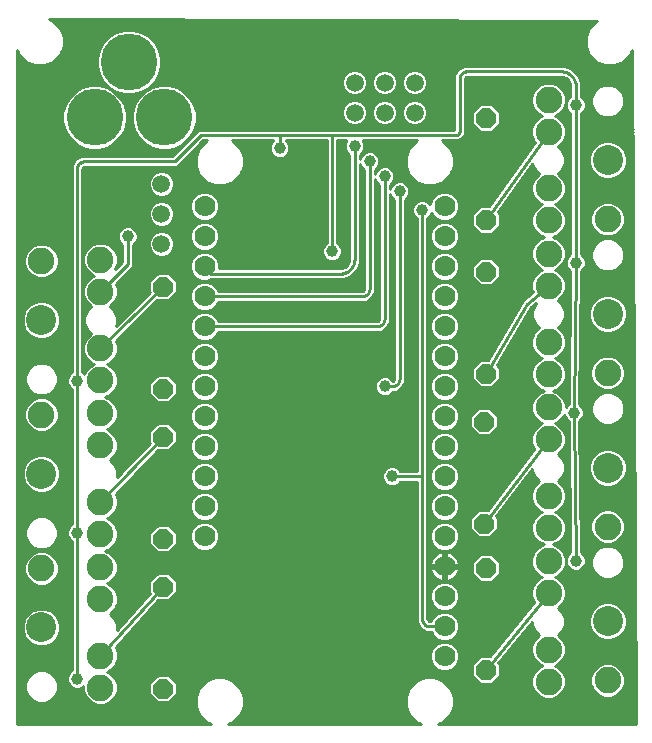
<source format=gbl>
G75*
%MOIN*%
%OFA0B0*%
%FSLAX25Y25*%
%IPPOS*%
%LPD*%
%AMOC8*
5,1,8,0,0,1.08239X$1,22.5*
%
%ADD10OC8,0.06600*%
%ADD11C,0.05937*%
%ADD12C,0.10000*%
%ADD13C,0.08858*%
%ADD14C,0.18898*%
%ADD15C,0.07000*%
%ADD16C,0.03962*%
%ADD17C,0.01000*%
D10*
X0066204Y0019250D03*
X0066204Y0053250D03*
X0066204Y0069250D03*
X0066204Y0103250D03*
X0066204Y0119250D03*
X0066204Y0153250D03*
X0173704Y0158250D03*
X0173704Y0175500D03*
X0173704Y0209500D03*
X0173704Y0124250D03*
X0173079Y0108250D03*
X0173079Y0074250D03*
X0173704Y0059500D03*
X0173704Y0025500D03*
D11*
X0065579Y0167500D03*
X0065579Y0177500D03*
X0065579Y0187500D03*
X0129954Y0211250D03*
X0139954Y0211250D03*
X0149954Y0211250D03*
X0149954Y0221250D03*
X0139954Y0221250D03*
X0129954Y0221250D03*
D12*
X0214324Y0195394D03*
X0214324Y0144144D03*
X0214324Y0092894D03*
X0214324Y0041644D03*
X0025583Y0039606D03*
X0025583Y0090856D03*
X0025583Y0142106D03*
D13*
X0025583Y0161791D03*
X0045269Y0162185D03*
X0045269Y0151555D03*
X0045269Y0132657D03*
X0045269Y0122028D03*
X0045269Y0110935D03*
X0045269Y0100305D03*
X0045269Y0081407D03*
X0045269Y0070778D03*
X0045269Y0059685D03*
X0045269Y0049055D03*
X0045269Y0030157D03*
X0045269Y0019528D03*
X0025583Y0059291D03*
X0025583Y0110541D03*
X0194639Y0112972D03*
X0194639Y0102343D03*
X0194639Y0083445D03*
X0194639Y0072815D03*
X0194639Y0061722D03*
X0194639Y0051093D03*
X0194639Y0032195D03*
X0194639Y0021565D03*
X0214324Y0021959D03*
X0214324Y0073209D03*
X0214324Y0124459D03*
X0194639Y0124065D03*
X0194639Y0134695D03*
X0194639Y0153593D03*
X0194639Y0164222D03*
X0194639Y0175315D03*
X0194639Y0185945D03*
X0194639Y0204843D03*
X0194639Y0215472D03*
X0214324Y0175709D03*
D14*
X0066528Y0209606D03*
X0054717Y0228110D03*
X0043300Y0209606D03*
D15*
X0079954Y0180000D03*
X0079954Y0170000D03*
X0079954Y0160000D03*
X0079954Y0150000D03*
X0079954Y0140000D03*
X0079954Y0130000D03*
X0079954Y0120000D03*
X0079954Y0110000D03*
X0079954Y0100000D03*
X0079954Y0090000D03*
X0079954Y0080000D03*
X0079954Y0070000D03*
X0159954Y0070000D03*
X0159954Y0060000D03*
X0159954Y0050000D03*
X0159954Y0040000D03*
X0159954Y0030000D03*
X0159954Y0080000D03*
X0159954Y0090000D03*
X0159954Y0100000D03*
X0159954Y0110000D03*
X0159954Y0120000D03*
X0159954Y0130000D03*
X0159954Y0140000D03*
X0159954Y0150000D03*
X0159954Y0160000D03*
X0159954Y0170000D03*
X0159954Y0180000D03*
D16*
X0152454Y0178750D03*
X0144954Y0185000D03*
X0139954Y0190000D03*
X0134954Y0195000D03*
X0129954Y0200000D03*
X0104954Y0199375D03*
X0087454Y0207500D03*
X0102454Y0170625D03*
X0122454Y0165000D03*
X0122454Y0130000D03*
X0139954Y0120000D03*
X0139954Y0112500D03*
X0142454Y0090000D03*
X0144954Y0060000D03*
X0181829Y0093125D03*
X0203079Y0111250D03*
X0207454Y0118750D03*
X0186204Y0136875D03*
X0203704Y0161250D03*
X0208079Y0170000D03*
X0186204Y0185625D03*
X0203704Y0213750D03*
X0217454Y0222500D03*
X0162454Y0232500D03*
X0054329Y0170000D03*
X0024954Y0202500D03*
X0037454Y0121875D03*
X0033079Y0116875D03*
X0037454Y0071250D03*
X0033079Y0065000D03*
X0072454Y0064375D03*
X0104329Y0086250D03*
X0037454Y0022500D03*
X0054954Y0012500D03*
X0182454Y0042500D03*
X0186204Y0064375D03*
X0203704Y0061875D03*
X0208079Y0067500D03*
X0201829Y0026875D03*
D17*
X0017454Y0007500D02*
X0017454Y0232171D01*
X0018161Y0230462D01*
X0020415Y0228208D01*
X0023360Y0226988D01*
X0026547Y0226988D01*
X0029492Y0228208D01*
X0031746Y0230462D01*
X0032965Y0233406D01*
X0032965Y0236594D01*
X0031746Y0239538D01*
X0029492Y0241792D01*
X0027971Y0242422D01*
X0210623Y0241878D01*
X0210415Y0241792D01*
X0208161Y0239538D01*
X0206942Y0236594D01*
X0206942Y0233406D01*
X0208161Y0230462D01*
X0210415Y0228208D01*
X0213360Y0226988D01*
X0216547Y0226988D01*
X0219492Y0228208D01*
X0221746Y0230462D01*
X0222468Y0232205D01*
X0223641Y0007500D01*
X0157783Y0007500D01*
X0159492Y0008208D01*
X0161746Y0010462D01*
X0162965Y0013406D01*
X0162965Y0016594D01*
X0161746Y0019538D01*
X0159492Y0021792D01*
X0156547Y0023012D01*
X0153360Y0023012D01*
X0150415Y0021792D01*
X0148161Y0019538D01*
X0146942Y0016594D01*
X0146942Y0013406D01*
X0148161Y0010462D01*
X0150415Y0008208D01*
X0152124Y0007500D01*
X0087783Y0007500D01*
X0089492Y0008208D01*
X0091746Y0010462D01*
X0092965Y0013406D01*
X0092965Y0016594D01*
X0091746Y0019538D01*
X0089492Y0021792D01*
X0086547Y0023012D01*
X0083360Y0023012D01*
X0080415Y0021792D01*
X0078161Y0019538D01*
X0076942Y0016594D01*
X0076942Y0013406D01*
X0078161Y0010462D01*
X0080415Y0008208D01*
X0082124Y0007500D01*
X0017454Y0007500D01*
X0017454Y0007996D02*
X0080928Y0007996D01*
X0079629Y0008994D02*
X0017454Y0008994D01*
X0017454Y0009993D02*
X0078631Y0009993D01*
X0077942Y0010991D02*
X0017454Y0010991D01*
X0017454Y0011990D02*
X0077529Y0011990D01*
X0077115Y0012988D02*
X0017454Y0012988D01*
X0017454Y0013987D02*
X0043675Y0013987D01*
X0044129Y0013798D02*
X0046408Y0013798D01*
X0048514Y0014671D01*
X0050125Y0016282D01*
X0050998Y0018388D01*
X0050998Y0020667D01*
X0050125Y0022773D01*
X0048514Y0024384D01*
X0047408Y0024843D01*
X0048514Y0025301D01*
X0050125Y0026912D01*
X0050998Y0029018D01*
X0050998Y0031297D01*
X0050287Y0033013D01*
X0064463Y0048650D01*
X0068109Y0048650D01*
X0070804Y0051345D01*
X0070804Y0055155D01*
X0068109Y0057850D01*
X0064298Y0057850D01*
X0061604Y0055155D01*
X0061604Y0051345D01*
X0061836Y0051112D01*
X0050721Y0038852D01*
X0050721Y0040691D01*
X0049891Y0042695D01*
X0048425Y0044161D01*
X0048514Y0044198D01*
X0050125Y0045810D01*
X0050998Y0047916D01*
X0050998Y0050195D01*
X0050125Y0052300D01*
X0048514Y0053912D01*
X0047408Y0054370D01*
X0048514Y0054828D01*
X0050125Y0056440D01*
X0050998Y0058545D01*
X0050998Y0060825D01*
X0050125Y0062930D01*
X0048514Y0064542D01*
X0046850Y0065231D01*
X0048514Y0065921D01*
X0050125Y0067532D01*
X0050998Y0069638D01*
X0050998Y0071917D01*
X0050125Y0074023D01*
X0048514Y0075634D01*
X0047408Y0076093D01*
X0048514Y0076551D01*
X0050125Y0078162D01*
X0050998Y0080268D01*
X0050998Y0082547D01*
X0050351Y0084109D01*
X0064293Y0098655D01*
X0064298Y0098650D01*
X0068109Y0098650D01*
X0070804Y0101345D01*
X0070804Y0105155D01*
X0068109Y0107850D01*
X0064298Y0107850D01*
X0061604Y0105155D01*
X0061604Y0101345D01*
X0061747Y0101201D01*
X0050667Y0089642D01*
X0050721Y0089772D01*
X0050721Y0091941D01*
X0049891Y0093945D01*
X0048425Y0095411D01*
X0048514Y0095448D01*
X0050125Y0097060D01*
X0050998Y0099166D01*
X0050998Y0101445D01*
X0050125Y0103550D01*
X0048514Y0105162D01*
X0047408Y0105620D01*
X0048514Y0106078D01*
X0050125Y0107690D01*
X0050998Y0109795D01*
X0050998Y0112075D01*
X0050125Y0114180D01*
X0048514Y0115792D01*
X0046850Y0116481D01*
X0048514Y0117171D01*
X0050125Y0118782D01*
X0050998Y0120888D01*
X0050998Y0123167D01*
X0050125Y0125273D01*
X0048514Y0126884D01*
X0047408Y0127343D01*
X0048514Y0127801D01*
X0050125Y0129412D01*
X0050998Y0131518D01*
X0050998Y0133797D01*
X0050418Y0135197D01*
X0064197Y0148751D01*
X0064298Y0148650D01*
X0068109Y0148650D01*
X0070804Y0151345D01*
X0070804Y0155155D01*
X0068109Y0157850D01*
X0064298Y0157850D01*
X0061604Y0155155D01*
X0061604Y0151345D01*
X0061651Y0151297D01*
X0050389Y0140219D01*
X0050721Y0141022D01*
X0050721Y0143191D01*
X0049891Y0145195D01*
X0048425Y0146661D01*
X0048514Y0146698D01*
X0050125Y0148310D01*
X0050998Y0150416D01*
X0050998Y0152695D01*
X0050399Y0154140D01*
X0055074Y0158815D01*
X0056129Y0159870D01*
X0056129Y0167194D01*
X0056187Y0167218D01*
X0057110Y0168141D01*
X0057610Y0169347D01*
X0057610Y0170653D01*
X0057110Y0171859D01*
X0056187Y0172782D01*
X0054981Y0173281D01*
X0053676Y0173281D01*
X0052470Y0172782D01*
X0051547Y0171859D01*
X0051047Y0170653D01*
X0051047Y0169347D01*
X0051547Y0168141D01*
X0052470Y0167218D01*
X0052529Y0167194D01*
X0052529Y0161361D01*
X0050138Y0158970D01*
X0050998Y0161045D01*
X0050998Y0163325D01*
X0050125Y0165430D01*
X0048514Y0167042D01*
X0046408Y0167914D01*
X0044129Y0167914D01*
X0042023Y0167042D01*
X0040412Y0165430D01*
X0039539Y0163325D01*
X0039539Y0161045D01*
X0040412Y0158940D01*
X0042023Y0157328D01*
X0043129Y0156870D01*
X0042023Y0156412D01*
X0040412Y0154800D01*
X0039539Y0152695D01*
X0039539Y0150416D01*
X0040412Y0148310D01*
X0042023Y0146698D01*
X0042112Y0146661D01*
X0040646Y0145195D01*
X0039816Y0143191D01*
X0039816Y0141022D01*
X0040646Y0139018D01*
X0042112Y0137551D01*
X0042023Y0137514D01*
X0040412Y0135903D01*
X0039539Y0133797D01*
X0039539Y0131518D01*
X0040412Y0129412D01*
X0042023Y0127801D01*
X0043129Y0127343D01*
X0042023Y0126884D01*
X0040412Y0125273D01*
X0039909Y0124060D01*
X0039312Y0124657D01*
X0039254Y0124681D01*
X0039254Y0192500D01*
X0039277Y0192681D01*
X0039459Y0192995D01*
X0039772Y0193176D01*
X0039954Y0193200D01*
X0070699Y0193200D01*
X0079449Y0201950D01*
X0080796Y0201950D01*
X0080415Y0201792D01*
X0078161Y0199538D01*
X0076942Y0196594D01*
X0076942Y0193406D01*
X0078161Y0190462D01*
X0080415Y0188208D01*
X0083360Y0186988D01*
X0086547Y0186988D01*
X0089492Y0188208D01*
X0091746Y0190462D01*
X0092965Y0193406D01*
X0092965Y0196594D01*
X0091746Y0199538D01*
X0089492Y0201792D01*
X0089111Y0201950D01*
X0102888Y0201950D01*
X0102172Y0201234D01*
X0101672Y0200028D01*
X0101672Y0198722D01*
X0102172Y0197516D01*
X0103095Y0196593D01*
X0104301Y0196094D01*
X0105606Y0196094D01*
X0106812Y0196593D01*
X0107735Y0197516D01*
X0108235Y0198722D01*
X0108235Y0200028D01*
X0107735Y0201234D01*
X0107019Y0201950D01*
X0120654Y0201950D01*
X0120654Y0167806D01*
X0120595Y0167782D01*
X0119672Y0166859D01*
X0119172Y0165653D01*
X0119172Y0164347D01*
X0119672Y0163141D01*
X0120595Y0162218D01*
X0121801Y0161719D01*
X0123106Y0161719D01*
X0124312Y0162218D01*
X0125235Y0163141D01*
X0125735Y0164347D01*
X0125735Y0165653D01*
X0125235Y0166859D01*
X0124312Y0167782D01*
X0124254Y0167806D01*
X0124254Y0201950D01*
X0127263Y0201950D01*
X0127172Y0201859D01*
X0126672Y0200653D01*
X0126672Y0199347D01*
X0127172Y0198141D01*
X0128095Y0197218D01*
X0128154Y0197194D01*
X0128154Y0162500D01*
X0128092Y0161876D01*
X0127614Y0160722D01*
X0126731Y0159839D01*
X0125578Y0159361D01*
X0124954Y0159300D01*
X0084754Y0159300D01*
X0084754Y0160955D01*
X0084023Y0162719D01*
X0082673Y0164069D01*
X0080908Y0164800D01*
X0078999Y0164800D01*
X0077235Y0164069D01*
X0075884Y0162719D01*
X0075154Y0160955D01*
X0075154Y0159045D01*
X0075884Y0157281D01*
X0077235Y0155931D01*
X0078999Y0155200D01*
X0080908Y0155200D01*
X0082115Y0155700D01*
X0126306Y0155700D01*
X0128805Y0156735D01*
X0128805Y0156735D01*
X0130718Y0158648D01*
X0130718Y0158648D01*
X0131754Y0161147D01*
X0131754Y0194152D01*
X0132172Y0193141D01*
X0133095Y0192218D01*
X0133154Y0192194D01*
X0133154Y0152500D01*
X0133130Y0152319D01*
X0132949Y0152005D01*
X0132635Y0151824D01*
X0132454Y0151800D01*
X0084403Y0151800D01*
X0084023Y0152719D01*
X0082673Y0154069D01*
X0080908Y0154800D01*
X0078999Y0154800D01*
X0077235Y0154069D01*
X0075884Y0152719D01*
X0075154Y0150955D01*
X0075154Y0149045D01*
X0075884Y0147281D01*
X0077235Y0145931D01*
X0078999Y0145200D01*
X0080908Y0145200D01*
X0082673Y0145931D01*
X0084023Y0147281D01*
X0084403Y0148200D01*
X0133606Y0148200D01*
X0135601Y0149352D01*
X0135601Y0149352D01*
X0136754Y0151348D01*
X0136754Y0189152D01*
X0137172Y0188141D01*
X0138095Y0187218D01*
X0138154Y0187194D01*
X0138154Y0142500D01*
X0138130Y0142319D01*
X0137949Y0142005D01*
X0137635Y0141824D01*
X0137454Y0141800D01*
X0084403Y0141800D01*
X0084023Y0142719D01*
X0082673Y0144069D01*
X0080908Y0144800D01*
X0078999Y0144800D01*
X0077235Y0144069D01*
X0075884Y0142719D01*
X0075154Y0140955D01*
X0075154Y0139045D01*
X0075884Y0137281D01*
X0077235Y0135931D01*
X0078999Y0135200D01*
X0080908Y0135200D01*
X0082673Y0135931D01*
X0084023Y0137281D01*
X0084403Y0138200D01*
X0138606Y0138200D01*
X0140601Y0139352D01*
X0140601Y0139352D01*
X0141754Y0141348D01*
X0141754Y0184152D01*
X0142172Y0183141D01*
X0143095Y0182218D01*
X0143154Y0182194D01*
X0143154Y0122500D01*
X0143130Y0122319D01*
X0142949Y0122005D01*
X0142720Y0121873D01*
X0141812Y0122782D01*
X0140606Y0123281D01*
X0139301Y0123281D01*
X0138095Y0122782D01*
X0137172Y0121859D01*
X0136672Y0120653D01*
X0136672Y0119347D01*
X0137172Y0118141D01*
X0138095Y0117218D01*
X0139301Y0116719D01*
X0140606Y0116719D01*
X0141812Y0117218D01*
X0142735Y0118141D01*
X0142759Y0118200D01*
X0143606Y0118200D01*
X0145601Y0119352D01*
X0145601Y0119352D01*
X0146754Y0121348D01*
X0146754Y0182194D01*
X0146812Y0182218D01*
X0147735Y0183141D01*
X0148235Y0184347D01*
X0148235Y0185653D01*
X0147735Y0186859D01*
X0146812Y0187782D01*
X0145606Y0188281D01*
X0144301Y0188281D01*
X0143095Y0187782D01*
X0142172Y0186859D01*
X0141754Y0185848D01*
X0141754Y0187194D01*
X0141812Y0187218D01*
X0142735Y0188141D01*
X0143235Y0189347D01*
X0143235Y0190653D01*
X0142735Y0191859D01*
X0141812Y0192782D01*
X0140606Y0193281D01*
X0139301Y0193281D01*
X0138095Y0192782D01*
X0137172Y0191859D01*
X0136754Y0190848D01*
X0136754Y0192194D01*
X0136812Y0192218D01*
X0137735Y0193141D01*
X0138235Y0194347D01*
X0138235Y0195653D01*
X0137735Y0196859D01*
X0136812Y0197782D01*
X0135606Y0198281D01*
X0134301Y0198281D01*
X0133095Y0197782D01*
X0132172Y0196859D01*
X0131754Y0195848D01*
X0131754Y0197194D01*
X0131812Y0197218D01*
X0132735Y0198141D01*
X0133235Y0199347D01*
X0133235Y0200653D01*
X0132735Y0201859D01*
X0132644Y0201950D01*
X0150796Y0201950D01*
X0150415Y0201792D01*
X0148161Y0199538D01*
X0146942Y0196594D01*
X0146942Y0193406D01*
X0148161Y0190462D01*
X0150415Y0188208D01*
X0153360Y0186988D01*
X0156547Y0186988D01*
X0159492Y0188208D01*
X0161746Y0190462D01*
X0162965Y0193406D01*
X0162965Y0196594D01*
X0161746Y0199538D01*
X0159492Y0201792D01*
X0159111Y0201950D01*
X0164521Y0201950D01*
X0165936Y0202767D01*
X0165936Y0202767D01*
X0165936Y0202767D01*
X0166754Y0204183D01*
X0166754Y0222500D01*
X0166777Y0222681D01*
X0166959Y0222995D01*
X0167272Y0223176D01*
X0167454Y0223200D01*
X0198704Y0223200D01*
X0199328Y0223139D01*
X0200481Y0222661D01*
X0201364Y0221778D01*
X0201842Y0220624D01*
X0201904Y0220000D01*
X0201904Y0216556D01*
X0201845Y0216532D01*
X0200922Y0215609D01*
X0200422Y0214403D01*
X0200422Y0213097D01*
X0200922Y0211891D01*
X0201845Y0210968D01*
X0201904Y0210944D01*
X0201904Y0164056D01*
X0201845Y0164032D01*
X0200922Y0163109D01*
X0200422Y0161903D01*
X0200422Y0160597D01*
X0200922Y0159391D01*
X0201845Y0158468D01*
X0201869Y0158459D01*
X0201314Y0114070D01*
X0201220Y0114032D01*
X0200368Y0113179D01*
X0200368Y0114112D01*
X0199495Y0116218D01*
X0197884Y0117829D01*
X0196220Y0118519D01*
X0197884Y0119208D01*
X0199495Y0120820D01*
X0200368Y0122925D01*
X0200368Y0125205D01*
X0199495Y0127310D01*
X0197884Y0128922D01*
X0196778Y0129380D01*
X0197884Y0129838D01*
X0199495Y0131450D01*
X0200368Y0133555D01*
X0200368Y0135834D01*
X0199495Y0137940D01*
X0197884Y0139552D01*
X0197795Y0139589D01*
X0199261Y0141055D01*
X0200091Y0143059D01*
X0200091Y0145228D01*
X0199261Y0147232D01*
X0197795Y0148699D01*
X0197884Y0148736D01*
X0199495Y0150347D01*
X0200368Y0152453D01*
X0200368Y0154732D01*
X0199495Y0156838D01*
X0197884Y0158449D01*
X0196778Y0158907D01*
X0197884Y0159366D01*
X0199495Y0160977D01*
X0200368Y0163083D01*
X0200368Y0165362D01*
X0199495Y0167468D01*
X0197884Y0169079D01*
X0196220Y0169769D01*
X0197884Y0170458D01*
X0199495Y0172070D01*
X0200368Y0174175D01*
X0200368Y0176455D01*
X0199495Y0178560D01*
X0197884Y0180172D01*
X0196778Y0180630D01*
X0197884Y0181088D01*
X0199495Y0182700D01*
X0200368Y0184805D01*
X0200368Y0187084D01*
X0199495Y0189190D01*
X0197884Y0190802D01*
X0197795Y0190839D01*
X0199261Y0192305D01*
X0200091Y0194309D01*
X0200091Y0196478D01*
X0199261Y0198482D01*
X0197795Y0199949D01*
X0197884Y0199986D01*
X0199495Y0201597D01*
X0200368Y0203703D01*
X0200368Y0205982D01*
X0199495Y0208088D01*
X0197884Y0209699D01*
X0196778Y0210157D01*
X0197884Y0210616D01*
X0199495Y0212227D01*
X0200368Y0214333D01*
X0200368Y0216612D01*
X0199495Y0218718D01*
X0197884Y0220329D01*
X0195778Y0221202D01*
X0193499Y0221202D01*
X0191393Y0220329D01*
X0189782Y0218718D01*
X0188909Y0216612D01*
X0188909Y0214333D01*
X0189782Y0212227D01*
X0191393Y0210616D01*
X0192499Y0210157D01*
X0191393Y0209699D01*
X0189782Y0208088D01*
X0188909Y0205982D01*
X0188909Y0203703D01*
X0189782Y0201597D01*
X0189974Y0201404D01*
X0174774Y0180100D01*
X0171798Y0180100D01*
X0169104Y0177405D01*
X0169104Y0173595D01*
X0171798Y0170900D01*
X0175609Y0170900D01*
X0178304Y0173595D01*
X0178304Y0177405D01*
X0177703Y0178006D01*
X0189240Y0194177D01*
X0190016Y0192305D01*
X0191482Y0190839D01*
X0191393Y0190802D01*
X0189782Y0189190D01*
X0188909Y0187084D01*
X0188909Y0184805D01*
X0189782Y0182700D01*
X0191393Y0181088D01*
X0192499Y0180630D01*
X0191393Y0180172D01*
X0189782Y0178560D01*
X0188909Y0176455D01*
X0188909Y0174175D01*
X0189782Y0172070D01*
X0191393Y0170458D01*
X0193058Y0169769D01*
X0191393Y0169079D01*
X0189782Y0167468D01*
X0188909Y0165362D01*
X0188909Y0163083D01*
X0189782Y0160977D01*
X0191393Y0159366D01*
X0192499Y0158907D01*
X0191393Y0158449D01*
X0189782Y0156838D01*
X0188909Y0154732D01*
X0188909Y0152453D01*
X0189326Y0151448D01*
X0186605Y0149141D01*
X0186284Y0149058D01*
X0186058Y0148677D01*
X0185721Y0148391D01*
X0185694Y0148060D01*
X0174333Y0128850D01*
X0171798Y0128850D01*
X0169104Y0126155D01*
X0169104Y0122345D01*
X0171798Y0119650D01*
X0175609Y0119650D01*
X0178304Y0122345D01*
X0178304Y0126155D01*
X0177435Y0127024D01*
X0188849Y0146323D01*
X0190545Y0147761D01*
X0190016Y0147232D01*
X0189186Y0145228D01*
X0189186Y0143059D01*
X0190016Y0141055D01*
X0191482Y0139589D01*
X0191393Y0139552D01*
X0189782Y0137940D01*
X0188909Y0135834D01*
X0188909Y0133555D01*
X0189782Y0131450D01*
X0191393Y0129838D01*
X0192499Y0129380D01*
X0191393Y0128922D01*
X0189782Y0127310D01*
X0188909Y0125205D01*
X0188909Y0122925D01*
X0189782Y0120820D01*
X0191393Y0119208D01*
X0193058Y0118519D01*
X0191393Y0117829D01*
X0189782Y0116218D01*
X0188909Y0114112D01*
X0188909Y0111833D01*
X0189782Y0109727D01*
X0191393Y0108116D01*
X0192499Y0107657D01*
X0191393Y0107199D01*
X0189782Y0105588D01*
X0188909Y0103482D01*
X0188909Y0101203D01*
X0189782Y0099097D01*
X0189837Y0099042D01*
X0174340Y0078850D01*
X0171173Y0078850D01*
X0168479Y0076155D01*
X0168479Y0072345D01*
X0171173Y0069650D01*
X0174984Y0069650D01*
X0177679Y0072345D01*
X0177679Y0076155D01*
X0177187Y0076647D01*
X0189186Y0092281D01*
X0189186Y0091809D01*
X0190016Y0089805D01*
X0191482Y0088339D01*
X0191393Y0088302D01*
X0189782Y0086690D01*
X0188909Y0084584D01*
X0188909Y0082305D01*
X0189782Y0080200D01*
X0191393Y0078588D01*
X0192499Y0078130D01*
X0191393Y0077672D01*
X0189782Y0076060D01*
X0188909Y0073955D01*
X0188909Y0071675D01*
X0189782Y0069570D01*
X0191393Y0067958D01*
X0193058Y0067269D01*
X0191393Y0066579D01*
X0189782Y0064968D01*
X0188909Y0062862D01*
X0188909Y0060583D01*
X0189782Y0058477D01*
X0191393Y0056866D01*
X0192499Y0056407D01*
X0191393Y0055949D01*
X0189782Y0054338D01*
X0188909Y0052232D01*
X0188909Y0049953D01*
X0189740Y0047947D01*
X0175141Y0030100D01*
X0171798Y0030100D01*
X0169104Y0027405D01*
X0169104Y0023595D01*
X0171798Y0020900D01*
X0175609Y0020900D01*
X0178304Y0023595D01*
X0178304Y0027405D01*
X0177910Y0027799D01*
X0189186Y0041584D01*
X0189186Y0040559D01*
X0190016Y0038555D01*
X0191482Y0037089D01*
X0191393Y0037052D01*
X0189782Y0035440D01*
X0188909Y0033334D01*
X0188909Y0031055D01*
X0189782Y0028950D01*
X0191393Y0027338D01*
X0192499Y0026880D01*
X0191393Y0026422D01*
X0189782Y0024810D01*
X0188909Y0022705D01*
X0188909Y0020425D01*
X0189782Y0018320D01*
X0191393Y0016708D01*
X0193499Y0015836D01*
X0195778Y0015836D01*
X0197884Y0016708D01*
X0199495Y0018320D01*
X0200368Y0020425D01*
X0200368Y0022705D01*
X0199495Y0024810D01*
X0197884Y0026422D01*
X0196778Y0026880D01*
X0197884Y0027338D01*
X0199495Y0028950D01*
X0200368Y0031055D01*
X0200368Y0033334D01*
X0199495Y0035440D01*
X0197884Y0037052D01*
X0197795Y0037089D01*
X0199261Y0038555D01*
X0200091Y0040559D01*
X0200091Y0042728D01*
X0199261Y0044732D01*
X0197795Y0046199D01*
X0197884Y0046236D01*
X0199495Y0047847D01*
X0200368Y0049953D01*
X0200368Y0052232D01*
X0199495Y0054338D01*
X0197884Y0055949D01*
X0196778Y0056407D01*
X0197884Y0056866D01*
X0199495Y0058477D01*
X0200368Y0060583D01*
X0200368Y0062862D01*
X0199495Y0064968D01*
X0197884Y0066579D01*
X0196220Y0067269D01*
X0197884Y0067958D01*
X0199495Y0069570D01*
X0200368Y0071675D01*
X0200368Y0073955D01*
X0199495Y0076060D01*
X0197884Y0077672D01*
X0196778Y0078130D01*
X0197884Y0078588D01*
X0199495Y0080200D01*
X0200368Y0082305D01*
X0200368Y0084584D01*
X0199495Y0086690D01*
X0197884Y0088302D01*
X0197795Y0088339D01*
X0199261Y0089805D01*
X0200091Y0091809D01*
X0200091Y0093978D01*
X0199261Y0095982D01*
X0197795Y0097449D01*
X0197884Y0097486D01*
X0199495Y0099097D01*
X0200368Y0101203D01*
X0200368Y0103482D01*
X0199495Y0105588D01*
X0197884Y0107199D01*
X0196778Y0107657D01*
X0197884Y0108116D01*
X0199495Y0109727D01*
X0199827Y0110527D01*
X0200297Y0109391D01*
X0201220Y0108468D01*
X0201314Y0108429D01*
X0201868Y0064666D01*
X0201845Y0064657D01*
X0200922Y0063734D01*
X0200422Y0062528D01*
X0200422Y0061222D01*
X0200922Y0060016D01*
X0201845Y0059093D01*
X0203051Y0058594D01*
X0204356Y0058594D01*
X0205562Y0059093D01*
X0206485Y0060016D01*
X0206985Y0061222D01*
X0206985Y0062528D01*
X0206485Y0063734D01*
X0205562Y0064657D01*
X0205468Y0064696D01*
X0204914Y0108459D01*
X0204937Y0108468D01*
X0205860Y0109391D01*
X0206360Y0110597D01*
X0206360Y0111903D01*
X0205860Y0113109D01*
X0204937Y0114032D01*
X0204914Y0114041D01*
X0205468Y0158430D01*
X0205562Y0158468D01*
X0206485Y0159391D01*
X0206985Y0160597D01*
X0206985Y0161903D01*
X0206485Y0163109D01*
X0205562Y0164032D01*
X0205504Y0164056D01*
X0205504Y0210944D01*
X0205562Y0210968D01*
X0206485Y0211891D01*
X0206985Y0213097D01*
X0206985Y0214403D01*
X0206485Y0215609D01*
X0205562Y0216532D01*
X0205504Y0216556D01*
X0205504Y0221353D01*
X0204468Y0223852D01*
X0202555Y0225765D01*
X0200056Y0226800D01*
X0166301Y0226800D01*
X0164306Y0225648D01*
X0164306Y0225648D01*
X0163154Y0223652D01*
X0163154Y0205550D01*
X0077958Y0205550D01*
X0076904Y0204496D01*
X0069208Y0196800D01*
X0038801Y0196800D01*
X0036806Y0195648D01*
X0036806Y0195648D01*
X0036806Y0195648D01*
X0035654Y0193652D01*
X0035654Y0124681D01*
X0035595Y0124657D01*
X0034672Y0123734D01*
X0034172Y0122528D01*
X0034172Y0121222D01*
X0034672Y0120016D01*
X0035595Y0119093D01*
X0035654Y0119069D01*
X0035654Y0074056D01*
X0035595Y0074032D01*
X0034672Y0073109D01*
X0034172Y0071903D01*
X0034172Y0070597D01*
X0034672Y0069391D01*
X0035595Y0068468D01*
X0035654Y0068444D01*
X0035654Y0025306D01*
X0035595Y0025282D01*
X0034672Y0024359D01*
X0034172Y0023153D01*
X0034172Y0021847D01*
X0034672Y0020641D01*
X0035595Y0019718D01*
X0036801Y0019219D01*
X0038106Y0019219D01*
X0039312Y0019718D01*
X0039539Y0019946D01*
X0039539Y0018388D01*
X0040412Y0016282D01*
X0042023Y0014671D01*
X0044129Y0013798D01*
X0041709Y0014985D02*
X0027915Y0014985D01*
X0028672Y0015299D02*
X0030206Y0016833D01*
X0031036Y0018837D01*
X0031036Y0021006D01*
X0030206Y0023010D01*
X0028672Y0024544D01*
X0026668Y0025374D01*
X0024499Y0025374D01*
X0022495Y0024544D01*
X0020961Y0023010D01*
X0020131Y0021006D01*
X0020131Y0018837D01*
X0020961Y0016833D01*
X0022495Y0015299D01*
X0024499Y0014469D01*
X0026668Y0014469D01*
X0028672Y0015299D01*
X0029357Y0015984D02*
X0040710Y0015984D01*
X0040122Y0016982D02*
X0030268Y0016982D01*
X0030682Y0017981D02*
X0039708Y0017981D01*
X0039539Y0018979D02*
X0031036Y0018979D01*
X0031036Y0019978D02*
X0035336Y0019978D01*
X0034533Y0020976D02*
X0031036Y0020976D01*
X0030635Y0021975D02*
X0034172Y0021975D01*
X0034172Y0022973D02*
X0030221Y0022973D01*
X0029244Y0023972D02*
X0034512Y0023972D01*
X0035284Y0024970D02*
X0027643Y0024970D01*
X0023524Y0024970D02*
X0017454Y0024970D01*
X0017454Y0023972D02*
X0021923Y0023972D01*
X0020946Y0022973D02*
X0017454Y0022973D01*
X0017454Y0021975D02*
X0020532Y0021975D01*
X0020131Y0020976D02*
X0017454Y0020976D01*
X0017454Y0019978D02*
X0020131Y0019978D01*
X0020131Y0018979D02*
X0017454Y0018979D01*
X0017454Y0017981D02*
X0020485Y0017981D01*
X0020899Y0016982D02*
X0017454Y0016982D01*
X0017454Y0015984D02*
X0021810Y0015984D01*
X0023252Y0014985D02*
X0017454Y0014985D01*
X0017454Y0025969D02*
X0035654Y0025969D01*
X0035654Y0026967D02*
X0017454Y0026967D01*
X0017454Y0027966D02*
X0035654Y0027966D01*
X0035654Y0028964D02*
X0017454Y0028964D01*
X0017454Y0029963D02*
X0035654Y0029963D01*
X0035654Y0030961D02*
X0017454Y0030961D01*
X0017454Y0031960D02*
X0035654Y0031960D01*
X0035654Y0032958D02*
X0017454Y0032958D01*
X0017454Y0033957D02*
X0022760Y0033957D01*
X0022015Y0034265D02*
X0024330Y0033306D01*
X0026837Y0033306D01*
X0029152Y0034265D01*
X0030924Y0036038D01*
X0031883Y0038353D01*
X0031883Y0040859D01*
X0030924Y0043175D01*
X0029152Y0044947D01*
X0026837Y0045906D01*
X0024330Y0045906D01*
X0022015Y0044947D01*
X0020243Y0043175D01*
X0019283Y0040859D01*
X0019283Y0038353D01*
X0020243Y0036038D01*
X0022015Y0034265D01*
X0021325Y0034955D02*
X0017454Y0034955D01*
X0017454Y0035954D02*
X0020326Y0035954D01*
X0019864Y0036952D02*
X0017454Y0036952D01*
X0017454Y0037951D02*
X0019450Y0037951D01*
X0019283Y0038949D02*
X0017454Y0038949D01*
X0017454Y0039948D02*
X0019283Y0039948D01*
X0019319Y0040946D02*
X0017454Y0040946D01*
X0017454Y0041945D02*
X0019733Y0041945D01*
X0020147Y0042943D02*
X0017454Y0042943D01*
X0017454Y0043942D02*
X0021010Y0043942D01*
X0022008Y0044940D02*
X0017454Y0044940D01*
X0017454Y0045939D02*
X0035654Y0045939D01*
X0035654Y0046937D02*
X0017454Y0046937D01*
X0017454Y0047936D02*
X0035654Y0047936D01*
X0035654Y0048934D02*
X0017454Y0048934D01*
X0017454Y0049933D02*
X0035654Y0049933D01*
X0035654Y0050932D02*
X0017454Y0050932D01*
X0017454Y0051930D02*
X0035654Y0051930D01*
X0035654Y0052929D02*
X0017454Y0052929D01*
X0017454Y0053927D02*
X0023563Y0053927D01*
X0024444Y0053562D02*
X0022338Y0054434D01*
X0020727Y0056046D01*
X0019854Y0058152D01*
X0019854Y0060431D01*
X0020727Y0062537D01*
X0022338Y0064148D01*
X0024444Y0065020D01*
X0026723Y0065020D01*
X0028829Y0064148D01*
X0030440Y0062537D01*
X0031313Y0060431D01*
X0031313Y0058152D01*
X0030440Y0056046D01*
X0028829Y0054434D01*
X0026723Y0053562D01*
X0024444Y0053562D01*
X0021847Y0054926D02*
X0017454Y0054926D01*
X0017454Y0055924D02*
X0020848Y0055924D01*
X0020363Y0056923D02*
X0017454Y0056923D01*
X0017454Y0057921D02*
X0019950Y0057921D01*
X0019854Y0058920D02*
X0017454Y0058920D01*
X0017454Y0059918D02*
X0019854Y0059918D01*
X0020056Y0060917D02*
X0017454Y0060917D01*
X0017454Y0061915D02*
X0020469Y0061915D01*
X0021104Y0062914D02*
X0017454Y0062914D01*
X0017454Y0063912D02*
X0022102Y0063912D01*
X0024179Y0064911D02*
X0017454Y0064911D01*
X0017454Y0065909D02*
X0024038Y0065909D01*
X0024499Y0065719D02*
X0026668Y0065719D01*
X0028672Y0066549D01*
X0030206Y0068083D01*
X0031036Y0070087D01*
X0031036Y0072256D01*
X0030206Y0074260D01*
X0028672Y0075794D01*
X0026668Y0076624D01*
X0024499Y0076624D01*
X0022495Y0075794D01*
X0020961Y0074260D01*
X0020131Y0072256D01*
X0020131Y0070087D01*
X0020961Y0068083D01*
X0022495Y0066549D01*
X0024499Y0065719D01*
X0026988Y0064911D02*
X0035654Y0064911D01*
X0035654Y0065909D02*
X0027128Y0065909D01*
X0029031Y0066908D02*
X0035654Y0066908D01*
X0035654Y0067906D02*
X0030030Y0067906D01*
X0030547Y0068905D02*
X0035159Y0068905D01*
X0034460Y0069903D02*
X0030960Y0069903D01*
X0031036Y0070902D02*
X0034172Y0070902D01*
X0034172Y0071900D02*
X0031036Y0071900D01*
X0030770Y0072899D02*
X0034585Y0072899D01*
X0035461Y0073897D02*
X0030356Y0073897D01*
X0029570Y0074896D02*
X0035654Y0074896D01*
X0035654Y0075894D02*
X0028430Y0075894D01*
X0022737Y0075894D02*
X0017454Y0075894D01*
X0017454Y0074896D02*
X0021597Y0074896D01*
X0020811Y0073897D02*
X0017454Y0073897D01*
X0017454Y0072899D02*
X0020397Y0072899D01*
X0020131Y0071900D02*
X0017454Y0071900D01*
X0017454Y0070902D02*
X0020131Y0070902D01*
X0020207Y0069903D02*
X0017454Y0069903D01*
X0017454Y0068905D02*
X0020620Y0068905D01*
X0021137Y0067906D02*
X0017454Y0067906D01*
X0017454Y0066908D02*
X0022136Y0066908D01*
X0029065Y0063912D02*
X0035654Y0063912D01*
X0035654Y0062914D02*
X0030063Y0062914D01*
X0030698Y0061915D02*
X0035654Y0061915D01*
X0035654Y0060917D02*
X0031111Y0060917D01*
X0031313Y0059918D02*
X0035654Y0059918D01*
X0035654Y0058920D02*
X0031313Y0058920D01*
X0031217Y0057921D02*
X0035654Y0057921D01*
X0035654Y0056923D02*
X0030803Y0056923D01*
X0030318Y0055924D02*
X0035654Y0055924D01*
X0035654Y0054926D02*
X0029320Y0054926D01*
X0027604Y0053927D02*
X0035654Y0053927D01*
X0035654Y0044940D02*
X0029159Y0044940D01*
X0030157Y0043942D02*
X0035654Y0043942D01*
X0035654Y0042943D02*
X0031020Y0042943D01*
X0031434Y0041945D02*
X0035654Y0041945D01*
X0035654Y0040946D02*
X0031847Y0040946D01*
X0031883Y0039948D02*
X0035654Y0039948D01*
X0035654Y0038949D02*
X0031883Y0038949D01*
X0031717Y0037951D02*
X0035654Y0037951D01*
X0035654Y0036952D02*
X0031303Y0036952D01*
X0030841Y0035954D02*
X0035654Y0035954D01*
X0035654Y0034955D02*
X0029842Y0034955D01*
X0028407Y0033957D02*
X0035654Y0033957D01*
X0045269Y0030157D02*
X0066204Y0053250D01*
X0069392Y0049933D02*
X0150654Y0049933D01*
X0150654Y0048934D02*
X0068393Y0048934D01*
X0070390Y0050932D02*
X0150654Y0050932D01*
X0150654Y0051930D02*
X0070804Y0051930D01*
X0070804Y0052929D02*
X0150654Y0052929D01*
X0150654Y0053927D02*
X0070804Y0053927D01*
X0070804Y0054926D02*
X0150654Y0054926D01*
X0150654Y0055924D02*
X0070035Y0055924D01*
X0069036Y0056923D02*
X0150654Y0056923D01*
X0150654Y0057921D02*
X0050739Y0057921D01*
X0050998Y0058920D02*
X0150654Y0058920D01*
X0150654Y0059918D02*
X0050998Y0059918D01*
X0050960Y0060917D02*
X0150654Y0060917D01*
X0150654Y0061915D02*
X0050546Y0061915D01*
X0050132Y0062914D02*
X0150654Y0062914D01*
X0150654Y0063912D02*
X0049144Y0063912D01*
X0047624Y0064911D02*
X0064037Y0064911D01*
X0064298Y0064650D02*
X0061604Y0067345D01*
X0061604Y0071155D01*
X0064298Y0073850D01*
X0068109Y0073850D01*
X0070804Y0071155D01*
X0070804Y0067345D01*
X0068109Y0064650D01*
X0064298Y0064650D01*
X0063039Y0065909D02*
X0048486Y0065909D01*
X0049501Y0066908D02*
X0062040Y0066908D01*
X0061604Y0067906D02*
X0050280Y0067906D01*
X0050694Y0068905D02*
X0061604Y0068905D01*
X0061604Y0069903D02*
X0050998Y0069903D01*
X0050998Y0070902D02*
X0061604Y0070902D01*
X0062348Y0071900D02*
X0050998Y0071900D01*
X0050591Y0072899D02*
X0063347Y0072899D01*
X0069060Y0072899D02*
X0076064Y0072899D01*
X0075884Y0072719D02*
X0075154Y0070955D01*
X0075154Y0069045D01*
X0075884Y0067281D01*
X0077235Y0065931D01*
X0078999Y0065200D01*
X0080908Y0065200D01*
X0082673Y0065931D01*
X0084023Y0067281D01*
X0084754Y0069045D01*
X0084754Y0070955D01*
X0084023Y0072719D01*
X0082673Y0074069D01*
X0080908Y0074800D01*
X0078999Y0074800D01*
X0077235Y0074069D01*
X0075884Y0072719D01*
X0075545Y0071900D02*
X0070059Y0071900D01*
X0070804Y0070902D02*
X0075154Y0070902D01*
X0075154Y0069903D02*
X0070804Y0069903D01*
X0070804Y0068905D02*
X0075212Y0068905D01*
X0075625Y0067906D02*
X0070804Y0067906D01*
X0070367Y0066908D02*
X0076258Y0066908D01*
X0077287Y0065909D02*
X0069368Y0065909D01*
X0068370Y0064911D02*
X0150654Y0064911D01*
X0150654Y0065909D02*
X0082620Y0065909D01*
X0083649Y0066908D02*
X0150654Y0066908D01*
X0150654Y0067906D02*
X0084282Y0067906D01*
X0084695Y0068905D02*
X0150654Y0068905D01*
X0150654Y0069903D02*
X0084754Y0069903D01*
X0084754Y0070902D02*
X0150654Y0070902D01*
X0150654Y0071900D02*
X0084362Y0071900D01*
X0083843Y0072899D02*
X0150654Y0072899D01*
X0150654Y0073897D02*
X0082844Y0073897D01*
X0082584Y0075894D02*
X0150654Y0075894D01*
X0150654Y0074896D02*
X0049252Y0074896D01*
X0050177Y0073897D02*
X0077063Y0073897D01*
X0077323Y0075894D02*
X0047887Y0075894D01*
X0048856Y0076893D02*
X0076273Y0076893D01*
X0075884Y0077281D02*
X0077235Y0075931D01*
X0078999Y0075200D01*
X0080908Y0075200D01*
X0082673Y0075931D01*
X0084023Y0077281D01*
X0084754Y0079045D01*
X0084754Y0080955D01*
X0084023Y0082719D01*
X0082673Y0084069D01*
X0080908Y0084800D01*
X0078999Y0084800D01*
X0077235Y0084069D01*
X0075884Y0082719D01*
X0075154Y0080955D01*
X0075154Y0079045D01*
X0075884Y0077281D01*
X0075631Y0077891D02*
X0049855Y0077891D01*
X0050427Y0078890D02*
X0075218Y0078890D01*
X0075154Y0079888D02*
X0050840Y0079888D01*
X0050998Y0080887D02*
X0075154Y0080887D01*
X0075539Y0081885D02*
X0050998Y0081885D01*
X0050858Y0082884D02*
X0076049Y0082884D01*
X0077048Y0083882D02*
X0050445Y0083882D01*
X0051091Y0084881D02*
X0150654Y0084881D01*
X0150654Y0085879D02*
X0082549Y0085879D01*
X0082673Y0085931D02*
X0084023Y0087281D01*
X0084754Y0089045D01*
X0084754Y0090955D01*
X0084023Y0092719D01*
X0082673Y0094069D01*
X0080908Y0094800D01*
X0078999Y0094800D01*
X0077235Y0094069D01*
X0075884Y0092719D01*
X0075154Y0090955D01*
X0075154Y0089045D01*
X0075884Y0087281D01*
X0077235Y0085931D01*
X0078999Y0085200D01*
X0080908Y0085200D01*
X0082673Y0085931D01*
X0083620Y0086878D02*
X0141417Y0086878D01*
X0141801Y0086719D02*
X0140595Y0087218D01*
X0139672Y0088141D01*
X0139172Y0089347D01*
X0139172Y0090653D01*
X0139672Y0091859D01*
X0140595Y0092782D01*
X0141801Y0093281D01*
X0143106Y0093281D01*
X0144312Y0092782D01*
X0145235Y0091859D01*
X0145259Y0091800D01*
X0150654Y0091800D01*
X0150654Y0175944D01*
X0150595Y0175968D01*
X0149672Y0176891D01*
X0149172Y0178097D01*
X0149172Y0179403D01*
X0149672Y0180609D01*
X0150595Y0181532D01*
X0151801Y0182031D01*
X0153106Y0182031D01*
X0154312Y0181532D01*
X0155154Y0180690D01*
X0155154Y0180955D01*
X0155884Y0182719D01*
X0157235Y0184069D01*
X0158999Y0184800D01*
X0160908Y0184800D01*
X0162673Y0184069D01*
X0164023Y0182719D01*
X0164754Y0180955D01*
X0164754Y0179045D01*
X0164023Y0177281D01*
X0162673Y0175931D01*
X0160908Y0175200D01*
X0158999Y0175200D01*
X0157235Y0175931D01*
X0155884Y0177281D01*
X0155640Y0177870D01*
X0155235Y0176891D01*
X0154312Y0175968D01*
X0154254Y0175944D01*
X0154254Y0042500D01*
X0154277Y0042319D01*
X0154459Y0042005D01*
X0154772Y0041824D01*
X0154954Y0041800D01*
X0155504Y0041800D01*
X0155884Y0042719D01*
X0157235Y0044069D01*
X0158999Y0044800D01*
X0160908Y0044800D01*
X0162673Y0044069D01*
X0164023Y0042719D01*
X0164754Y0040955D01*
X0164754Y0039045D01*
X0164023Y0037281D01*
X0162673Y0035931D01*
X0160908Y0035200D01*
X0158999Y0035200D01*
X0157235Y0035931D01*
X0155884Y0037281D01*
X0155504Y0038200D01*
X0153801Y0038200D01*
X0151806Y0039352D01*
X0151806Y0039352D01*
X0150654Y0041348D01*
X0150654Y0088200D01*
X0145259Y0088200D01*
X0145235Y0088141D01*
X0144312Y0087218D01*
X0143106Y0086719D01*
X0141801Y0086719D01*
X0143490Y0086878D02*
X0150654Y0086878D01*
X0150654Y0087876D02*
X0144970Y0087876D01*
X0142454Y0090000D02*
X0152454Y0090000D01*
X0152454Y0178750D01*
X0149172Y0178741D02*
X0146754Y0178741D01*
X0146754Y0179739D02*
X0149312Y0179739D01*
X0149801Y0180738D02*
X0146754Y0180738D01*
X0146754Y0181737D02*
X0151090Y0181737D01*
X0147980Y0183734D02*
X0156899Y0183734D01*
X0155900Y0182735D02*
X0147329Y0182735D01*
X0148235Y0184732D02*
X0158835Y0184732D01*
X0161072Y0184732D02*
X0178079Y0184732D01*
X0177367Y0183734D02*
X0163008Y0183734D01*
X0164007Y0182735D02*
X0176654Y0182735D01*
X0175942Y0181737D02*
X0164430Y0181737D01*
X0164754Y0180738D02*
X0175230Y0180738D01*
X0178227Y0178741D02*
X0189962Y0178741D01*
X0189443Y0177742D02*
X0177966Y0177742D01*
X0178304Y0176744D02*
X0189029Y0176744D01*
X0188909Y0175745D02*
X0178304Y0175745D01*
X0178304Y0174747D02*
X0188909Y0174747D01*
X0189086Y0173748D02*
X0178304Y0173748D01*
X0177459Y0172750D02*
X0189500Y0172750D01*
X0190100Y0171751D02*
X0176460Y0171751D01*
X0173704Y0175500D02*
X0194639Y0204843D01*
X0198887Y0208696D02*
X0201904Y0208696D01*
X0201904Y0207698D02*
X0199657Y0207698D01*
X0200071Y0206699D02*
X0201904Y0206699D01*
X0201904Y0205701D02*
X0200368Y0205701D01*
X0200368Y0204702D02*
X0201904Y0204702D01*
X0201904Y0203704D02*
X0200368Y0203704D01*
X0199954Y0202705D02*
X0201904Y0202705D01*
X0201904Y0201707D02*
X0199541Y0201707D01*
X0198606Y0200708D02*
X0201904Y0200708D01*
X0201904Y0199710D02*
X0198034Y0199710D01*
X0199032Y0198711D02*
X0201904Y0198711D01*
X0201904Y0197713D02*
X0199580Y0197713D01*
X0199994Y0196714D02*
X0201904Y0196714D01*
X0201904Y0195716D02*
X0200091Y0195716D01*
X0200091Y0194717D02*
X0201904Y0194717D01*
X0201904Y0193719D02*
X0199847Y0193719D01*
X0199433Y0192720D02*
X0201904Y0192720D01*
X0201904Y0191722D02*
X0198678Y0191722D01*
X0197963Y0190723D02*
X0201904Y0190723D01*
X0201904Y0189725D02*
X0198961Y0189725D01*
X0199688Y0188726D02*
X0201904Y0188726D01*
X0201904Y0187728D02*
X0200101Y0187728D01*
X0200368Y0186729D02*
X0201904Y0186729D01*
X0201904Y0185731D02*
X0200368Y0185731D01*
X0200337Y0184732D02*
X0201904Y0184732D01*
X0201904Y0183734D02*
X0199924Y0183734D01*
X0199510Y0182735D02*
X0201904Y0182735D01*
X0201904Y0181737D02*
X0198532Y0181737D01*
X0197039Y0180738D02*
X0201904Y0180738D01*
X0201904Y0179739D02*
X0198316Y0179739D01*
X0199315Y0178741D02*
X0201904Y0178741D01*
X0201904Y0177742D02*
X0199834Y0177742D01*
X0200248Y0176744D02*
X0201904Y0176744D01*
X0201904Y0175745D02*
X0200368Y0175745D01*
X0200368Y0174747D02*
X0201904Y0174747D01*
X0201904Y0173748D02*
X0200191Y0173748D01*
X0199777Y0172750D02*
X0201904Y0172750D01*
X0201904Y0171751D02*
X0199177Y0171751D01*
X0198179Y0170753D02*
X0201904Y0170753D01*
X0201904Y0169754D02*
X0196254Y0169754D01*
X0198207Y0168756D02*
X0201904Y0168756D01*
X0201904Y0167757D02*
X0199206Y0167757D01*
X0199789Y0166759D02*
X0201904Y0166759D01*
X0201904Y0165760D02*
X0200203Y0165760D01*
X0200368Y0164762D02*
X0201904Y0164762D01*
X0201577Y0163763D02*
X0200368Y0163763D01*
X0200236Y0162765D02*
X0200780Y0162765D01*
X0200422Y0161766D02*
X0199822Y0161766D01*
X0199286Y0160768D02*
X0200422Y0160768D01*
X0200765Y0159769D02*
X0198288Y0159769D01*
X0197108Y0158771D02*
X0201543Y0158771D01*
X0201860Y0157772D02*
X0198561Y0157772D01*
X0199522Y0156774D02*
X0201847Y0156774D01*
X0201835Y0155775D02*
X0199936Y0155775D01*
X0200349Y0154777D02*
X0201823Y0154777D01*
X0201810Y0153778D02*
X0200368Y0153778D01*
X0200368Y0152780D02*
X0201798Y0152780D01*
X0201785Y0151781D02*
X0200089Y0151781D01*
X0199676Y0150783D02*
X0201773Y0150783D01*
X0201760Y0149784D02*
X0198932Y0149784D01*
X0197934Y0148786D02*
X0201748Y0148786D01*
X0201735Y0147787D02*
X0198707Y0147787D01*
X0199445Y0146789D02*
X0201723Y0146789D01*
X0201710Y0145790D02*
X0199859Y0145790D01*
X0200091Y0144792D02*
X0201698Y0144792D01*
X0201685Y0143793D02*
X0200091Y0143793D01*
X0199982Y0142795D02*
X0201673Y0142795D01*
X0201660Y0141796D02*
X0199568Y0141796D01*
X0199004Y0140798D02*
X0201648Y0140798D01*
X0201635Y0139799D02*
X0198005Y0139799D01*
X0198635Y0138801D02*
X0201623Y0138801D01*
X0201610Y0137802D02*
X0199553Y0137802D01*
X0199966Y0136803D02*
X0201598Y0136803D01*
X0201585Y0135805D02*
X0200368Y0135805D01*
X0200368Y0134806D02*
X0201573Y0134806D01*
X0201560Y0133808D02*
X0200368Y0133808D01*
X0200059Y0132809D02*
X0201548Y0132809D01*
X0201535Y0131811D02*
X0199645Y0131811D01*
X0198858Y0130812D02*
X0201523Y0130812D01*
X0201510Y0129814D02*
X0197826Y0129814D01*
X0197990Y0128815D02*
X0201498Y0128815D01*
X0201486Y0127817D02*
X0198989Y0127817D01*
X0199699Y0126818D02*
X0201473Y0126818D01*
X0201461Y0125820D02*
X0200113Y0125820D01*
X0200368Y0124821D02*
X0201448Y0124821D01*
X0201436Y0123823D02*
X0200368Y0123823D01*
X0200326Y0122824D02*
X0201423Y0122824D01*
X0201411Y0121826D02*
X0199912Y0121826D01*
X0199499Y0120827D02*
X0201398Y0120827D01*
X0201386Y0119829D02*
X0198505Y0119829D01*
X0196972Y0118830D02*
X0201373Y0118830D01*
X0201361Y0117832D02*
X0197878Y0117832D01*
X0198880Y0116833D02*
X0201348Y0116833D01*
X0201336Y0115835D02*
X0199654Y0115835D01*
X0200068Y0114836D02*
X0201323Y0114836D01*
X0201026Y0113838D02*
X0200368Y0113838D01*
X0203079Y0111250D02*
X0203704Y0061875D01*
X0200422Y0061915D02*
X0200368Y0061915D01*
X0200368Y0060917D02*
X0200549Y0060917D01*
X0200092Y0059918D02*
X0201020Y0059918D01*
X0202265Y0058920D02*
X0199679Y0058920D01*
X0198939Y0057921D02*
X0210020Y0057921D01*
X0209701Y0058240D02*
X0211235Y0056706D01*
X0213239Y0055876D01*
X0215408Y0055876D01*
X0217412Y0056706D01*
X0218946Y0058240D01*
X0219776Y0060244D01*
X0219776Y0062413D01*
X0218946Y0064417D01*
X0217412Y0065951D01*
X0215408Y0066781D01*
X0213239Y0066781D01*
X0211235Y0065951D01*
X0209701Y0064417D01*
X0208871Y0062413D01*
X0208871Y0060244D01*
X0209701Y0058240D01*
X0209419Y0058920D02*
X0205143Y0058920D01*
X0206387Y0059918D02*
X0209006Y0059918D01*
X0208871Y0060917D02*
X0206858Y0060917D01*
X0206985Y0061915D02*
X0208871Y0061915D01*
X0209078Y0062914D02*
X0206825Y0062914D01*
X0206307Y0063912D02*
X0209492Y0063912D01*
X0210194Y0064911D02*
X0205465Y0064911D01*
X0205453Y0065909D02*
X0211193Y0065909D01*
X0212154Y0067906D02*
X0205427Y0067906D01*
X0205440Y0066908D02*
X0223331Y0066908D01*
X0223326Y0067906D02*
X0216493Y0067906D01*
X0215463Y0067480D02*
X0217569Y0068352D01*
X0219181Y0069963D01*
X0220053Y0072069D01*
X0220053Y0074348D01*
X0219181Y0076454D01*
X0217569Y0078066D01*
X0215463Y0078938D01*
X0213184Y0078938D01*
X0211078Y0078066D01*
X0209467Y0076454D01*
X0208594Y0074348D01*
X0208594Y0072069D01*
X0209467Y0069963D01*
X0211078Y0068352D01*
X0213184Y0067480D01*
X0215463Y0067480D01*
X0217455Y0065909D02*
X0223336Y0065909D01*
X0223341Y0064911D02*
X0218453Y0064911D01*
X0219156Y0063912D02*
X0223347Y0063912D01*
X0223352Y0062914D02*
X0219569Y0062914D01*
X0219776Y0061915D02*
X0223357Y0061915D01*
X0223362Y0060917D02*
X0219776Y0060917D01*
X0219641Y0059918D02*
X0223367Y0059918D01*
X0223373Y0058920D02*
X0219228Y0058920D01*
X0218627Y0057921D02*
X0223378Y0057921D01*
X0223383Y0056923D02*
X0217629Y0056923D01*
X0215524Y0055924D02*
X0223388Y0055924D01*
X0223394Y0054926D02*
X0198908Y0054926D01*
X0199666Y0053927D02*
X0223399Y0053927D01*
X0223404Y0052929D02*
X0200079Y0052929D01*
X0200368Y0051930D02*
X0223409Y0051930D01*
X0223414Y0050932D02*
X0200368Y0050932D01*
X0200359Y0049933D02*
X0223420Y0049933D01*
X0223425Y0048934D02*
X0199946Y0048934D01*
X0199532Y0047936D02*
X0213052Y0047936D01*
X0213070Y0047944D02*
X0210755Y0046985D01*
X0208983Y0045212D01*
X0208024Y0042897D01*
X0208024Y0040391D01*
X0208983Y0038075D01*
X0210755Y0036303D01*
X0213070Y0035344D01*
X0215577Y0035344D01*
X0217892Y0036303D01*
X0219664Y0038075D01*
X0220624Y0040391D01*
X0220624Y0042897D01*
X0219664Y0045212D01*
X0217892Y0046985D01*
X0215577Y0047944D01*
X0213070Y0047944D01*
X0215595Y0047936D02*
X0223430Y0047936D01*
X0223435Y0046937D02*
X0217939Y0046937D01*
X0218938Y0045939D02*
X0223440Y0045939D01*
X0223446Y0044940D02*
X0219777Y0044940D01*
X0220191Y0043942D02*
X0223451Y0043942D01*
X0223456Y0042943D02*
X0220604Y0042943D01*
X0220624Y0041945D02*
X0223461Y0041945D01*
X0223467Y0040946D02*
X0220624Y0040946D01*
X0220440Y0039948D02*
X0223472Y0039948D01*
X0223477Y0038949D02*
X0220027Y0038949D01*
X0219540Y0037951D02*
X0223482Y0037951D01*
X0223487Y0036952D02*
X0218542Y0036952D01*
X0217050Y0035954D02*
X0223493Y0035954D01*
X0223498Y0034955D02*
X0199696Y0034955D01*
X0200110Y0033957D02*
X0223503Y0033957D01*
X0223508Y0032958D02*
X0200368Y0032958D01*
X0200368Y0031960D02*
X0223513Y0031960D01*
X0223519Y0030961D02*
X0200329Y0030961D01*
X0199915Y0029963D02*
X0223524Y0029963D01*
X0223529Y0028964D02*
X0199502Y0028964D01*
X0198512Y0027966D02*
X0223534Y0027966D01*
X0223540Y0026967D02*
X0217203Y0026967D01*
X0217569Y0026816D02*
X0215463Y0027688D01*
X0213184Y0027688D01*
X0211078Y0026816D01*
X0209467Y0025204D01*
X0208594Y0023098D01*
X0208594Y0020819D01*
X0209467Y0018713D01*
X0211078Y0017102D01*
X0213184Y0016230D01*
X0215463Y0016230D01*
X0217569Y0017102D01*
X0219181Y0018713D01*
X0220053Y0020819D01*
X0220053Y0023098D01*
X0219181Y0025204D01*
X0217569Y0026816D01*
X0218416Y0025969D02*
X0223545Y0025969D01*
X0223550Y0024970D02*
X0219277Y0024970D01*
X0219691Y0023972D02*
X0223555Y0023972D01*
X0223560Y0022973D02*
X0220053Y0022973D01*
X0220053Y0021975D02*
X0223566Y0021975D01*
X0223571Y0020976D02*
X0220053Y0020976D01*
X0219704Y0019978D02*
X0223576Y0019978D01*
X0223581Y0018979D02*
X0219291Y0018979D01*
X0218448Y0017981D02*
X0223587Y0017981D01*
X0223592Y0016982D02*
X0217280Y0016982D01*
X0211367Y0016982D02*
X0198158Y0016982D01*
X0199156Y0017981D02*
X0210199Y0017981D01*
X0209357Y0018979D02*
X0199769Y0018979D01*
X0200182Y0019978D02*
X0208943Y0019978D01*
X0208594Y0020976D02*
X0200368Y0020976D01*
X0200368Y0021975D02*
X0208594Y0021975D01*
X0208594Y0022973D02*
X0200256Y0022973D01*
X0199843Y0023972D02*
X0208956Y0023972D01*
X0209370Y0024970D02*
X0199336Y0024970D01*
X0198337Y0025969D02*
X0210231Y0025969D01*
X0211445Y0026967D02*
X0196989Y0026967D01*
X0192288Y0026967D02*
X0178304Y0026967D01*
X0178304Y0025969D02*
X0190940Y0025969D01*
X0189942Y0024970D02*
X0178304Y0024970D01*
X0178304Y0023972D02*
X0189434Y0023972D01*
X0189021Y0022973D02*
X0177682Y0022973D01*
X0176684Y0021975D02*
X0188909Y0021975D01*
X0188909Y0020976D02*
X0175685Y0020976D01*
X0171722Y0020976D02*
X0160308Y0020976D01*
X0161306Y0019978D02*
X0189095Y0019978D01*
X0189508Y0018979D02*
X0161977Y0018979D01*
X0162391Y0017981D02*
X0190121Y0017981D01*
X0191119Y0016982D02*
X0162804Y0016982D01*
X0162965Y0015984D02*
X0193142Y0015984D01*
X0196135Y0015984D02*
X0223597Y0015984D01*
X0223602Y0014985D02*
X0162965Y0014985D01*
X0162965Y0013987D02*
X0223607Y0013987D01*
X0223613Y0012988D02*
X0162792Y0012988D01*
X0162378Y0011990D02*
X0223618Y0011990D01*
X0223623Y0010991D02*
X0161965Y0010991D01*
X0161277Y0009993D02*
X0223628Y0009993D01*
X0223633Y0008994D02*
X0160278Y0008994D01*
X0158979Y0007996D02*
X0223639Y0007996D01*
X0211597Y0035954D02*
X0198982Y0035954D01*
X0197983Y0036952D02*
X0210105Y0036952D01*
X0209107Y0037951D02*
X0198657Y0037951D01*
X0199425Y0038949D02*
X0208621Y0038949D01*
X0208207Y0039948D02*
X0199838Y0039948D01*
X0200091Y0040946D02*
X0208024Y0040946D01*
X0208024Y0041945D02*
X0200091Y0041945D01*
X0200002Y0042943D02*
X0208043Y0042943D01*
X0208457Y0043942D02*
X0199589Y0043942D01*
X0199053Y0044940D02*
X0208870Y0044940D01*
X0209709Y0045939D02*
X0198055Y0045939D01*
X0198586Y0046937D02*
X0210708Y0046937D01*
X0213123Y0055924D02*
X0197909Y0055924D01*
X0197941Y0056923D02*
X0211018Y0056923D01*
X0200582Y0062914D02*
X0200346Y0062914D01*
X0199933Y0063912D02*
X0201101Y0063912D01*
X0201865Y0064911D02*
X0199519Y0064911D01*
X0198554Y0065909D02*
X0201852Y0065909D01*
X0201840Y0066908D02*
X0197091Y0066908D01*
X0197759Y0067906D02*
X0201827Y0067906D01*
X0201814Y0068905D02*
X0198831Y0068905D01*
X0199634Y0069903D02*
X0201802Y0069903D01*
X0201789Y0070902D02*
X0200047Y0070902D01*
X0200368Y0071900D02*
X0201777Y0071900D01*
X0201764Y0072899D02*
X0200368Y0072899D01*
X0200368Y0073897D02*
X0201751Y0073897D01*
X0201739Y0074896D02*
X0199978Y0074896D01*
X0199564Y0075894D02*
X0201726Y0075894D01*
X0201713Y0076893D02*
X0198663Y0076893D01*
X0197354Y0077891D02*
X0201701Y0077891D01*
X0201688Y0078890D02*
X0198186Y0078890D01*
X0199184Y0079888D02*
X0201675Y0079888D01*
X0201663Y0080887D02*
X0199780Y0080887D01*
X0200194Y0081885D02*
X0201650Y0081885D01*
X0201637Y0082884D02*
X0200368Y0082884D01*
X0200368Y0083882D02*
X0201625Y0083882D01*
X0201612Y0084881D02*
X0200245Y0084881D01*
X0199831Y0085879D02*
X0201600Y0085879D01*
X0201587Y0086878D02*
X0199308Y0086878D01*
X0198309Y0087876D02*
X0201574Y0087876D01*
X0201562Y0088875D02*
X0198331Y0088875D01*
X0199290Y0089873D02*
X0201549Y0089873D01*
X0201536Y0090872D02*
X0199703Y0090872D01*
X0200091Y0091870D02*
X0201524Y0091870D01*
X0201511Y0092869D02*
X0200091Y0092869D01*
X0200091Y0093868D02*
X0201498Y0093868D01*
X0201486Y0094866D02*
X0199724Y0094866D01*
X0199310Y0095865D02*
X0201473Y0095865D01*
X0201461Y0096863D02*
X0198381Y0096863D01*
X0198260Y0097862D02*
X0201448Y0097862D01*
X0201435Y0098860D02*
X0199258Y0098860D01*
X0199811Y0099859D02*
X0201423Y0099859D01*
X0201410Y0100857D02*
X0200224Y0100857D01*
X0200368Y0101856D02*
X0201397Y0101856D01*
X0201385Y0102854D02*
X0200368Y0102854D01*
X0200214Y0103853D02*
X0201372Y0103853D01*
X0201359Y0104851D02*
X0199801Y0104851D01*
X0199234Y0105850D02*
X0201347Y0105850D01*
X0201334Y0106848D02*
X0198235Y0106848D01*
X0197235Y0107847D02*
X0201321Y0107847D01*
X0200843Y0108845D02*
X0198614Y0108845D01*
X0199544Y0109844D02*
X0200110Y0109844D01*
X0203079Y0111250D02*
X0203704Y0161250D01*
X0203704Y0213750D01*
X0203704Y0220000D01*
X0205504Y0219680D02*
X0211213Y0219680D01*
X0211235Y0219701D02*
X0209701Y0218167D01*
X0208871Y0216163D01*
X0208871Y0213994D01*
X0209701Y0211990D01*
X0211235Y0210456D01*
X0213239Y0209626D01*
X0215408Y0209626D01*
X0217412Y0210456D01*
X0218946Y0211990D01*
X0219776Y0213994D01*
X0219776Y0216163D01*
X0218946Y0218167D01*
X0217412Y0219701D01*
X0215408Y0220531D01*
X0213239Y0220531D01*
X0211235Y0219701D01*
X0210215Y0218681D02*
X0205504Y0218681D01*
X0205504Y0217683D02*
X0209500Y0217683D01*
X0209087Y0216684D02*
X0205504Y0216684D01*
X0206408Y0215686D02*
X0208871Y0215686D01*
X0208871Y0214687D02*
X0206867Y0214687D01*
X0206985Y0213689D02*
X0208997Y0213689D01*
X0209411Y0212690D02*
X0206816Y0212690D01*
X0206286Y0211692D02*
X0209999Y0211692D01*
X0210998Y0210693D02*
X0205504Y0210693D01*
X0205504Y0209695D02*
X0213073Y0209695D01*
X0215574Y0209695D02*
X0222585Y0209695D01*
X0222580Y0210693D02*
X0217650Y0210693D01*
X0218648Y0211692D02*
X0222575Y0211692D01*
X0222570Y0212690D02*
X0219236Y0212690D01*
X0219650Y0213689D02*
X0222564Y0213689D01*
X0222559Y0214687D02*
X0219776Y0214687D01*
X0219776Y0215686D02*
X0222554Y0215686D01*
X0222549Y0216684D02*
X0219561Y0216684D01*
X0219147Y0217683D02*
X0222544Y0217683D01*
X0222538Y0218681D02*
X0218432Y0218681D01*
X0217434Y0219680D02*
X0222533Y0219680D01*
X0222528Y0220678D02*
X0205504Y0220678D01*
X0205369Y0221677D02*
X0222523Y0221677D01*
X0222517Y0222675D02*
X0204956Y0222675D01*
X0204542Y0223674D02*
X0222512Y0223674D01*
X0222507Y0224672D02*
X0203648Y0224672D01*
X0204468Y0223852D02*
X0204468Y0223852D01*
X0202649Y0225671D02*
X0222502Y0225671D01*
X0222497Y0226670D02*
X0200371Y0226670D01*
X0198704Y0225000D02*
X0167454Y0225000D01*
X0166075Y0226670D02*
X0065459Y0226670D01*
X0065466Y0226695D02*
X0064734Y0223961D01*
X0063319Y0221510D01*
X0061317Y0219509D01*
X0058866Y0218094D01*
X0056132Y0217361D01*
X0053302Y0217361D01*
X0050568Y0218094D01*
X0048117Y0219509D01*
X0046116Y0221510D01*
X0044701Y0223961D01*
X0043969Y0226695D01*
X0043969Y0229525D01*
X0044701Y0232259D01*
X0046116Y0234710D01*
X0048117Y0236711D01*
X0050568Y0238127D01*
X0053302Y0238859D01*
X0056132Y0238859D01*
X0058866Y0238127D01*
X0061317Y0236711D01*
X0063319Y0234710D01*
X0064734Y0232259D01*
X0065466Y0229525D01*
X0065466Y0226695D01*
X0065466Y0227668D02*
X0211719Y0227668D01*
X0209957Y0228667D02*
X0065466Y0228667D01*
X0065429Y0229665D02*
X0208958Y0229665D01*
X0208078Y0230664D02*
X0065161Y0230664D01*
X0064894Y0231662D02*
X0207664Y0231662D01*
X0207251Y0232661D02*
X0064502Y0232661D01*
X0063925Y0233659D02*
X0206942Y0233659D01*
X0206942Y0234658D02*
X0063349Y0234658D01*
X0062373Y0235656D02*
X0206942Y0235656D01*
X0206967Y0236655D02*
X0061374Y0236655D01*
X0059686Y0237653D02*
X0207381Y0237653D01*
X0207794Y0238652D02*
X0056906Y0238652D01*
X0052528Y0238652D02*
X0032113Y0238652D01*
X0032527Y0237653D02*
X0049748Y0237653D01*
X0048061Y0236655D02*
X0032940Y0236655D01*
X0032965Y0235656D02*
X0047062Y0235656D01*
X0046086Y0234658D02*
X0032965Y0234658D01*
X0032965Y0233659D02*
X0045509Y0233659D01*
X0044933Y0232661D02*
X0032656Y0232661D01*
X0032243Y0231662D02*
X0044541Y0231662D01*
X0044273Y0230664D02*
X0031829Y0230664D01*
X0030949Y0229665D02*
X0044006Y0229665D01*
X0043969Y0228667D02*
X0029950Y0228667D01*
X0028188Y0227668D02*
X0043969Y0227668D01*
X0043975Y0226670D02*
X0017454Y0226670D01*
X0017454Y0227668D02*
X0021719Y0227668D01*
X0019957Y0228667D02*
X0017454Y0228667D01*
X0017454Y0229665D02*
X0018958Y0229665D01*
X0018078Y0230664D02*
X0017454Y0230664D01*
X0017454Y0231662D02*
X0017664Y0231662D01*
X0017454Y0225671D02*
X0044243Y0225671D01*
X0044510Y0224672D02*
X0017454Y0224672D01*
X0017454Y0223674D02*
X0044867Y0223674D01*
X0045443Y0222675D02*
X0017454Y0222675D01*
X0017454Y0221677D02*
X0046020Y0221677D01*
X0046948Y0220678D02*
X0017454Y0220678D01*
X0017454Y0219680D02*
X0039365Y0219680D01*
X0039151Y0219623D02*
X0036700Y0218207D01*
X0034699Y0216206D01*
X0033284Y0213755D01*
X0032551Y0211021D01*
X0032551Y0208191D01*
X0033284Y0205457D01*
X0034699Y0203006D01*
X0036700Y0201005D01*
X0039151Y0199590D01*
X0041885Y0198857D01*
X0044715Y0198857D01*
X0047449Y0199590D01*
X0049900Y0201005D01*
X0051901Y0203006D01*
X0053316Y0205457D01*
X0054049Y0208191D01*
X0054049Y0211021D01*
X0053316Y0213755D01*
X0051901Y0216206D01*
X0049900Y0218207D01*
X0047449Y0219623D01*
X0044715Y0220355D01*
X0041885Y0220355D01*
X0039151Y0219623D01*
X0037521Y0218681D02*
X0017454Y0218681D01*
X0017454Y0217683D02*
X0036175Y0217683D01*
X0035177Y0216684D02*
X0017454Y0216684D01*
X0017454Y0215686D02*
X0034398Y0215686D01*
X0033822Y0214687D02*
X0017454Y0214687D01*
X0017454Y0213689D02*
X0033266Y0213689D01*
X0032998Y0212690D02*
X0017454Y0212690D01*
X0017454Y0211692D02*
X0032731Y0211692D01*
X0032551Y0210693D02*
X0017454Y0210693D01*
X0017454Y0209695D02*
X0032551Y0209695D01*
X0032551Y0208696D02*
X0017454Y0208696D01*
X0017454Y0207698D02*
X0032683Y0207698D01*
X0032951Y0206699D02*
X0017454Y0206699D01*
X0017454Y0205701D02*
X0033218Y0205701D01*
X0033720Y0204702D02*
X0017454Y0204702D01*
X0017454Y0203704D02*
X0034296Y0203704D01*
X0035000Y0202705D02*
X0017454Y0202705D01*
X0017454Y0201707D02*
X0035998Y0201707D01*
X0037214Y0200708D02*
X0017454Y0200708D01*
X0017454Y0199710D02*
X0038944Y0199710D01*
X0038653Y0196714D02*
X0017454Y0196714D01*
X0017454Y0195716D02*
X0036923Y0195716D01*
X0036268Y0194717D02*
X0017454Y0194717D01*
X0017454Y0193719D02*
X0035692Y0193719D01*
X0035654Y0192720D02*
X0017454Y0192720D01*
X0017454Y0191722D02*
X0035654Y0191722D01*
X0035654Y0190723D02*
X0017454Y0190723D01*
X0017454Y0189725D02*
X0035654Y0189725D01*
X0035654Y0188726D02*
X0017454Y0188726D01*
X0017454Y0187728D02*
X0035654Y0187728D01*
X0035654Y0186729D02*
X0017454Y0186729D01*
X0017454Y0185731D02*
X0035654Y0185731D01*
X0035654Y0184732D02*
X0017454Y0184732D01*
X0017454Y0183734D02*
X0035654Y0183734D01*
X0035654Y0182735D02*
X0017454Y0182735D01*
X0017454Y0181737D02*
X0035654Y0181737D01*
X0035654Y0180738D02*
X0017454Y0180738D01*
X0017454Y0179739D02*
X0035654Y0179739D01*
X0035654Y0178741D02*
X0017454Y0178741D01*
X0017454Y0177742D02*
X0035654Y0177742D01*
X0035654Y0176744D02*
X0017454Y0176744D01*
X0017454Y0175745D02*
X0035654Y0175745D01*
X0035654Y0174747D02*
X0017454Y0174747D01*
X0017454Y0173748D02*
X0035654Y0173748D01*
X0035654Y0172750D02*
X0017454Y0172750D01*
X0017454Y0171751D02*
X0035654Y0171751D01*
X0035654Y0170753D02*
X0017454Y0170753D01*
X0017454Y0169754D02*
X0035654Y0169754D01*
X0035654Y0168756D02*
X0017454Y0168756D01*
X0017454Y0167757D02*
X0035654Y0167757D01*
X0035654Y0166759D02*
X0028562Y0166759D01*
X0028829Y0166648D02*
X0026723Y0167520D01*
X0024444Y0167520D01*
X0022338Y0166648D01*
X0020727Y0165037D01*
X0019854Y0162931D01*
X0019854Y0160652D01*
X0020727Y0158546D01*
X0022338Y0156934D01*
X0024444Y0156062D01*
X0026723Y0156062D01*
X0028829Y0156934D01*
X0030440Y0158546D01*
X0031313Y0160652D01*
X0031313Y0162931D01*
X0030440Y0165037D01*
X0028829Y0166648D01*
X0029717Y0165760D02*
X0035654Y0165760D01*
X0035654Y0164762D02*
X0030554Y0164762D01*
X0030968Y0163763D02*
X0035654Y0163763D01*
X0035654Y0162765D02*
X0031313Y0162765D01*
X0031313Y0161766D02*
X0035654Y0161766D01*
X0035654Y0160768D02*
X0031313Y0160768D01*
X0030947Y0159769D02*
X0035654Y0159769D01*
X0035654Y0158771D02*
X0030533Y0158771D01*
X0029667Y0157772D02*
X0035654Y0157772D01*
X0035654Y0156774D02*
X0028441Y0156774D01*
X0022726Y0156774D02*
X0017454Y0156774D01*
X0017454Y0157772D02*
X0021500Y0157772D01*
X0020633Y0158771D02*
X0017454Y0158771D01*
X0017454Y0159769D02*
X0020220Y0159769D01*
X0019854Y0160768D02*
X0017454Y0160768D01*
X0017454Y0161766D02*
X0019854Y0161766D01*
X0019854Y0162765D02*
X0017454Y0162765D01*
X0017454Y0163763D02*
X0020199Y0163763D01*
X0020613Y0164762D02*
X0017454Y0164762D01*
X0017454Y0165760D02*
X0021450Y0165760D01*
X0022605Y0166759D02*
X0017454Y0166759D01*
X0017454Y0155775D02*
X0035654Y0155775D01*
X0035654Y0154777D02*
X0017454Y0154777D01*
X0017454Y0153778D02*
X0035654Y0153778D01*
X0035654Y0152780D02*
X0017454Y0152780D01*
X0017454Y0151781D02*
X0035654Y0151781D01*
X0035654Y0150783D02*
X0017454Y0150783D01*
X0017454Y0149784D02*
X0035654Y0149784D01*
X0035654Y0148786D02*
X0017454Y0148786D01*
X0017454Y0147787D02*
X0022836Y0147787D01*
X0022015Y0147447D02*
X0020243Y0145675D01*
X0019283Y0143359D01*
X0019283Y0140853D01*
X0020243Y0138538D01*
X0022015Y0136765D01*
X0024330Y0135806D01*
X0026837Y0135806D01*
X0029152Y0136765D01*
X0030924Y0138538D01*
X0031883Y0140853D01*
X0031883Y0143359D01*
X0030924Y0145675D01*
X0029152Y0147447D01*
X0026837Y0148406D01*
X0024330Y0148406D01*
X0022015Y0147447D01*
X0021356Y0146789D02*
X0017454Y0146789D01*
X0017454Y0145790D02*
X0020358Y0145790D01*
X0019877Y0144792D02*
X0017454Y0144792D01*
X0017454Y0143793D02*
X0019463Y0143793D01*
X0019283Y0142795D02*
X0017454Y0142795D01*
X0017454Y0141796D02*
X0019283Y0141796D01*
X0019306Y0140798D02*
X0017454Y0140798D01*
X0017454Y0139799D02*
X0019720Y0139799D01*
X0020134Y0138801D02*
X0017454Y0138801D01*
X0017454Y0137802D02*
X0020978Y0137802D01*
X0021977Y0136803D02*
X0017454Y0136803D01*
X0017454Y0135805D02*
X0035654Y0135805D01*
X0035654Y0136803D02*
X0029190Y0136803D01*
X0030189Y0137802D02*
X0035654Y0137802D01*
X0035654Y0138801D02*
X0031033Y0138801D01*
X0031447Y0139799D02*
X0035654Y0139799D01*
X0035654Y0140798D02*
X0031860Y0140798D01*
X0031883Y0141796D02*
X0035654Y0141796D01*
X0035654Y0142795D02*
X0031883Y0142795D01*
X0031704Y0143793D02*
X0035654Y0143793D01*
X0035654Y0144792D02*
X0031290Y0144792D01*
X0030809Y0145790D02*
X0035654Y0145790D01*
X0035654Y0146789D02*
X0029811Y0146789D01*
X0028331Y0147787D02*
X0035654Y0147787D01*
X0039254Y0147787D02*
X0040934Y0147787D01*
X0040214Y0148786D02*
X0039254Y0148786D01*
X0039254Y0149784D02*
X0039801Y0149784D01*
X0039539Y0150783D02*
X0039254Y0150783D01*
X0039254Y0151781D02*
X0039539Y0151781D01*
X0039575Y0152780D02*
X0039254Y0152780D01*
X0039254Y0153778D02*
X0039988Y0153778D01*
X0040402Y0154777D02*
X0039254Y0154777D01*
X0039254Y0155775D02*
X0041386Y0155775D01*
X0042896Y0156774D02*
X0039254Y0156774D01*
X0039254Y0157772D02*
X0041579Y0157772D01*
X0040581Y0158771D02*
X0039254Y0158771D01*
X0039254Y0159769D02*
X0040068Y0159769D01*
X0039654Y0160768D02*
X0039254Y0160768D01*
X0039254Y0161766D02*
X0039539Y0161766D01*
X0039539Y0162765D02*
X0039254Y0162765D01*
X0039254Y0163763D02*
X0039721Y0163763D01*
X0040135Y0164762D02*
X0039254Y0164762D01*
X0039254Y0165760D02*
X0040742Y0165760D01*
X0041740Y0166759D02*
X0039254Y0166759D01*
X0039254Y0167757D02*
X0043750Y0167757D01*
X0046787Y0167757D02*
X0051931Y0167757D01*
X0052529Y0166759D02*
X0048797Y0166759D01*
X0049795Y0165760D02*
X0052529Y0165760D01*
X0052529Y0164762D02*
X0050402Y0164762D01*
X0050816Y0163763D02*
X0052529Y0163763D01*
X0052529Y0162765D02*
X0050998Y0162765D01*
X0050998Y0161766D02*
X0052529Y0161766D01*
X0051936Y0160768D02*
X0050883Y0160768D01*
X0050937Y0159769D02*
X0050469Y0159769D01*
X0054329Y0160615D02*
X0054329Y0170000D01*
X0057365Y0168756D02*
X0061479Y0168756D01*
X0061310Y0168349D02*
X0061310Y0166651D01*
X0061960Y0165082D01*
X0063161Y0163881D01*
X0064729Y0163231D01*
X0066428Y0163231D01*
X0067996Y0163881D01*
X0069197Y0165082D01*
X0069847Y0166651D01*
X0069847Y0168349D01*
X0069197Y0169918D01*
X0067996Y0171119D01*
X0066428Y0171768D01*
X0064729Y0171768D01*
X0063161Y0171119D01*
X0061960Y0169918D01*
X0061310Y0168349D01*
X0061310Y0167757D02*
X0056726Y0167757D01*
X0056129Y0166759D02*
X0061310Y0166759D01*
X0061679Y0165760D02*
X0056129Y0165760D01*
X0056129Y0164762D02*
X0062280Y0164762D01*
X0063446Y0163763D02*
X0056129Y0163763D01*
X0056129Y0162765D02*
X0075930Y0162765D01*
X0075490Y0161766D02*
X0056129Y0161766D01*
X0056129Y0160768D02*
X0075154Y0160768D01*
X0075154Y0159769D02*
X0056028Y0159769D01*
X0055030Y0158771D02*
X0075267Y0158771D01*
X0075681Y0157772D02*
X0068187Y0157772D01*
X0069185Y0156774D02*
X0076392Y0156774D01*
X0077610Y0155775D02*
X0070184Y0155775D01*
X0070804Y0154777D02*
X0078943Y0154777D01*
X0080965Y0154777D02*
X0133154Y0154777D01*
X0133154Y0155775D02*
X0126488Y0155775D01*
X0124954Y0157500D02*
X0082454Y0157500D01*
X0082356Y0157502D01*
X0082258Y0157508D01*
X0082160Y0157517D01*
X0082063Y0157531D01*
X0081966Y0157548D01*
X0081870Y0157569D01*
X0081775Y0157594D01*
X0081681Y0157622D01*
X0081589Y0157655D01*
X0081497Y0157690D01*
X0081407Y0157730D01*
X0081319Y0157772D01*
X0081232Y0157819D01*
X0081148Y0157868D01*
X0081065Y0157921D01*
X0080985Y0157977D01*
X0080906Y0158037D01*
X0080830Y0158099D01*
X0080757Y0158164D01*
X0080686Y0158232D01*
X0080618Y0158303D01*
X0080553Y0158376D01*
X0080491Y0158452D01*
X0080431Y0158531D01*
X0080375Y0158611D01*
X0080322Y0158694D01*
X0080273Y0158778D01*
X0080226Y0158865D01*
X0080184Y0158953D01*
X0080144Y0159043D01*
X0080109Y0159135D01*
X0080076Y0159227D01*
X0080048Y0159321D01*
X0080023Y0159416D01*
X0080002Y0159512D01*
X0079985Y0159609D01*
X0079971Y0159706D01*
X0079962Y0159804D01*
X0079956Y0159902D01*
X0079954Y0160000D01*
X0082978Y0163763D02*
X0119414Y0163763D01*
X0119172Y0164762D02*
X0081000Y0164762D01*
X0080908Y0165200D02*
X0082673Y0165931D01*
X0084023Y0167281D01*
X0084754Y0169045D01*
X0084754Y0170955D01*
X0084023Y0172719D01*
X0082673Y0174069D01*
X0080908Y0174800D01*
X0078999Y0174800D01*
X0077235Y0174069D01*
X0075884Y0172719D01*
X0075154Y0170955D01*
X0075154Y0169045D01*
X0075884Y0167281D01*
X0077235Y0165931D01*
X0078999Y0165200D01*
X0080908Y0165200D01*
X0082261Y0165760D02*
X0119217Y0165760D01*
X0119631Y0166759D02*
X0083501Y0166759D01*
X0084220Y0167757D02*
X0120571Y0167757D01*
X0120654Y0168756D02*
X0084634Y0168756D01*
X0084754Y0169754D02*
X0120654Y0169754D01*
X0120654Y0170753D02*
X0084754Y0170753D01*
X0084424Y0171751D02*
X0120654Y0171751D01*
X0120654Y0172750D02*
X0083992Y0172750D01*
X0082993Y0173748D02*
X0120654Y0173748D01*
X0120654Y0174747D02*
X0081036Y0174747D01*
X0080908Y0175200D02*
X0082673Y0175931D01*
X0084023Y0177281D01*
X0084754Y0179045D01*
X0084754Y0180955D01*
X0084023Y0182719D01*
X0082673Y0184069D01*
X0080908Y0184800D01*
X0078999Y0184800D01*
X0077235Y0184069D01*
X0075884Y0182719D01*
X0075154Y0180955D01*
X0075154Y0179045D01*
X0075884Y0177281D01*
X0077235Y0175931D01*
X0078999Y0175200D01*
X0080908Y0175200D01*
X0082225Y0175745D02*
X0120654Y0175745D01*
X0120654Y0176744D02*
X0083486Y0176744D01*
X0084214Y0177742D02*
X0120654Y0177742D01*
X0120654Y0178741D02*
X0084627Y0178741D01*
X0084754Y0179739D02*
X0120654Y0179739D01*
X0120654Y0180738D02*
X0084754Y0180738D01*
X0084430Y0181737D02*
X0120654Y0181737D01*
X0120654Y0182735D02*
X0084007Y0182735D01*
X0083008Y0183734D02*
X0120654Y0183734D01*
X0120654Y0184732D02*
X0081072Y0184732D01*
X0078835Y0184732D02*
X0068847Y0184732D01*
X0069197Y0185082D02*
X0069847Y0186651D01*
X0069847Y0188349D01*
X0069197Y0189918D01*
X0067996Y0191119D01*
X0066428Y0191768D01*
X0064729Y0191768D01*
X0063161Y0191119D01*
X0061960Y0189918D01*
X0061310Y0188349D01*
X0061310Y0186651D01*
X0061960Y0185082D01*
X0063161Y0183881D01*
X0064729Y0183231D01*
X0066428Y0183231D01*
X0067996Y0183881D01*
X0069197Y0185082D01*
X0069466Y0185731D02*
X0120654Y0185731D01*
X0120654Y0186729D02*
X0069847Y0186729D01*
X0069847Y0187728D02*
X0081575Y0187728D01*
X0079897Y0188726D02*
X0069691Y0188726D01*
X0069277Y0189725D02*
X0078899Y0189725D01*
X0078053Y0190723D02*
X0068392Y0190723D01*
X0066541Y0191722D02*
X0077640Y0191722D01*
X0077226Y0192720D02*
X0039300Y0192720D01*
X0037454Y0192500D02*
X0037456Y0192598D01*
X0037462Y0192696D01*
X0037471Y0192794D01*
X0037485Y0192891D01*
X0037502Y0192988D01*
X0037523Y0193084D01*
X0037548Y0193179D01*
X0037576Y0193273D01*
X0037609Y0193365D01*
X0037644Y0193457D01*
X0037684Y0193547D01*
X0037726Y0193635D01*
X0037773Y0193722D01*
X0037822Y0193806D01*
X0037875Y0193889D01*
X0037931Y0193969D01*
X0037991Y0194048D01*
X0038053Y0194124D01*
X0038118Y0194197D01*
X0038186Y0194268D01*
X0038257Y0194336D01*
X0038330Y0194401D01*
X0038406Y0194463D01*
X0038485Y0194523D01*
X0038565Y0194579D01*
X0038648Y0194632D01*
X0038732Y0194681D01*
X0038819Y0194728D01*
X0038907Y0194770D01*
X0038997Y0194810D01*
X0039089Y0194845D01*
X0039181Y0194878D01*
X0039275Y0194906D01*
X0039370Y0194931D01*
X0039466Y0194952D01*
X0039563Y0194969D01*
X0039660Y0194983D01*
X0039758Y0194992D01*
X0039856Y0194998D01*
X0039954Y0195000D01*
X0069954Y0195000D01*
X0078704Y0203750D01*
X0104954Y0203750D01*
X0104954Y0199375D01*
X0107262Y0201707D02*
X0120654Y0201707D01*
X0120654Y0200708D02*
X0107953Y0200708D01*
X0108235Y0199710D02*
X0120654Y0199710D01*
X0120654Y0198711D02*
X0108230Y0198711D01*
X0107816Y0197713D02*
X0120654Y0197713D01*
X0120654Y0196714D02*
X0106933Y0196714D01*
X0102974Y0196714D02*
X0092915Y0196714D01*
X0092965Y0195716D02*
X0120654Y0195716D01*
X0120654Y0194717D02*
X0092965Y0194717D01*
X0092965Y0193719D02*
X0120654Y0193719D01*
X0120654Y0192720D02*
X0092681Y0192720D01*
X0092268Y0191722D02*
X0120654Y0191722D01*
X0120654Y0190723D02*
X0091854Y0190723D01*
X0091009Y0189725D02*
X0120654Y0189725D01*
X0120654Y0188726D02*
X0090010Y0188726D01*
X0088332Y0187728D02*
X0120654Y0187728D01*
X0124254Y0187728D02*
X0128154Y0187728D01*
X0128154Y0188726D02*
X0124254Y0188726D01*
X0124254Y0189725D02*
X0128154Y0189725D01*
X0128154Y0190723D02*
X0124254Y0190723D01*
X0124254Y0191722D02*
X0128154Y0191722D01*
X0128154Y0192720D02*
X0124254Y0192720D01*
X0124254Y0193719D02*
X0128154Y0193719D01*
X0128154Y0194717D02*
X0124254Y0194717D01*
X0124254Y0195716D02*
X0128154Y0195716D01*
X0128154Y0196714D02*
X0124254Y0196714D01*
X0124254Y0197713D02*
X0127601Y0197713D01*
X0126936Y0198711D02*
X0124254Y0198711D01*
X0124254Y0199710D02*
X0126672Y0199710D01*
X0126695Y0200708D02*
X0124254Y0200708D01*
X0124254Y0201707D02*
X0127109Y0201707D01*
X0122454Y0203750D02*
X0122454Y0165000D01*
X0125493Y0163763D02*
X0128154Y0163763D01*
X0128154Y0162765D02*
X0124859Y0162765D01*
X0129954Y0162500D02*
X0129952Y0162360D01*
X0129946Y0162220D01*
X0129936Y0162080D01*
X0129923Y0161940D01*
X0129905Y0161801D01*
X0129883Y0161662D01*
X0129858Y0161525D01*
X0129829Y0161387D01*
X0129796Y0161251D01*
X0129759Y0161116D01*
X0129718Y0160982D01*
X0129673Y0160849D01*
X0129625Y0160717D01*
X0129573Y0160587D01*
X0129518Y0160458D01*
X0129459Y0160331D01*
X0129396Y0160205D01*
X0129330Y0160081D01*
X0129261Y0159960D01*
X0129188Y0159840D01*
X0129111Y0159722D01*
X0129032Y0159607D01*
X0128949Y0159493D01*
X0128863Y0159383D01*
X0128774Y0159274D01*
X0128682Y0159168D01*
X0128587Y0159065D01*
X0128490Y0158964D01*
X0128389Y0158867D01*
X0128286Y0158772D01*
X0128180Y0158680D01*
X0128071Y0158591D01*
X0127961Y0158505D01*
X0127847Y0158422D01*
X0127732Y0158343D01*
X0127614Y0158266D01*
X0127494Y0158193D01*
X0127373Y0158124D01*
X0127249Y0158058D01*
X0127123Y0157995D01*
X0126996Y0157936D01*
X0126867Y0157881D01*
X0126737Y0157829D01*
X0126605Y0157781D01*
X0126472Y0157736D01*
X0126338Y0157695D01*
X0126203Y0157658D01*
X0126067Y0157625D01*
X0125929Y0157596D01*
X0125792Y0157571D01*
X0125653Y0157549D01*
X0125514Y0157531D01*
X0125374Y0157518D01*
X0125234Y0157508D01*
X0125094Y0157502D01*
X0124954Y0157500D01*
X0126562Y0159769D02*
X0084754Y0159769D01*
X0084754Y0160768D02*
X0127633Y0160768D01*
X0128047Y0161766D02*
X0123221Y0161766D01*
X0121686Y0161766D02*
X0084417Y0161766D01*
X0083977Y0162765D02*
X0120049Y0162765D01*
X0125735Y0164762D02*
X0128154Y0164762D01*
X0128154Y0165760D02*
X0125690Y0165760D01*
X0125276Y0166759D02*
X0128154Y0166759D01*
X0128154Y0167757D02*
X0124336Y0167757D01*
X0124254Y0168756D02*
X0128154Y0168756D01*
X0128154Y0169754D02*
X0124254Y0169754D01*
X0124254Y0170753D02*
X0128154Y0170753D01*
X0128154Y0171751D02*
X0124254Y0171751D01*
X0124254Y0172750D02*
X0128154Y0172750D01*
X0128154Y0173748D02*
X0124254Y0173748D01*
X0124254Y0174747D02*
X0128154Y0174747D01*
X0128154Y0175745D02*
X0124254Y0175745D01*
X0124254Y0176744D02*
X0128154Y0176744D01*
X0128154Y0177742D02*
X0124254Y0177742D01*
X0124254Y0178741D02*
X0128154Y0178741D01*
X0128154Y0179739D02*
X0124254Y0179739D01*
X0124254Y0180738D02*
X0128154Y0180738D01*
X0128154Y0181737D02*
X0124254Y0181737D01*
X0124254Y0182735D02*
X0128154Y0182735D01*
X0128154Y0183734D02*
X0124254Y0183734D01*
X0124254Y0184732D02*
X0128154Y0184732D01*
X0128154Y0185731D02*
X0124254Y0185731D01*
X0124254Y0186729D02*
X0128154Y0186729D01*
X0131754Y0186729D02*
X0133154Y0186729D01*
X0133154Y0185731D02*
X0131754Y0185731D01*
X0131754Y0184732D02*
X0133154Y0184732D01*
X0133154Y0183734D02*
X0131754Y0183734D01*
X0131754Y0182735D02*
X0133154Y0182735D01*
X0133154Y0181737D02*
X0131754Y0181737D01*
X0131754Y0180738D02*
X0133154Y0180738D01*
X0133154Y0179739D02*
X0131754Y0179739D01*
X0131754Y0178741D02*
X0133154Y0178741D01*
X0133154Y0177742D02*
X0131754Y0177742D01*
X0131754Y0176744D02*
X0133154Y0176744D01*
X0133154Y0175745D02*
X0131754Y0175745D01*
X0131754Y0174747D02*
X0133154Y0174747D01*
X0133154Y0173748D02*
X0131754Y0173748D01*
X0131754Y0172750D02*
X0133154Y0172750D01*
X0133154Y0171751D02*
X0131754Y0171751D01*
X0131754Y0170753D02*
X0133154Y0170753D01*
X0133154Y0169754D02*
X0131754Y0169754D01*
X0131754Y0168756D02*
X0133154Y0168756D01*
X0133154Y0167757D02*
X0131754Y0167757D01*
X0131754Y0166759D02*
X0133154Y0166759D01*
X0133154Y0165760D02*
X0131754Y0165760D01*
X0131754Y0164762D02*
X0133154Y0164762D01*
X0133154Y0163763D02*
X0131754Y0163763D01*
X0131754Y0162765D02*
X0133154Y0162765D01*
X0133154Y0161766D02*
X0131754Y0161766D01*
X0131596Y0160768D02*
X0133154Y0160768D01*
X0133154Y0159769D02*
X0131183Y0159769D01*
X0130769Y0158771D02*
X0133154Y0158771D01*
X0133154Y0157772D02*
X0129842Y0157772D01*
X0128844Y0156774D02*
X0133154Y0156774D01*
X0133154Y0153778D02*
X0082964Y0153778D01*
X0083962Y0152780D02*
X0133154Y0152780D01*
X0134954Y0152500D02*
X0134952Y0152402D01*
X0134946Y0152304D01*
X0134937Y0152206D01*
X0134923Y0152109D01*
X0134906Y0152012D01*
X0134885Y0151916D01*
X0134860Y0151821D01*
X0134832Y0151727D01*
X0134799Y0151635D01*
X0134764Y0151543D01*
X0134724Y0151453D01*
X0134682Y0151365D01*
X0134635Y0151278D01*
X0134586Y0151194D01*
X0134533Y0151111D01*
X0134477Y0151031D01*
X0134417Y0150952D01*
X0134355Y0150876D01*
X0134290Y0150803D01*
X0134222Y0150732D01*
X0134151Y0150664D01*
X0134078Y0150599D01*
X0134002Y0150537D01*
X0133923Y0150477D01*
X0133843Y0150421D01*
X0133760Y0150368D01*
X0133676Y0150319D01*
X0133589Y0150272D01*
X0133501Y0150230D01*
X0133411Y0150190D01*
X0133319Y0150155D01*
X0133227Y0150122D01*
X0133133Y0150094D01*
X0133038Y0150069D01*
X0132942Y0150048D01*
X0132845Y0150031D01*
X0132748Y0150017D01*
X0132650Y0150008D01*
X0132552Y0150002D01*
X0132454Y0150000D01*
X0079954Y0150000D01*
X0076944Y0153778D02*
X0070804Y0153778D01*
X0070804Y0152780D02*
X0075945Y0152780D01*
X0075496Y0151781D02*
X0070804Y0151781D01*
X0070242Y0150783D02*
X0075154Y0150783D01*
X0075154Y0149784D02*
X0069243Y0149784D01*
X0068245Y0148786D02*
X0075261Y0148786D01*
X0075675Y0147787D02*
X0063217Y0147787D01*
X0062201Y0146789D02*
X0076377Y0146789D01*
X0077574Y0145790D02*
X0061186Y0145790D01*
X0060171Y0144792D02*
X0078978Y0144792D01*
X0080929Y0144792D02*
X0138154Y0144792D01*
X0138154Y0145790D02*
X0082333Y0145790D01*
X0083530Y0146789D02*
X0138154Y0146789D01*
X0138154Y0147787D02*
X0084232Y0147787D01*
X0082949Y0143793D02*
X0138154Y0143793D01*
X0138154Y0142795D02*
X0083947Y0142795D01*
X0079954Y0140000D02*
X0137454Y0140000D01*
X0139646Y0138801D02*
X0143154Y0138801D01*
X0143154Y0139799D02*
X0140859Y0139799D01*
X0140601Y0139352D02*
X0140601Y0139352D01*
X0141436Y0140798D02*
X0143154Y0140798D01*
X0143154Y0141796D02*
X0141754Y0141796D01*
X0141754Y0142795D02*
X0143154Y0142795D01*
X0143154Y0143793D02*
X0141754Y0143793D01*
X0141754Y0144792D02*
X0143154Y0144792D01*
X0143154Y0145790D02*
X0141754Y0145790D01*
X0141754Y0146789D02*
X0143154Y0146789D01*
X0143154Y0147787D02*
X0141754Y0147787D01*
X0141754Y0148786D02*
X0143154Y0148786D01*
X0143154Y0149784D02*
X0141754Y0149784D01*
X0141754Y0150783D02*
X0143154Y0150783D01*
X0143154Y0151781D02*
X0141754Y0151781D01*
X0141754Y0152780D02*
X0143154Y0152780D01*
X0143154Y0153778D02*
X0141754Y0153778D01*
X0141754Y0154777D02*
X0143154Y0154777D01*
X0143154Y0155775D02*
X0141754Y0155775D01*
X0141754Y0156774D02*
X0143154Y0156774D01*
X0143154Y0157772D02*
X0141754Y0157772D01*
X0141754Y0158771D02*
X0143154Y0158771D01*
X0143154Y0159769D02*
X0141754Y0159769D01*
X0141754Y0160768D02*
X0143154Y0160768D01*
X0143154Y0161766D02*
X0141754Y0161766D01*
X0141754Y0162765D02*
X0143154Y0162765D01*
X0143154Y0163763D02*
X0141754Y0163763D01*
X0141754Y0164762D02*
X0143154Y0164762D01*
X0143154Y0165760D02*
X0141754Y0165760D01*
X0141754Y0166759D02*
X0143154Y0166759D01*
X0143154Y0167757D02*
X0141754Y0167757D01*
X0141754Y0168756D02*
X0143154Y0168756D01*
X0143154Y0169754D02*
X0141754Y0169754D01*
X0141754Y0170753D02*
X0143154Y0170753D01*
X0143154Y0171751D02*
X0141754Y0171751D01*
X0141754Y0172750D02*
X0143154Y0172750D01*
X0143154Y0173748D02*
X0141754Y0173748D01*
X0141754Y0174747D02*
X0143154Y0174747D01*
X0143154Y0175745D02*
X0141754Y0175745D01*
X0141754Y0176744D02*
X0143154Y0176744D01*
X0143154Y0177742D02*
X0141754Y0177742D01*
X0141754Y0178741D02*
X0143154Y0178741D01*
X0143154Y0179739D02*
X0141754Y0179739D01*
X0141754Y0180738D02*
X0143154Y0180738D01*
X0143154Y0181737D02*
X0141754Y0181737D01*
X0141754Y0182735D02*
X0142578Y0182735D01*
X0141927Y0183734D02*
X0141754Y0183734D01*
X0141754Y0186729D02*
X0142118Y0186729D01*
X0142321Y0187728D02*
X0143041Y0187728D01*
X0142977Y0188726D02*
X0149897Y0188726D01*
X0148899Y0189725D02*
X0143235Y0189725D01*
X0143205Y0190723D02*
X0148053Y0190723D01*
X0147640Y0191722D02*
X0142792Y0191722D01*
X0141874Y0192720D02*
X0147226Y0192720D01*
X0146942Y0193719D02*
X0137974Y0193719D01*
X0138034Y0192720D02*
X0137314Y0192720D01*
X0137115Y0191722D02*
X0136754Y0191722D01*
X0136754Y0188726D02*
X0136930Y0188726D01*
X0136754Y0187728D02*
X0137586Y0187728D01*
X0138154Y0186729D02*
X0136754Y0186729D01*
X0136754Y0185731D02*
X0138154Y0185731D01*
X0138154Y0184732D02*
X0136754Y0184732D01*
X0136754Y0183734D02*
X0138154Y0183734D01*
X0138154Y0182735D02*
X0136754Y0182735D01*
X0136754Y0181737D02*
X0138154Y0181737D01*
X0138154Y0180738D02*
X0136754Y0180738D01*
X0136754Y0179739D02*
X0138154Y0179739D01*
X0138154Y0178741D02*
X0136754Y0178741D01*
X0136754Y0177742D02*
X0138154Y0177742D01*
X0138154Y0176744D02*
X0136754Y0176744D01*
X0136754Y0175745D02*
X0138154Y0175745D01*
X0138154Y0174747D02*
X0136754Y0174747D01*
X0136754Y0173748D02*
X0138154Y0173748D01*
X0138154Y0172750D02*
X0136754Y0172750D01*
X0136754Y0171751D02*
X0138154Y0171751D01*
X0138154Y0170753D02*
X0136754Y0170753D01*
X0136754Y0169754D02*
X0138154Y0169754D01*
X0138154Y0168756D02*
X0136754Y0168756D01*
X0136754Y0167757D02*
X0138154Y0167757D01*
X0138154Y0166759D02*
X0136754Y0166759D01*
X0136754Y0165760D02*
X0138154Y0165760D01*
X0138154Y0164762D02*
X0136754Y0164762D01*
X0136754Y0163763D02*
X0138154Y0163763D01*
X0138154Y0162765D02*
X0136754Y0162765D01*
X0136754Y0161766D02*
X0138154Y0161766D01*
X0138154Y0160768D02*
X0136754Y0160768D01*
X0136754Y0159769D02*
X0138154Y0159769D01*
X0138154Y0158771D02*
X0136754Y0158771D01*
X0136754Y0157772D02*
X0138154Y0157772D01*
X0138154Y0156774D02*
X0136754Y0156774D01*
X0136754Y0155775D02*
X0138154Y0155775D01*
X0138154Y0154777D02*
X0136754Y0154777D01*
X0136754Y0153778D02*
X0138154Y0153778D01*
X0138154Y0152780D02*
X0136754Y0152780D01*
X0136754Y0151781D02*
X0138154Y0151781D01*
X0138154Y0150783D02*
X0136427Y0150783D01*
X0135851Y0149784D02*
X0138154Y0149784D01*
X0138154Y0148786D02*
X0134620Y0148786D01*
X0135601Y0149352D02*
X0135601Y0149352D01*
X0134954Y0152500D02*
X0134954Y0195000D01*
X0132593Y0192720D02*
X0131754Y0192720D01*
X0131754Y0191722D02*
X0133154Y0191722D01*
X0133154Y0190723D02*
X0131754Y0190723D01*
X0131754Y0189725D02*
X0133154Y0189725D01*
X0133154Y0188726D02*
X0131754Y0188726D01*
X0131754Y0187728D02*
X0133154Y0187728D01*
X0131933Y0193719D02*
X0131754Y0193719D01*
X0131754Y0196714D02*
X0132112Y0196714D01*
X0132306Y0197713D02*
X0133026Y0197713D01*
X0132971Y0198711D02*
X0147819Y0198711D01*
X0147405Y0197713D02*
X0136881Y0197713D01*
X0137795Y0196714D02*
X0146992Y0196714D01*
X0146942Y0195716D02*
X0138209Y0195716D01*
X0138235Y0194717D02*
X0146942Y0194717D01*
X0148333Y0199710D02*
X0133235Y0199710D01*
X0133212Y0200708D02*
X0149331Y0200708D01*
X0150330Y0201707D02*
X0132798Y0201707D01*
X0129954Y0200000D02*
X0129954Y0162500D01*
X0146754Y0162765D02*
X0150654Y0162765D01*
X0150654Y0163763D02*
X0146754Y0163763D01*
X0146754Y0164762D02*
X0150654Y0164762D01*
X0150654Y0165760D02*
X0146754Y0165760D01*
X0146754Y0166759D02*
X0150654Y0166759D01*
X0150654Y0167757D02*
X0146754Y0167757D01*
X0146754Y0168756D02*
X0150654Y0168756D01*
X0150654Y0169754D02*
X0146754Y0169754D01*
X0146754Y0170753D02*
X0150654Y0170753D01*
X0150654Y0171751D02*
X0146754Y0171751D01*
X0146754Y0172750D02*
X0150654Y0172750D01*
X0150654Y0173748D02*
X0146754Y0173748D01*
X0146754Y0174747D02*
X0150654Y0174747D01*
X0150654Y0175745D02*
X0146754Y0175745D01*
X0146754Y0176744D02*
X0149819Y0176744D01*
X0149319Y0177742D02*
X0146754Y0177742D01*
X0144954Y0185000D02*
X0144954Y0122500D01*
X0146754Y0122824D02*
X0150654Y0122824D01*
X0150654Y0121826D02*
X0146754Y0121826D01*
X0146453Y0120827D02*
X0150654Y0120827D01*
X0150654Y0119829D02*
X0145877Y0119829D01*
X0145601Y0119352D02*
X0145601Y0119352D01*
X0144697Y0118830D02*
X0150654Y0118830D01*
X0150654Y0117832D02*
X0142425Y0117832D01*
X0140882Y0116833D02*
X0150654Y0116833D01*
X0150654Y0115835D02*
X0082441Y0115835D01*
X0082673Y0115931D02*
X0084023Y0117281D01*
X0084754Y0119045D01*
X0084754Y0120955D01*
X0084023Y0122719D01*
X0082673Y0124069D01*
X0080908Y0124800D01*
X0078999Y0124800D01*
X0077235Y0124069D01*
X0075884Y0122719D01*
X0075154Y0120955D01*
X0075154Y0119045D01*
X0075884Y0117281D01*
X0077235Y0115931D01*
X0078999Y0115200D01*
X0080908Y0115200D01*
X0082673Y0115931D01*
X0083575Y0116833D02*
X0139025Y0116833D01*
X0137482Y0117832D02*
X0084251Y0117832D01*
X0084665Y0118830D02*
X0136887Y0118830D01*
X0136672Y0119829D02*
X0084754Y0119829D01*
X0084754Y0120827D02*
X0136745Y0120827D01*
X0137158Y0121826D02*
X0084393Y0121826D01*
X0083917Y0122824D02*
X0138198Y0122824D01*
X0139954Y0120000D02*
X0142454Y0120000D01*
X0142552Y0120002D01*
X0142650Y0120008D01*
X0142748Y0120017D01*
X0142845Y0120031D01*
X0142942Y0120048D01*
X0143038Y0120069D01*
X0143133Y0120094D01*
X0143227Y0120122D01*
X0143319Y0120155D01*
X0143411Y0120190D01*
X0143501Y0120230D01*
X0143589Y0120272D01*
X0143676Y0120319D01*
X0143760Y0120368D01*
X0143843Y0120421D01*
X0143923Y0120477D01*
X0144002Y0120537D01*
X0144078Y0120599D01*
X0144151Y0120664D01*
X0144222Y0120732D01*
X0144290Y0120803D01*
X0144355Y0120876D01*
X0144417Y0120952D01*
X0144477Y0121031D01*
X0144533Y0121111D01*
X0144586Y0121194D01*
X0144635Y0121278D01*
X0144682Y0121365D01*
X0144724Y0121453D01*
X0144764Y0121543D01*
X0144799Y0121635D01*
X0144832Y0121727D01*
X0144860Y0121821D01*
X0144885Y0121916D01*
X0144906Y0122012D01*
X0144923Y0122109D01*
X0144937Y0122206D01*
X0144946Y0122304D01*
X0144952Y0122402D01*
X0144954Y0122500D01*
X0143154Y0122824D02*
X0141709Y0122824D01*
X0143154Y0123823D02*
X0082919Y0123823D01*
X0082405Y0125820D02*
X0143154Y0125820D01*
X0143154Y0126818D02*
X0083560Y0126818D01*
X0084023Y0127281D02*
X0082673Y0125931D01*
X0080908Y0125200D01*
X0078999Y0125200D01*
X0077235Y0125931D01*
X0075884Y0127281D01*
X0075154Y0129045D01*
X0075154Y0130955D01*
X0075884Y0132719D01*
X0077235Y0134069D01*
X0078999Y0134800D01*
X0080908Y0134800D01*
X0082673Y0134069D01*
X0084023Y0132719D01*
X0084754Y0130955D01*
X0084754Y0129045D01*
X0084023Y0127281D01*
X0084245Y0127817D02*
X0143154Y0127817D01*
X0143154Y0128815D02*
X0084658Y0128815D01*
X0084754Y0129814D02*
X0143154Y0129814D01*
X0143154Y0130812D02*
X0084754Y0130812D01*
X0084399Y0131811D02*
X0143154Y0131811D01*
X0143154Y0132809D02*
X0083932Y0132809D01*
X0082934Y0133808D02*
X0143154Y0133808D01*
X0143154Y0134806D02*
X0050580Y0134806D01*
X0050993Y0133808D02*
X0076973Y0133808D01*
X0075975Y0132809D02*
X0050998Y0132809D01*
X0050998Y0131811D02*
X0075508Y0131811D01*
X0075154Y0130812D02*
X0050705Y0130812D01*
X0050292Y0129814D02*
X0075154Y0129814D01*
X0075249Y0128815D02*
X0049529Y0128815D01*
X0048530Y0127817D02*
X0075662Y0127817D01*
X0076347Y0126818D02*
X0048580Y0126818D01*
X0049578Y0125820D02*
X0077502Y0125820D01*
X0076988Y0123823D02*
X0068136Y0123823D01*
X0068109Y0123850D02*
X0064298Y0123850D01*
X0061604Y0121155D01*
X0061604Y0117345D01*
X0064298Y0114650D01*
X0068109Y0114650D01*
X0070804Y0117345D01*
X0070804Y0121155D01*
X0068109Y0123850D01*
X0069135Y0122824D02*
X0075990Y0122824D01*
X0075514Y0121826D02*
X0070133Y0121826D01*
X0070804Y0120827D02*
X0075154Y0120827D01*
X0075154Y0119829D02*
X0070804Y0119829D01*
X0070804Y0118830D02*
X0075243Y0118830D01*
X0075656Y0117832D02*
X0070804Y0117832D01*
X0070292Y0116833D02*
X0076332Y0116833D01*
X0077466Y0115835D02*
X0069294Y0115835D01*
X0068295Y0114836D02*
X0150654Y0114836D01*
X0150654Y0113838D02*
X0082904Y0113838D01*
X0082673Y0114069D02*
X0080908Y0114800D01*
X0078999Y0114800D01*
X0077235Y0114069D01*
X0075884Y0112719D01*
X0075154Y0110955D01*
X0075154Y0109045D01*
X0075884Y0107281D01*
X0077235Y0105931D01*
X0078999Y0105200D01*
X0080908Y0105200D01*
X0082673Y0105931D01*
X0084023Y0107281D01*
X0084754Y0109045D01*
X0084754Y0110955D01*
X0084023Y0112719D01*
X0082673Y0114069D01*
X0083903Y0112839D02*
X0150654Y0112839D01*
X0150654Y0111841D02*
X0084387Y0111841D01*
X0084754Y0110842D02*
X0150654Y0110842D01*
X0150654Y0109844D02*
X0084754Y0109844D01*
X0084671Y0108845D02*
X0150654Y0108845D01*
X0150654Y0107847D02*
X0084257Y0107847D01*
X0083590Y0106848D02*
X0150654Y0106848D01*
X0150654Y0105850D02*
X0082477Y0105850D01*
X0082673Y0104069D02*
X0080908Y0104800D01*
X0078999Y0104800D01*
X0077235Y0104069D01*
X0075884Y0102719D01*
X0075154Y0100955D01*
X0075154Y0099045D01*
X0075884Y0097281D01*
X0077235Y0095931D01*
X0078999Y0095200D01*
X0080908Y0095200D01*
X0082673Y0095931D01*
X0084023Y0097281D01*
X0084754Y0099045D01*
X0084754Y0100955D01*
X0084023Y0102719D01*
X0082673Y0104069D01*
X0082889Y0103853D02*
X0150654Y0103853D01*
X0150654Y0104851D02*
X0070804Y0104851D01*
X0070804Y0103853D02*
X0077018Y0103853D01*
X0076019Y0102854D02*
X0070804Y0102854D01*
X0070804Y0101856D02*
X0075527Y0101856D01*
X0075154Y0100857D02*
X0070316Y0100857D01*
X0069317Y0099859D02*
X0075154Y0099859D01*
X0075230Y0098860D02*
X0068319Y0098860D01*
X0066204Y0103250D02*
X0045269Y0081407D01*
X0052048Y0085879D02*
X0077359Y0085879D01*
X0076287Y0086878D02*
X0053005Y0086878D01*
X0053962Y0087876D02*
X0075638Y0087876D01*
X0075224Y0088875D02*
X0054919Y0088875D01*
X0055876Y0089873D02*
X0075154Y0089873D01*
X0075154Y0090872D02*
X0056833Y0090872D01*
X0057790Y0091870D02*
X0075533Y0091870D01*
X0076034Y0092869D02*
X0058747Y0092869D01*
X0059704Y0093868D02*
X0077033Y0093868D01*
X0077394Y0095865D02*
X0061618Y0095865D01*
X0062575Y0096863D02*
X0076302Y0096863D01*
X0075644Y0097862D02*
X0063532Y0097862D01*
X0060460Y0099859D02*
X0050998Y0099859D01*
X0050998Y0100857D02*
X0061417Y0100857D01*
X0061604Y0101856D02*
X0050827Y0101856D01*
X0050414Y0102854D02*
X0061604Y0102854D01*
X0061604Y0103853D02*
X0049823Y0103853D01*
X0048825Y0104851D02*
X0061604Y0104851D01*
X0062298Y0105850D02*
X0047962Y0105850D01*
X0049284Y0106848D02*
X0063296Y0106848D01*
X0064295Y0107847D02*
X0050190Y0107847D01*
X0050604Y0108845D02*
X0075236Y0108845D01*
X0075154Y0109844D02*
X0050998Y0109844D01*
X0050998Y0110842D02*
X0075154Y0110842D01*
X0075521Y0111841D02*
X0050998Y0111841D01*
X0050681Y0112839D02*
X0076005Y0112839D01*
X0077003Y0113838D02*
X0050267Y0113838D01*
X0049470Y0114836D02*
X0064112Y0114836D01*
X0063113Y0115835D02*
X0048410Y0115835D01*
X0047699Y0116833D02*
X0062115Y0116833D01*
X0061604Y0117832D02*
X0049175Y0117832D01*
X0050145Y0118830D02*
X0061604Y0118830D01*
X0061604Y0119829D02*
X0050559Y0119829D01*
X0050973Y0120827D02*
X0061604Y0120827D01*
X0062274Y0121826D02*
X0050998Y0121826D01*
X0050998Y0122824D02*
X0063273Y0122824D01*
X0064271Y0123823D02*
X0050726Y0123823D01*
X0050312Y0124821D02*
X0143154Y0124821D01*
X0146754Y0124821D02*
X0150654Y0124821D01*
X0150654Y0123823D02*
X0146754Y0123823D01*
X0146754Y0125820D02*
X0150654Y0125820D01*
X0150654Y0126818D02*
X0146754Y0126818D01*
X0146754Y0127817D02*
X0150654Y0127817D01*
X0150654Y0128815D02*
X0146754Y0128815D01*
X0146754Y0129814D02*
X0150654Y0129814D01*
X0150654Y0130812D02*
X0146754Y0130812D01*
X0146754Y0131811D02*
X0150654Y0131811D01*
X0150654Y0132809D02*
X0146754Y0132809D01*
X0146754Y0133808D02*
X0150654Y0133808D01*
X0150654Y0134806D02*
X0146754Y0134806D01*
X0146754Y0135805D02*
X0150654Y0135805D01*
X0150654Y0136803D02*
X0146754Y0136803D01*
X0146754Y0137802D02*
X0150654Y0137802D01*
X0150654Y0138801D02*
X0146754Y0138801D01*
X0146754Y0139799D02*
X0150654Y0139799D01*
X0150654Y0140798D02*
X0146754Y0140798D01*
X0146754Y0141796D02*
X0150654Y0141796D01*
X0150654Y0142795D02*
X0146754Y0142795D01*
X0146754Y0143793D02*
X0150654Y0143793D01*
X0150654Y0144792D02*
X0146754Y0144792D01*
X0146754Y0145790D02*
X0150654Y0145790D01*
X0150654Y0146789D02*
X0146754Y0146789D01*
X0146754Y0147787D02*
X0150654Y0147787D01*
X0150654Y0148786D02*
X0146754Y0148786D01*
X0146754Y0149784D02*
X0150654Y0149784D01*
X0150654Y0150783D02*
X0146754Y0150783D01*
X0146754Y0151781D02*
X0150654Y0151781D01*
X0150654Y0152780D02*
X0146754Y0152780D01*
X0146754Y0153778D02*
X0150654Y0153778D01*
X0150654Y0154777D02*
X0146754Y0154777D01*
X0146754Y0155775D02*
X0150654Y0155775D01*
X0150654Y0156774D02*
X0146754Y0156774D01*
X0146754Y0157772D02*
X0150654Y0157772D01*
X0150654Y0158771D02*
X0146754Y0158771D01*
X0146754Y0159769D02*
X0150654Y0159769D01*
X0150654Y0160768D02*
X0146754Y0160768D01*
X0146754Y0161766D02*
X0150654Y0161766D01*
X0154254Y0161766D02*
X0155490Y0161766D01*
X0155154Y0160955D02*
X0155154Y0159045D01*
X0155884Y0157281D01*
X0157235Y0155931D01*
X0158999Y0155200D01*
X0160908Y0155200D01*
X0162673Y0155931D01*
X0164023Y0157281D01*
X0164754Y0159045D01*
X0164754Y0160955D01*
X0164023Y0162719D01*
X0162673Y0164069D01*
X0160908Y0164800D01*
X0158999Y0164800D01*
X0157235Y0164069D01*
X0155884Y0162719D01*
X0155154Y0160955D01*
X0155154Y0160768D02*
X0154254Y0160768D01*
X0154254Y0159769D02*
X0155154Y0159769D01*
X0155267Y0158771D02*
X0154254Y0158771D01*
X0154254Y0157772D02*
X0155681Y0157772D01*
X0156392Y0156774D02*
X0154254Y0156774D01*
X0154254Y0155775D02*
X0157610Y0155775D01*
X0158943Y0154777D02*
X0154254Y0154777D01*
X0154254Y0153778D02*
X0156944Y0153778D01*
X0157235Y0154069D02*
X0155884Y0152719D01*
X0155154Y0150955D01*
X0155154Y0149045D01*
X0155884Y0147281D01*
X0157235Y0145931D01*
X0158999Y0145200D01*
X0160908Y0145200D01*
X0162673Y0145931D01*
X0164023Y0147281D01*
X0164754Y0149045D01*
X0164754Y0150955D01*
X0164023Y0152719D01*
X0162673Y0154069D01*
X0160908Y0154800D01*
X0158999Y0154800D01*
X0157235Y0154069D01*
X0155945Y0152780D02*
X0154254Y0152780D01*
X0154254Y0151781D02*
X0155496Y0151781D01*
X0155154Y0150783D02*
X0154254Y0150783D01*
X0154254Y0149784D02*
X0155154Y0149784D01*
X0155261Y0148786D02*
X0154254Y0148786D01*
X0154254Y0147787D02*
X0155675Y0147787D01*
X0156377Y0146789D02*
X0154254Y0146789D01*
X0154254Y0145790D02*
X0157574Y0145790D01*
X0158978Y0144792D02*
X0154254Y0144792D01*
X0154254Y0143793D02*
X0156958Y0143793D01*
X0157235Y0144069D02*
X0155884Y0142719D01*
X0155154Y0140955D01*
X0155154Y0139045D01*
X0155884Y0137281D01*
X0157235Y0135931D01*
X0158999Y0135200D01*
X0160908Y0135200D01*
X0162673Y0135931D01*
X0164023Y0137281D01*
X0164754Y0139045D01*
X0164754Y0140955D01*
X0164023Y0142719D01*
X0162673Y0144069D01*
X0160908Y0144800D01*
X0158999Y0144800D01*
X0157235Y0144069D01*
X0155960Y0142795D02*
X0154254Y0142795D01*
X0154254Y0141796D02*
X0155502Y0141796D01*
X0155154Y0140798D02*
X0154254Y0140798D01*
X0154254Y0139799D02*
X0155154Y0139799D01*
X0155255Y0138801D02*
X0154254Y0138801D01*
X0154254Y0137802D02*
X0155668Y0137802D01*
X0156362Y0136803D02*
X0154254Y0136803D01*
X0154254Y0135805D02*
X0157538Y0135805D01*
X0157235Y0134069D02*
X0155884Y0132719D01*
X0155154Y0130955D01*
X0155154Y0129045D01*
X0155884Y0127281D01*
X0157235Y0125931D01*
X0158999Y0125200D01*
X0160908Y0125200D01*
X0162673Y0125931D01*
X0164023Y0127281D01*
X0164754Y0129045D01*
X0164754Y0130955D01*
X0164023Y0132719D01*
X0162673Y0134069D01*
X0160908Y0134800D01*
X0158999Y0134800D01*
X0157235Y0134069D01*
X0156973Y0133808D02*
X0154254Y0133808D01*
X0154254Y0134806D02*
X0177855Y0134806D01*
X0177265Y0133808D02*
X0162934Y0133808D01*
X0163932Y0132809D02*
X0176674Y0132809D01*
X0176084Y0131811D02*
X0164399Y0131811D01*
X0164754Y0130812D02*
X0175493Y0130812D01*
X0174903Y0129814D02*
X0164754Y0129814D01*
X0164658Y0128815D02*
X0171764Y0128815D01*
X0170765Y0127817D02*
X0164245Y0127817D01*
X0163560Y0126818D02*
X0169767Y0126818D01*
X0169104Y0125820D02*
X0162405Y0125820D01*
X0162673Y0124069D02*
X0160908Y0124800D01*
X0158999Y0124800D01*
X0157235Y0124069D01*
X0155884Y0122719D01*
X0155154Y0120955D01*
X0155154Y0119045D01*
X0155884Y0117281D01*
X0157235Y0115931D01*
X0158999Y0115200D01*
X0160908Y0115200D01*
X0162673Y0115931D01*
X0164023Y0117281D01*
X0164754Y0119045D01*
X0164754Y0120955D01*
X0164023Y0122719D01*
X0162673Y0124069D01*
X0162919Y0123823D02*
X0169104Y0123823D01*
X0169104Y0124821D02*
X0154254Y0124821D01*
X0154254Y0123823D02*
X0156988Y0123823D01*
X0155990Y0122824D02*
X0154254Y0122824D01*
X0154254Y0121826D02*
X0155514Y0121826D01*
X0155154Y0120827D02*
X0154254Y0120827D01*
X0154254Y0119829D02*
X0155154Y0119829D01*
X0155243Y0118830D02*
X0154254Y0118830D01*
X0154254Y0117832D02*
X0155656Y0117832D01*
X0156332Y0116833D02*
X0154254Y0116833D01*
X0154254Y0115835D02*
X0157466Y0115835D01*
X0157235Y0114069D02*
X0155884Y0112719D01*
X0155154Y0110955D01*
X0155154Y0109045D01*
X0155884Y0107281D01*
X0157235Y0105931D01*
X0158999Y0105200D01*
X0160908Y0105200D01*
X0162673Y0105931D01*
X0164023Y0107281D01*
X0164754Y0109045D01*
X0164754Y0110955D01*
X0164023Y0112719D01*
X0162673Y0114069D01*
X0160908Y0114800D01*
X0158999Y0114800D01*
X0157235Y0114069D01*
X0157003Y0113838D02*
X0154254Y0113838D01*
X0154254Y0114836D02*
X0189209Y0114836D01*
X0188909Y0113838D02*
X0162904Y0113838D01*
X0163903Y0112839D02*
X0171162Y0112839D01*
X0171173Y0112850D02*
X0168479Y0110155D01*
X0168479Y0106345D01*
X0171173Y0103650D01*
X0174984Y0103650D01*
X0177679Y0106345D01*
X0177679Y0110155D01*
X0174984Y0112850D01*
X0171173Y0112850D01*
X0170164Y0111841D02*
X0164387Y0111841D01*
X0164754Y0110842D02*
X0169165Y0110842D01*
X0168479Y0109844D02*
X0164754Y0109844D01*
X0164671Y0108845D02*
X0168479Y0108845D01*
X0168479Y0107847D02*
X0164257Y0107847D01*
X0163590Y0106848D02*
X0168479Y0106848D01*
X0168974Y0105850D02*
X0162477Y0105850D01*
X0162673Y0104069D02*
X0160908Y0104800D01*
X0158999Y0104800D01*
X0157235Y0104069D01*
X0155884Y0102719D01*
X0155154Y0100955D01*
X0155154Y0099045D01*
X0155884Y0097281D01*
X0157235Y0095931D01*
X0158999Y0095200D01*
X0160908Y0095200D01*
X0162673Y0095931D01*
X0164023Y0097281D01*
X0164754Y0099045D01*
X0164754Y0100955D01*
X0164023Y0102719D01*
X0162673Y0104069D01*
X0162889Y0103853D02*
X0170971Y0103853D01*
X0169972Y0104851D02*
X0154254Y0104851D01*
X0154254Y0103853D02*
X0157018Y0103853D01*
X0156019Y0102854D02*
X0154254Y0102854D01*
X0154254Y0101856D02*
X0155527Y0101856D01*
X0155154Y0100857D02*
X0154254Y0100857D01*
X0154254Y0099859D02*
X0155154Y0099859D01*
X0155230Y0098860D02*
X0154254Y0098860D01*
X0154254Y0097862D02*
X0155644Y0097862D01*
X0156302Y0096863D02*
X0154254Y0096863D01*
X0154254Y0095865D02*
X0157394Y0095865D01*
X0157235Y0094069D02*
X0155884Y0092719D01*
X0155154Y0090955D01*
X0155154Y0089045D01*
X0155884Y0087281D01*
X0157235Y0085931D01*
X0158999Y0085200D01*
X0160908Y0085200D01*
X0162673Y0085931D01*
X0164023Y0087281D01*
X0164754Y0089045D01*
X0164754Y0090955D01*
X0164023Y0092719D01*
X0162673Y0094069D01*
X0160908Y0094800D01*
X0158999Y0094800D01*
X0157235Y0094069D01*
X0157033Y0093868D02*
X0154254Y0093868D01*
X0154254Y0094866D02*
X0186632Y0094866D01*
X0187398Y0095865D02*
X0162513Y0095865D01*
X0163605Y0096863D02*
X0188164Y0096863D01*
X0188931Y0097862D02*
X0164263Y0097862D01*
X0164677Y0098860D02*
X0189697Y0098860D01*
X0189466Y0099859D02*
X0164754Y0099859D01*
X0164754Y0100857D02*
X0189053Y0100857D01*
X0188909Y0101856D02*
X0164380Y0101856D01*
X0163888Y0102854D02*
X0188909Y0102854D01*
X0189063Y0103853D02*
X0175187Y0103853D01*
X0176185Y0104851D02*
X0189477Y0104851D01*
X0190043Y0105850D02*
X0177184Y0105850D01*
X0177679Y0106848D02*
X0191042Y0106848D01*
X0192042Y0107847D02*
X0177679Y0107847D01*
X0177679Y0108845D02*
X0190664Y0108845D01*
X0189733Y0109844D02*
X0177679Y0109844D01*
X0176992Y0110842D02*
X0189320Y0110842D01*
X0188909Y0111841D02*
X0175993Y0111841D01*
X0174995Y0112839D02*
X0188909Y0112839D01*
X0189623Y0115835D02*
X0162441Y0115835D01*
X0163575Y0116833D02*
X0190397Y0116833D01*
X0191399Y0117832D02*
X0164251Y0117832D01*
X0164665Y0118830D02*
X0192305Y0118830D01*
X0190773Y0119829D02*
X0175788Y0119829D01*
X0176786Y0120827D02*
X0189778Y0120827D01*
X0189365Y0121826D02*
X0177785Y0121826D01*
X0178304Y0122824D02*
X0188951Y0122824D01*
X0188909Y0123823D02*
X0178304Y0123823D01*
X0178304Y0124821D02*
X0188909Y0124821D01*
X0189164Y0125820D02*
X0178304Y0125820D01*
X0177641Y0126818D02*
X0189578Y0126818D01*
X0190288Y0127817D02*
X0177904Y0127817D01*
X0178495Y0128815D02*
X0191287Y0128815D01*
X0191451Y0129814D02*
X0179085Y0129814D01*
X0179676Y0130812D02*
X0190419Y0130812D01*
X0189632Y0131811D02*
X0180266Y0131811D01*
X0180857Y0132809D02*
X0189218Y0132809D01*
X0188909Y0133808D02*
X0181447Y0133808D01*
X0182038Y0134806D02*
X0188909Y0134806D01*
X0188909Y0135805D02*
X0182628Y0135805D01*
X0183219Y0136803D02*
X0189311Y0136803D01*
X0189724Y0137802D02*
X0183809Y0137802D01*
X0184400Y0138801D02*
X0190642Y0138801D01*
X0191272Y0139799D02*
X0184990Y0139799D01*
X0185581Y0140798D02*
X0190273Y0140798D01*
X0189709Y0141796D02*
X0186171Y0141796D01*
X0186762Y0142795D02*
X0189295Y0142795D01*
X0189186Y0143793D02*
X0187352Y0143793D01*
X0187943Y0144792D02*
X0189186Y0144792D01*
X0189419Y0145790D02*
X0188534Y0145790D01*
X0189398Y0146789D02*
X0189832Y0146789D01*
X0187454Y0147500D02*
X0173704Y0124250D01*
X0170621Y0120827D02*
X0164754Y0120827D01*
X0164754Y0119829D02*
X0171619Y0119829D01*
X0169622Y0121826D02*
X0164393Y0121826D01*
X0163917Y0122824D02*
X0169104Y0122824D01*
X0157502Y0125820D02*
X0154254Y0125820D01*
X0154254Y0126818D02*
X0156347Y0126818D01*
X0155662Y0127817D02*
X0154254Y0127817D01*
X0154254Y0128815D02*
X0155249Y0128815D01*
X0155154Y0129814D02*
X0154254Y0129814D01*
X0154254Y0130812D02*
X0155154Y0130812D01*
X0155508Y0131811D02*
X0154254Y0131811D01*
X0154254Y0132809D02*
X0155975Y0132809D01*
X0162369Y0135805D02*
X0178446Y0135805D01*
X0179036Y0136803D02*
X0163545Y0136803D01*
X0164239Y0137802D02*
X0179627Y0137802D01*
X0180217Y0138801D02*
X0164652Y0138801D01*
X0164754Y0139799D02*
X0180808Y0139799D01*
X0181399Y0140798D02*
X0164754Y0140798D01*
X0164405Y0141796D02*
X0181989Y0141796D01*
X0182580Y0142795D02*
X0163947Y0142795D01*
X0162949Y0143793D02*
X0183170Y0143793D01*
X0183761Y0144792D02*
X0160929Y0144792D01*
X0162333Y0145790D02*
X0184351Y0145790D01*
X0184942Y0146789D02*
X0163530Y0146789D01*
X0164232Y0147787D02*
X0185532Y0147787D01*
X0186123Y0148786D02*
X0164646Y0148786D01*
X0164754Y0149784D02*
X0187364Y0149784D01*
X0188542Y0150783D02*
X0164754Y0150783D01*
X0164411Y0151781D02*
X0189188Y0151781D01*
X0188909Y0152780D02*
X0163962Y0152780D01*
X0162964Y0153778D02*
X0171670Y0153778D01*
X0171798Y0153650D02*
X0175609Y0153650D01*
X0178304Y0156345D01*
X0178304Y0160155D01*
X0175609Y0162850D01*
X0171798Y0162850D01*
X0169104Y0160155D01*
X0169104Y0156345D01*
X0171798Y0153650D01*
X0170671Y0154777D02*
X0160965Y0154777D01*
X0162297Y0155775D02*
X0169673Y0155775D01*
X0169104Y0156774D02*
X0163515Y0156774D01*
X0164226Y0157772D02*
X0169104Y0157772D01*
X0169104Y0158771D02*
X0164640Y0158771D01*
X0164754Y0159769D02*
X0169104Y0159769D01*
X0169716Y0160768D02*
X0164754Y0160768D01*
X0164417Y0161766D02*
X0170714Y0161766D01*
X0171713Y0162765D02*
X0163977Y0162765D01*
X0162978Y0163763D02*
X0188909Y0163763D01*
X0188909Y0164762D02*
X0161000Y0164762D01*
X0160908Y0165200D02*
X0162673Y0165931D01*
X0164023Y0167281D01*
X0164754Y0169045D01*
X0164754Y0170955D01*
X0164023Y0172719D01*
X0162673Y0174069D01*
X0160908Y0174800D01*
X0158999Y0174800D01*
X0157235Y0174069D01*
X0155884Y0172719D01*
X0155154Y0170955D01*
X0155154Y0169045D01*
X0155884Y0167281D01*
X0157235Y0165931D01*
X0158999Y0165200D01*
X0160908Y0165200D01*
X0162261Y0165760D02*
X0189074Y0165760D01*
X0189488Y0166759D02*
X0163501Y0166759D01*
X0164220Y0167757D02*
X0190071Y0167757D01*
X0191070Y0168756D02*
X0164634Y0168756D01*
X0164754Y0169754D02*
X0193023Y0169754D01*
X0191098Y0170753D02*
X0164754Y0170753D01*
X0164424Y0171751D02*
X0170947Y0171751D01*
X0169948Y0172750D02*
X0163992Y0172750D01*
X0162993Y0173748D02*
X0169104Y0173748D01*
X0169104Y0174747D02*
X0161036Y0174747D01*
X0162225Y0175745D02*
X0169104Y0175745D01*
X0169104Y0176744D02*
X0163486Y0176744D01*
X0164214Y0177742D02*
X0169441Y0177742D01*
X0170439Y0178741D02*
X0164627Y0178741D01*
X0164754Y0179739D02*
X0171438Y0179739D01*
X0178939Y0179739D02*
X0190961Y0179739D01*
X0192238Y0180738D02*
X0179652Y0180738D01*
X0180364Y0181737D02*
X0190745Y0181737D01*
X0189767Y0182735D02*
X0181077Y0182735D01*
X0181789Y0183734D02*
X0189353Y0183734D01*
X0188940Y0184732D02*
X0182501Y0184732D01*
X0183214Y0185731D02*
X0188909Y0185731D01*
X0188909Y0186729D02*
X0183926Y0186729D01*
X0184639Y0187728D02*
X0189176Y0187728D01*
X0189589Y0188726D02*
X0185351Y0188726D01*
X0186064Y0189725D02*
X0190316Y0189725D01*
X0191315Y0190723D02*
X0186776Y0190723D01*
X0187488Y0191722D02*
X0190599Y0191722D01*
X0189844Y0192720D02*
X0188201Y0192720D01*
X0188913Y0193719D02*
X0189430Y0193719D01*
X0185916Y0195716D02*
X0162965Y0195716D01*
X0162965Y0194717D02*
X0185203Y0194717D01*
X0184491Y0193719D02*
X0162965Y0193719D01*
X0162681Y0192720D02*
X0183778Y0192720D01*
X0183066Y0191722D02*
X0162268Y0191722D01*
X0161854Y0190723D02*
X0182354Y0190723D01*
X0181641Y0189725D02*
X0161009Y0189725D01*
X0160010Y0188726D02*
X0180929Y0188726D01*
X0180216Y0187728D02*
X0158332Y0187728D01*
X0151575Y0187728D02*
X0146866Y0187728D01*
X0147789Y0186729D02*
X0179504Y0186729D01*
X0178792Y0185731D02*
X0148202Y0185731D01*
X0153817Y0181737D02*
X0155477Y0181737D01*
X0155154Y0180738D02*
X0155106Y0180738D01*
X0155588Y0177742D02*
X0155693Y0177742D01*
X0155088Y0176744D02*
X0156421Y0176744D01*
X0157682Y0175745D02*
X0154254Y0175745D01*
X0154254Y0174747D02*
X0158871Y0174747D01*
X0156914Y0173748D02*
X0154254Y0173748D01*
X0154254Y0172750D02*
X0155915Y0172750D01*
X0155484Y0171751D02*
X0154254Y0171751D01*
X0154254Y0170753D02*
X0155154Y0170753D01*
X0155154Y0169754D02*
X0154254Y0169754D01*
X0154254Y0168756D02*
X0155273Y0168756D01*
X0155687Y0167757D02*
X0154254Y0167757D01*
X0154254Y0166759D02*
X0156406Y0166759D01*
X0157646Y0165760D02*
X0154254Y0165760D01*
X0154254Y0164762D02*
X0158907Y0164762D01*
X0156929Y0163763D02*
X0154254Y0163763D01*
X0154254Y0162765D02*
X0155930Y0162765D01*
X0139954Y0142500D02*
X0139954Y0190000D01*
X0139104Y0206981D02*
X0140803Y0206981D01*
X0142371Y0207631D01*
X0143572Y0208832D01*
X0144222Y0210401D01*
X0144222Y0212099D01*
X0143572Y0213668D01*
X0142371Y0214869D01*
X0140803Y0215518D01*
X0139104Y0215518D01*
X0137536Y0214869D01*
X0136335Y0213668D01*
X0135685Y0212099D01*
X0135685Y0210401D01*
X0136335Y0208832D01*
X0137536Y0207631D01*
X0139104Y0206981D01*
X0137469Y0207698D02*
X0132438Y0207698D01*
X0132371Y0207631D02*
X0133572Y0208832D01*
X0134222Y0210401D01*
X0134222Y0212099D01*
X0133572Y0213668D01*
X0132371Y0214869D01*
X0130803Y0215518D01*
X0129104Y0215518D01*
X0127536Y0214869D01*
X0126335Y0213668D01*
X0125685Y0212099D01*
X0125685Y0210401D01*
X0126335Y0208832D01*
X0127536Y0207631D01*
X0129104Y0206981D01*
X0130803Y0206981D01*
X0132371Y0207631D01*
X0133436Y0208696D02*
X0136471Y0208696D01*
X0135978Y0209695D02*
X0133930Y0209695D01*
X0134222Y0210693D02*
X0135685Y0210693D01*
X0135685Y0211692D02*
X0134222Y0211692D01*
X0133977Y0212690D02*
X0135930Y0212690D01*
X0136356Y0213689D02*
X0133551Y0213689D01*
X0132553Y0214687D02*
X0137354Y0214687D01*
X0139104Y0216981D02*
X0140803Y0216981D01*
X0142371Y0217631D01*
X0143572Y0218832D01*
X0144222Y0220401D01*
X0144222Y0222099D01*
X0143572Y0223668D01*
X0142371Y0224869D01*
X0140803Y0225518D01*
X0139104Y0225518D01*
X0137536Y0224869D01*
X0136335Y0223668D01*
X0135685Y0222099D01*
X0135685Y0220401D01*
X0136335Y0218832D01*
X0137536Y0217631D01*
X0139104Y0216981D01*
X0137484Y0217683D02*
X0132423Y0217683D01*
X0132371Y0217631D02*
X0133572Y0218832D01*
X0134222Y0220401D01*
X0134222Y0222099D01*
X0133572Y0223668D01*
X0132371Y0224869D01*
X0130803Y0225518D01*
X0129104Y0225518D01*
X0127536Y0224869D01*
X0126335Y0223668D01*
X0125685Y0222099D01*
X0125685Y0220401D01*
X0126335Y0218832D01*
X0127536Y0217631D01*
X0129104Y0216981D01*
X0130803Y0216981D01*
X0132371Y0217631D01*
X0133422Y0218681D02*
X0136486Y0218681D01*
X0135984Y0219680D02*
X0133923Y0219680D01*
X0134222Y0220678D02*
X0135685Y0220678D01*
X0135685Y0221677D02*
X0134222Y0221677D01*
X0133983Y0222675D02*
X0135924Y0222675D01*
X0136341Y0223674D02*
X0133566Y0223674D01*
X0132568Y0224672D02*
X0137339Y0224672D01*
X0142568Y0224672D02*
X0147339Y0224672D01*
X0147536Y0224869D02*
X0146335Y0223668D01*
X0145685Y0222099D01*
X0145685Y0220401D01*
X0146335Y0218832D01*
X0147536Y0217631D01*
X0149104Y0216981D01*
X0150803Y0216981D01*
X0152371Y0217631D01*
X0153572Y0218832D01*
X0154222Y0220401D01*
X0154222Y0222099D01*
X0153572Y0223668D01*
X0152371Y0224869D01*
X0150803Y0225518D01*
X0149104Y0225518D01*
X0147536Y0224869D01*
X0146341Y0223674D02*
X0143566Y0223674D01*
X0143983Y0222675D02*
X0145924Y0222675D01*
X0145685Y0221677D02*
X0144222Y0221677D01*
X0144222Y0220678D02*
X0145685Y0220678D01*
X0145984Y0219680D02*
X0143923Y0219680D01*
X0143422Y0218681D02*
X0146486Y0218681D01*
X0147484Y0217683D02*
X0142423Y0217683D01*
X0142553Y0214687D02*
X0147354Y0214687D01*
X0147536Y0214869D02*
X0146335Y0213668D01*
X0145685Y0212099D01*
X0145685Y0210401D01*
X0146335Y0208832D01*
X0147536Y0207631D01*
X0149104Y0206981D01*
X0150803Y0206981D01*
X0152371Y0207631D01*
X0153572Y0208832D01*
X0154222Y0210401D01*
X0154222Y0212099D01*
X0153572Y0213668D01*
X0152371Y0214869D01*
X0150803Y0215518D01*
X0149104Y0215518D01*
X0147536Y0214869D01*
X0146356Y0213689D02*
X0143551Y0213689D01*
X0143977Y0212690D02*
X0145930Y0212690D01*
X0145685Y0211692D02*
X0144222Y0211692D01*
X0144222Y0210693D02*
X0145685Y0210693D01*
X0145978Y0209695D02*
X0143930Y0209695D01*
X0143436Y0208696D02*
X0146471Y0208696D01*
X0147469Y0207698D02*
X0142438Y0207698D01*
X0152438Y0207698D02*
X0163154Y0207698D01*
X0163154Y0208696D02*
X0153436Y0208696D01*
X0153930Y0209695D02*
X0163154Y0209695D01*
X0163154Y0210693D02*
X0154222Y0210693D01*
X0154222Y0211692D02*
X0163154Y0211692D01*
X0163154Y0212690D02*
X0153977Y0212690D01*
X0153551Y0213689D02*
X0163154Y0213689D01*
X0163154Y0214687D02*
X0152553Y0214687D01*
X0152423Y0217683D02*
X0163154Y0217683D01*
X0163154Y0218681D02*
X0153422Y0218681D01*
X0153923Y0219680D02*
X0163154Y0219680D01*
X0163154Y0220678D02*
X0154222Y0220678D01*
X0154222Y0221677D02*
X0163154Y0221677D01*
X0163154Y0222675D02*
X0153983Y0222675D01*
X0153566Y0223674D02*
X0163166Y0223674D01*
X0163743Y0224672D02*
X0152568Y0224672D01*
X0164346Y0225671D02*
X0065192Y0225671D01*
X0064924Y0224672D02*
X0127339Y0224672D01*
X0126341Y0223674D02*
X0064568Y0223674D01*
X0063991Y0222675D02*
X0125924Y0222675D01*
X0125685Y0221677D02*
X0063415Y0221677D01*
X0062487Y0220678D02*
X0125685Y0220678D01*
X0125984Y0219680D02*
X0070463Y0219680D01*
X0070677Y0219623D02*
X0067943Y0220355D01*
X0065113Y0220355D01*
X0062379Y0219623D01*
X0059928Y0218207D01*
X0057927Y0216206D01*
X0056512Y0213755D01*
X0055780Y0211021D01*
X0055780Y0208191D01*
X0056512Y0205457D01*
X0057927Y0203006D01*
X0059928Y0201005D01*
X0062379Y0199590D01*
X0065113Y0198857D01*
X0067943Y0198857D01*
X0070677Y0199590D01*
X0073128Y0201005D01*
X0075130Y0203006D01*
X0076545Y0205457D01*
X0077277Y0208191D01*
X0077277Y0211021D01*
X0076545Y0213755D01*
X0075130Y0216206D01*
X0073128Y0218207D01*
X0070677Y0219623D01*
X0072307Y0218681D02*
X0126486Y0218681D01*
X0127484Y0217683D02*
X0073653Y0217683D01*
X0074651Y0216684D02*
X0163154Y0216684D01*
X0163154Y0215686D02*
X0075430Y0215686D01*
X0076006Y0214687D02*
X0127354Y0214687D01*
X0126356Y0213689D02*
X0076562Y0213689D01*
X0076830Y0212690D02*
X0125930Y0212690D01*
X0125685Y0211692D02*
X0077098Y0211692D01*
X0077277Y0210693D02*
X0125685Y0210693D01*
X0125978Y0209695D02*
X0077277Y0209695D01*
X0077277Y0208696D02*
X0126471Y0208696D01*
X0127469Y0207698D02*
X0077145Y0207698D01*
X0076877Y0206699D02*
X0163154Y0206699D01*
X0163154Y0205701D02*
X0076610Y0205701D01*
X0076109Y0204702D02*
X0077110Y0204702D01*
X0076904Y0204496D02*
X0076904Y0204496D01*
X0076112Y0203704D02*
X0075532Y0203704D01*
X0075113Y0202705D02*
X0074828Y0202705D01*
X0074115Y0201707D02*
X0073830Y0201707D01*
X0073116Y0200708D02*
X0072614Y0200708D01*
X0072118Y0199710D02*
X0070885Y0199710D01*
X0071119Y0198711D02*
X0017454Y0198711D01*
X0017454Y0197713D02*
X0070121Y0197713D01*
X0072216Y0194717D02*
X0076942Y0194717D01*
X0076942Y0193719D02*
X0071218Y0193719D01*
X0073215Y0195716D02*
X0076942Y0195716D01*
X0076992Y0196714D02*
X0074213Y0196714D01*
X0075212Y0197713D02*
X0077405Y0197713D01*
X0077819Y0198711D02*
X0076210Y0198711D01*
X0077209Y0199710D02*
X0078333Y0199710D01*
X0078207Y0200708D02*
X0079331Y0200708D01*
X0079206Y0201707D02*
X0080330Y0201707D01*
X0089577Y0201707D02*
X0102645Y0201707D01*
X0101954Y0200708D02*
X0090576Y0200708D01*
X0091574Y0199710D02*
X0101672Y0199710D01*
X0101677Y0198711D02*
X0092088Y0198711D01*
X0092502Y0197713D02*
X0102091Y0197713D01*
X0104954Y0203750D02*
X0122454Y0203750D01*
X0163704Y0203750D01*
X0163772Y0203752D01*
X0163839Y0203757D01*
X0163906Y0203766D01*
X0163973Y0203779D01*
X0164038Y0203796D01*
X0164103Y0203815D01*
X0164167Y0203839D01*
X0164229Y0203866D01*
X0164290Y0203896D01*
X0164348Y0203929D01*
X0164405Y0203965D01*
X0164460Y0204005D01*
X0164513Y0204047D01*
X0164564Y0204093D01*
X0164611Y0204140D01*
X0164657Y0204191D01*
X0164699Y0204244D01*
X0164739Y0204299D01*
X0164775Y0204356D01*
X0164808Y0204414D01*
X0164838Y0204475D01*
X0164865Y0204537D01*
X0164889Y0204601D01*
X0164908Y0204666D01*
X0164925Y0204731D01*
X0164938Y0204798D01*
X0164947Y0204865D01*
X0164952Y0204932D01*
X0164954Y0205000D01*
X0164954Y0222500D01*
X0166777Y0222675D02*
X0200446Y0222675D01*
X0201406Y0221677D02*
X0166754Y0221677D01*
X0166754Y0220678D02*
X0192236Y0220678D01*
X0190744Y0219680D02*
X0166754Y0219680D01*
X0166754Y0218681D02*
X0189767Y0218681D01*
X0189353Y0217683D02*
X0166754Y0217683D01*
X0166754Y0216684D02*
X0188939Y0216684D01*
X0188909Y0215686D02*
X0166754Y0215686D01*
X0166754Y0214687D02*
X0188909Y0214687D01*
X0189176Y0213689D02*
X0176020Y0213689D01*
X0175609Y0214100D02*
X0171798Y0214100D01*
X0169104Y0211405D01*
X0169104Y0207595D01*
X0171798Y0204900D01*
X0175609Y0204900D01*
X0178304Y0207595D01*
X0178304Y0211405D01*
X0175609Y0214100D01*
X0177019Y0212690D02*
X0189590Y0212690D01*
X0190317Y0211692D02*
X0178017Y0211692D01*
X0178304Y0210693D02*
X0191315Y0210693D01*
X0191389Y0209695D02*
X0178304Y0209695D01*
X0178304Y0208696D02*
X0190390Y0208696D01*
X0189620Y0207698D02*
X0178304Y0207698D01*
X0177408Y0206699D02*
X0189207Y0206699D01*
X0188909Y0205701D02*
X0176410Y0205701D01*
X0170997Y0205701D02*
X0166754Y0205701D01*
X0166754Y0206699D02*
X0169999Y0206699D01*
X0169104Y0207698D02*
X0166754Y0207698D01*
X0166754Y0208696D02*
X0169104Y0208696D01*
X0169104Y0209695D02*
X0166754Y0209695D01*
X0166754Y0210693D02*
X0169104Y0210693D01*
X0169390Y0211692D02*
X0166754Y0211692D01*
X0166754Y0212690D02*
X0170389Y0212690D01*
X0171387Y0213689D02*
X0166754Y0213689D01*
X0166754Y0204702D02*
X0188909Y0204702D01*
X0188909Y0203704D02*
X0166477Y0203704D01*
X0165829Y0202705D02*
X0189323Y0202705D01*
X0189736Y0201707D02*
X0159577Y0201707D01*
X0160576Y0200708D02*
X0189478Y0200708D01*
X0188765Y0199710D02*
X0161574Y0199710D01*
X0162088Y0198711D02*
X0188053Y0198711D01*
X0187340Y0197713D02*
X0162502Y0197713D01*
X0162915Y0196714D02*
X0186628Y0196714D01*
X0197888Y0209695D02*
X0201904Y0209695D01*
X0201904Y0210693D02*
X0197962Y0210693D01*
X0198960Y0211692D02*
X0201122Y0211692D01*
X0200591Y0212690D02*
X0199687Y0212690D01*
X0200101Y0213689D02*
X0200422Y0213689D01*
X0200368Y0214687D02*
X0200540Y0214687D01*
X0200368Y0215686D02*
X0200999Y0215686D01*
X0200338Y0216684D02*
X0201904Y0216684D01*
X0201904Y0217683D02*
X0199924Y0217683D01*
X0199511Y0218681D02*
X0201904Y0218681D01*
X0201904Y0219680D02*
X0198533Y0219680D01*
X0203704Y0220000D02*
X0203702Y0220140D01*
X0203696Y0220280D01*
X0203686Y0220420D01*
X0203673Y0220560D01*
X0203655Y0220699D01*
X0203633Y0220838D01*
X0203608Y0220975D01*
X0203579Y0221113D01*
X0203546Y0221249D01*
X0203509Y0221384D01*
X0203468Y0221518D01*
X0203423Y0221651D01*
X0203375Y0221783D01*
X0203323Y0221913D01*
X0203268Y0222042D01*
X0203209Y0222169D01*
X0203146Y0222295D01*
X0203080Y0222419D01*
X0203011Y0222540D01*
X0202938Y0222660D01*
X0202861Y0222778D01*
X0202782Y0222893D01*
X0202699Y0223007D01*
X0202613Y0223117D01*
X0202524Y0223226D01*
X0202432Y0223332D01*
X0202337Y0223435D01*
X0202240Y0223536D01*
X0202139Y0223633D01*
X0202036Y0223728D01*
X0201930Y0223820D01*
X0201821Y0223909D01*
X0201711Y0223995D01*
X0201597Y0224078D01*
X0201482Y0224157D01*
X0201364Y0224234D01*
X0201244Y0224307D01*
X0201123Y0224376D01*
X0200999Y0224442D01*
X0200873Y0224505D01*
X0200746Y0224564D01*
X0200617Y0224619D01*
X0200487Y0224671D01*
X0200355Y0224719D01*
X0200222Y0224764D01*
X0200088Y0224805D01*
X0199953Y0224842D01*
X0199817Y0224875D01*
X0199679Y0224904D01*
X0199542Y0224929D01*
X0199403Y0224951D01*
X0199264Y0224969D01*
X0199124Y0224982D01*
X0198984Y0224992D01*
X0198844Y0224998D01*
X0198704Y0225000D01*
X0202555Y0225765D02*
X0202555Y0225765D01*
X0201820Y0220678D02*
X0197041Y0220678D01*
X0205504Y0208696D02*
X0222590Y0208696D01*
X0222596Y0207698D02*
X0205504Y0207698D01*
X0205504Y0206699D02*
X0222601Y0206699D01*
X0222606Y0205701D02*
X0205504Y0205701D01*
X0205504Y0204702D02*
X0222611Y0204702D01*
X0222617Y0203704D02*
X0205504Y0203704D01*
X0205504Y0202705D02*
X0222622Y0202705D01*
X0222627Y0201707D02*
X0205504Y0201707D01*
X0205504Y0200708D02*
X0210729Y0200708D01*
X0210755Y0200735D02*
X0208983Y0198962D01*
X0208024Y0196647D01*
X0208024Y0194141D01*
X0208983Y0191825D01*
X0210755Y0190053D01*
X0213070Y0189094D01*
X0215577Y0189094D01*
X0217892Y0190053D01*
X0219664Y0191825D01*
X0220624Y0194141D01*
X0220624Y0196647D01*
X0219664Y0198962D01*
X0217892Y0200735D01*
X0215577Y0201694D01*
X0213070Y0201694D01*
X0210755Y0200735D01*
X0209730Y0199710D02*
X0205504Y0199710D01*
X0205504Y0198711D02*
X0208879Y0198711D01*
X0208465Y0197713D02*
X0205504Y0197713D01*
X0205504Y0196714D02*
X0208052Y0196714D01*
X0208024Y0195716D02*
X0205504Y0195716D01*
X0205504Y0194717D02*
X0208024Y0194717D01*
X0208198Y0193719D02*
X0205504Y0193719D01*
X0205504Y0192720D02*
X0208612Y0192720D01*
X0209086Y0191722D02*
X0205504Y0191722D01*
X0205504Y0190723D02*
X0210085Y0190723D01*
X0211547Y0189725D02*
X0205504Y0189725D01*
X0205504Y0188726D02*
X0222695Y0188726D01*
X0222700Y0187728D02*
X0205504Y0187728D01*
X0205504Y0186729D02*
X0222705Y0186729D01*
X0222710Y0185731D02*
X0205504Y0185731D01*
X0205504Y0184732D02*
X0222716Y0184732D01*
X0222721Y0183734D02*
X0205504Y0183734D01*
X0205504Y0182735D02*
X0222726Y0182735D01*
X0222731Y0181737D02*
X0205504Y0181737D01*
X0205504Y0180738D02*
X0211495Y0180738D01*
X0211078Y0180566D02*
X0213184Y0181438D01*
X0215463Y0181438D01*
X0217569Y0180566D01*
X0219181Y0178954D01*
X0220053Y0176848D01*
X0220053Y0174569D01*
X0219181Y0172463D01*
X0217569Y0170852D01*
X0215463Y0169980D01*
X0213184Y0169980D01*
X0211078Y0170852D01*
X0209467Y0172463D01*
X0208594Y0174569D01*
X0208594Y0176848D01*
X0209467Y0178954D01*
X0211078Y0180566D01*
X0210252Y0179739D02*
X0205504Y0179739D01*
X0205504Y0178741D02*
X0209378Y0178741D01*
X0208965Y0177742D02*
X0205504Y0177742D01*
X0205504Y0176744D02*
X0208594Y0176744D01*
X0208594Y0175745D02*
X0205504Y0175745D01*
X0205504Y0174747D02*
X0208594Y0174747D01*
X0208934Y0173748D02*
X0205504Y0173748D01*
X0205504Y0172750D02*
X0209348Y0172750D01*
X0210179Y0171751D02*
X0205504Y0171751D01*
X0205504Y0170753D02*
X0211317Y0170753D01*
X0211970Y0168756D02*
X0205504Y0168756D01*
X0205504Y0169754D02*
X0222794Y0169754D01*
X0222799Y0168756D02*
X0216677Y0168756D01*
X0217412Y0168451D02*
X0215408Y0169281D01*
X0213239Y0169281D01*
X0211235Y0168451D01*
X0209701Y0166917D01*
X0208871Y0164913D01*
X0208871Y0162744D01*
X0209701Y0160740D01*
X0211235Y0159206D01*
X0213239Y0158376D01*
X0215408Y0158376D01*
X0217412Y0159206D01*
X0218946Y0160740D01*
X0219776Y0162744D01*
X0219776Y0164913D01*
X0218946Y0166917D01*
X0217412Y0168451D01*
X0218106Y0167757D02*
X0222804Y0167757D01*
X0222809Y0166759D02*
X0219012Y0166759D01*
X0219426Y0165760D02*
X0222815Y0165760D01*
X0222820Y0164762D02*
X0219776Y0164762D01*
X0219776Y0163763D02*
X0222825Y0163763D01*
X0222830Y0162765D02*
X0219776Y0162765D01*
X0219371Y0161766D02*
X0222836Y0161766D01*
X0222841Y0160768D02*
X0218958Y0160768D01*
X0217975Y0159769D02*
X0222846Y0159769D01*
X0222851Y0158771D02*
X0216361Y0158771D01*
X0212286Y0158771D02*
X0205864Y0158771D01*
X0205460Y0157772D02*
X0222856Y0157772D01*
X0222862Y0156774D02*
X0205448Y0156774D01*
X0205435Y0155775D02*
X0222867Y0155775D01*
X0222872Y0154777D02*
X0205423Y0154777D01*
X0205410Y0153778D02*
X0222877Y0153778D01*
X0222882Y0152780D02*
X0205398Y0152780D01*
X0205385Y0151781D02*
X0222888Y0151781D01*
X0222893Y0150783D02*
X0205373Y0150783D01*
X0205360Y0149784D02*
X0211478Y0149784D01*
X0210755Y0149485D02*
X0213070Y0150444D01*
X0215577Y0150444D01*
X0217892Y0149485D01*
X0219664Y0147712D01*
X0220624Y0145397D01*
X0220624Y0142891D01*
X0219664Y0140575D01*
X0217892Y0138803D01*
X0215577Y0137844D01*
X0213070Y0137844D01*
X0210755Y0138803D01*
X0208983Y0140575D01*
X0208024Y0142891D01*
X0208024Y0145397D01*
X0208983Y0147712D01*
X0210755Y0149485D01*
X0210056Y0148786D02*
X0205348Y0148786D01*
X0205335Y0147787D02*
X0209058Y0147787D01*
X0208600Y0146789D02*
X0205323Y0146789D01*
X0205310Y0145790D02*
X0208187Y0145790D01*
X0208024Y0144792D02*
X0205298Y0144792D01*
X0205285Y0143793D02*
X0208024Y0143793D01*
X0208063Y0142795D02*
X0205273Y0142795D01*
X0205260Y0141796D02*
X0208477Y0141796D01*
X0208891Y0140798D02*
X0205248Y0140798D01*
X0205236Y0139799D02*
X0209759Y0139799D01*
X0210761Y0138801D02*
X0205223Y0138801D01*
X0205211Y0137802D02*
X0222961Y0137802D01*
X0222966Y0136803D02*
X0205198Y0136803D01*
X0205186Y0135805D02*
X0222971Y0135805D01*
X0222976Y0134806D02*
X0205173Y0134806D01*
X0205161Y0133808D02*
X0222982Y0133808D01*
X0222987Y0132809D02*
X0205148Y0132809D01*
X0205136Y0131811D02*
X0222992Y0131811D01*
X0222997Y0130812D02*
X0205123Y0130812D01*
X0205111Y0129814D02*
X0212281Y0129814D01*
X0213184Y0130188D02*
X0211078Y0129316D01*
X0209467Y0127704D01*
X0208594Y0125598D01*
X0208594Y0123319D01*
X0209467Y0121213D01*
X0211078Y0119602D01*
X0213184Y0118730D01*
X0215463Y0118730D01*
X0217569Y0119602D01*
X0219181Y0121213D01*
X0220053Y0123319D01*
X0220053Y0125598D01*
X0219181Y0127704D01*
X0217569Y0129316D01*
X0215463Y0130188D01*
X0213184Y0130188D01*
X0210578Y0128815D02*
X0205098Y0128815D01*
X0205086Y0127817D02*
X0209580Y0127817D01*
X0209100Y0126818D02*
X0205073Y0126818D01*
X0205061Y0125820D02*
X0208686Y0125820D01*
X0208594Y0124821D02*
X0205048Y0124821D01*
X0205036Y0123823D02*
X0208594Y0123823D01*
X0208799Y0122824D02*
X0205023Y0122824D01*
X0205011Y0121826D02*
X0209213Y0121826D01*
X0209853Y0120827D02*
X0204998Y0120827D01*
X0204986Y0119829D02*
X0210851Y0119829D01*
X0212941Y0118830D02*
X0204973Y0118830D01*
X0204961Y0117832D02*
X0212757Y0117832D01*
X0213239Y0118031D02*
X0211235Y0117201D01*
X0209701Y0115667D01*
X0208871Y0113663D01*
X0208871Y0111494D01*
X0209701Y0109490D01*
X0211235Y0107956D01*
X0213239Y0107126D01*
X0215408Y0107126D01*
X0217412Y0107956D01*
X0218946Y0109490D01*
X0219776Y0111494D01*
X0219776Y0113663D01*
X0218946Y0115667D01*
X0217412Y0117201D01*
X0215408Y0118031D01*
X0213239Y0118031D01*
X0215706Y0118830D02*
X0223060Y0118830D01*
X0223065Y0117832D02*
X0215890Y0117832D01*
X0217780Y0116833D02*
X0223070Y0116833D01*
X0223075Y0115835D02*
X0218779Y0115835D01*
X0219291Y0114836D02*
X0223081Y0114836D01*
X0223086Y0113838D02*
X0219704Y0113838D01*
X0219776Y0112839D02*
X0223091Y0112839D01*
X0223096Y0111841D02*
X0219776Y0111841D01*
X0219506Y0110842D02*
X0223102Y0110842D01*
X0223107Y0109844D02*
X0219093Y0109844D01*
X0218301Y0108845D02*
X0223112Y0108845D01*
X0223117Y0107847D02*
X0217148Y0107847D01*
X0211499Y0107847D02*
X0204922Y0107847D01*
X0204934Y0106848D02*
X0223122Y0106848D01*
X0223128Y0105850D02*
X0204947Y0105850D01*
X0204960Y0104851D02*
X0223133Y0104851D01*
X0223138Y0103853D02*
X0204972Y0103853D01*
X0204985Y0102854D02*
X0223143Y0102854D01*
X0223148Y0101856D02*
X0204998Y0101856D01*
X0205010Y0100857D02*
X0223154Y0100857D01*
X0223159Y0099859D02*
X0205023Y0099859D01*
X0205036Y0098860D02*
X0212265Y0098860D01*
X0213070Y0099194D02*
X0210755Y0098235D01*
X0208983Y0096462D01*
X0208024Y0094147D01*
X0208024Y0091641D01*
X0208983Y0089325D01*
X0210755Y0087553D01*
X0213070Y0086594D01*
X0215577Y0086594D01*
X0217892Y0087553D01*
X0219664Y0089325D01*
X0220624Y0091641D01*
X0220624Y0094147D01*
X0219664Y0096462D01*
X0217892Y0098235D01*
X0215577Y0099194D01*
X0213070Y0099194D01*
X0210382Y0097862D02*
X0205048Y0097862D01*
X0205061Y0096863D02*
X0209383Y0096863D01*
X0208735Y0095865D02*
X0205073Y0095865D01*
X0205086Y0094866D02*
X0208322Y0094866D01*
X0208024Y0093868D02*
X0205099Y0093868D01*
X0205111Y0092869D02*
X0208024Y0092869D01*
X0208024Y0091870D02*
X0205124Y0091870D01*
X0205137Y0090872D02*
X0208342Y0090872D01*
X0208756Y0089873D02*
X0205149Y0089873D01*
X0205162Y0088875D02*
X0209433Y0088875D01*
X0210431Y0087876D02*
X0205175Y0087876D01*
X0205187Y0086878D02*
X0212384Y0086878D01*
X0216263Y0086878D02*
X0223227Y0086878D01*
X0223221Y0087876D02*
X0218216Y0087876D01*
X0219214Y0088875D02*
X0223216Y0088875D01*
X0223211Y0089873D02*
X0219892Y0089873D01*
X0220305Y0090872D02*
X0223206Y0090872D01*
X0223201Y0091870D02*
X0220624Y0091870D01*
X0220624Y0092869D02*
X0223195Y0092869D01*
X0223190Y0093868D02*
X0220624Y0093868D01*
X0220326Y0094866D02*
X0223185Y0094866D01*
X0223180Y0095865D02*
X0219912Y0095865D01*
X0219264Y0096863D02*
X0223175Y0096863D01*
X0223169Y0097862D02*
X0218265Y0097862D01*
X0216382Y0098860D02*
X0223164Y0098860D01*
X0223232Y0085879D02*
X0205200Y0085879D01*
X0205212Y0084881D02*
X0223237Y0084881D01*
X0223242Y0083882D02*
X0205225Y0083882D01*
X0205238Y0082884D02*
X0223248Y0082884D01*
X0223253Y0081885D02*
X0205250Y0081885D01*
X0205263Y0080887D02*
X0223258Y0080887D01*
X0223263Y0079888D02*
X0205276Y0079888D01*
X0205288Y0078890D02*
X0213068Y0078890D01*
X0210904Y0077891D02*
X0205301Y0077891D01*
X0205314Y0076893D02*
X0209906Y0076893D01*
X0209235Y0075894D02*
X0205326Y0075894D01*
X0205339Y0074896D02*
X0208821Y0074896D01*
X0208594Y0073897D02*
X0205351Y0073897D01*
X0205364Y0072899D02*
X0208594Y0072899D01*
X0208664Y0071900D02*
X0205377Y0071900D01*
X0205389Y0070902D02*
X0209078Y0070902D01*
X0209527Y0069903D02*
X0205402Y0069903D01*
X0205415Y0068905D02*
X0210525Y0068905D01*
X0218122Y0068905D02*
X0223321Y0068905D01*
X0223315Y0069903D02*
X0219120Y0069903D01*
X0219569Y0070902D02*
X0223310Y0070902D01*
X0223305Y0071900D02*
X0219983Y0071900D01*
X0220053Y0072899D02*
X0223300Y0072899D01*
X0223294Y0073897D02*
X0220053Y0073897D01*
X0219826Y0074896D02*
X0223289Y0074896D01*
X0223284Y0075894D02*
X0219412Y0075894D01*
X0218742Y0076893D02*
X0223279Y0076893D01*
X0223274Y0077891D02*
X0217743Y0077891D01*
X0215579Y0078890D02*
X0223268Y0078890D01*
X0210346Y0108845D02*
X0205314Y0108845D01*
X0206047Y0109844D02*
X0209554Y0109844D01*
X0209141Y0110842D02*
X0206360Y0110842D01*
X0206360Y0111841D02*
X0208871Y0111841D01*
X0208871Y0112839D02*
X0205972Y0112839D01*
X0205131Y0113838D02*
X0208943Y0113838D01*
X0209357Y0114836D02*
X0204923Y0114836D01*
X0204936Y0115835D02*
X0209868Y0115835D01*
X0210867Y0116833D02*
X0204948Y0116833D01*
X0217796Y0119829D02*
X0223055Y0119829D01*
X0223049Y0120827D02*
X0218794Y0120827D01*
X0219434Y0121826D02*
X0223044Y0121826D01*
X0223039Y0122824D02*
X0219848Y0122824D01*
X0220053Y0123823D02*
X0223034Y0123823D01*
X0223029Y0124821D02*
X0220053Y0124821D01*
X0219961Y0125820D02*
X0223023Y0125820D01*
X0223018Y0126818D02*
X0219547Y0126818D01*
X0219068Y0127817D02*
X0223013Y0127817D01*
X0223008Y0128815D02*
X0218069Y0128815D01*
X0216366Y0129814D02*
X0223002Y0129814D01*
X0222955Y0138801D02*
X0217887Y0138801D01*
X0218888Y0139799D02*
X0222950Y0139799D01*
X0222945Y0140798D02*
X0219757Y0140798D01*
X0220170Y0141796D02*
X0222940Y0141796D01*
X0222935Y0142795D02*
X0220584Y0142795D01*
X0220624Y0143793D02*
X0222929Y0143793D01*
X0222924Y0144792D02*
X0220624Y0144792D01*
X0220461Y0145790D02*
X0222919Y0145790D01*
X0222914Y0146789D02*
X0220047Y0146789D01*
X0219590Y0147787D02*
X0222909Y0147787D01*
X0222903Y0148786D02*
X0218591Y0148786D01*
X0217169Y0149784D02*
X0222898Y0149784D01*
X0210672Y0159769D02*
X0206642Y0159769D01*
X0206985Y0160768D02*
X0209689Y0160768D01*
X0209276Y0161766D02*
X0206985Y0161766D01*
X0206628Y0162765D02*
X0208871Y0162765D01*
X0208871Y0163763D02*
X0205830Y0163763D01*
X0205504Y0164762D02*
X0208871Y0164762D01*
X0209222Y0165760D02*
X0205504Y0165760D01*
X0205504Y0166759D02*
X0209635Y0166759D01*
X0210541Y0167757D02*
X0205504Y0167757D01*
X0217330Y0170753D02*
X0222789Y0170753D01*
X0222783Y0171751D02*
X0218469Y0171751D01*
X0219299Y0172750D02*
X0222778Y0172750D01*
X0222773Y0173748D02*
X0219713Y0173748D01*
X0220053Y0174747D02*
X0222768Y0174747D01*
X0222763Y0175745D02*
X0220053Y0175745D01*
X0220053Y0176744D02*
X0222757Y0176744D01*
X0222752Y0177742D02*
X0219682Y0177742D01*
X0219269Y0178741D02*
X0222747Y0178741D01*
X0222742Y0179739D02*
X0218395Y0179739D01*
X0217153Y0180738D02*
X0222736Y0180738D01*
X0222690Y0189725D02*
X0217100Y0189725D01*
X0218563Y0190723D02*
X0222684Y0190723D01*
X0222679Y0191722D02*
X0219561Y0191722D01*
X0220035Y0192720D02*
X0222674Y0192720D01*
X0222669Y0193719D02*
X0220449Y0193719D01*
X0220624Y0194717D02*
X0222663Y0194717D01*
X0222658Y0195716D02*
X0220624Y0195716D01*
X0220596Y0196714D02*
X0222653Y0196714D01*
X0222648Y0197713D02*
X0220182Y0197713D01*
X0219769Y0198711D02*
X0222643Y0198711D01*
X0222637Y0199710D02*
X0218917Y0199710D01*
X0217919Y0200708D02*
X0222632Y0200708D01*
X0222491Y0227668D02*
X0218188Y0227668D01*
X0219950Y0228667D02*
X0222486Y0228667D01*
X0222481Y0229665D02*
X0220949Y0229665D01*
X0221829Y0230664D02*
X0222476Y0230664D01*
X0222470Y0231662D02*
X0222243Y0231662D01*
X0210270Y0241647D02*
X0029637Y0241647D01*
X0030635Y0240649D02*
X0209272Y0240649D01*
X0208273Y0239650D02*
X0031634Y0239650D01*
X0047235Y0219680D02*
X0047946Y0219680D01*
X0049079Y0218681D02*
X0049551Y0218681D01*
X0050424Y0217683D02*
X0052102Y0217683D01*
X0051423Y0216684D02*
X0058405Y0216684D01*
X0057627Y0215686D02*
X0052202Y0215686D01*
X0052778Y0214687D02*
X0057050Y0214687D01*
X0056494Y0213689D02*
X0053334Y0213689D01*
X0053602Y0212690D02*
X0056227Y0212690D01*
X0055959Y0211692D02*
X0053869Y0211692D01*
X0054049Y0210693D02*
X0055780Y0210693D01*
X0055780Y0209695D02*
X0054049Y0209695D01*
X0054049Y0208696D02*
X0055780Y0208696D01*
X0055912Y0207698D02*
X0053917Y0207698D01*
X0053649Y0206699D02*
X0056179Y0206699D01*
X0056447Y0205701D02*
X0053381Y0205701D01*
X0052880Y0204702D02*
X0056948Y0204702D01*
X0057525Y0203704D02*
X0052304Y0203704D01*
X0051600Y0202705D02*
X0058228Y0202705D01*
X0059227Y0201707D02*
X0050602Y0201707D01*
X0049386Y0200708D02*
X0060443Y0200708D01*
X0062172Y0199710D02*
X0047656Y0199710D01*
X0039254Y0191722D02*
X0064616Y0191722D01*
X0062765Y0190723D02*
X0039254Y0190723D01*
X0039254Y0189725D02*
X0061880Y0189725D01*
X0061466Y0188726D02*
X0039254Y0188726D01*
X0039254Y0187728D02*
X0061310Y0187728D01*
X0061310Y0186729D02*
X0039254Y0186729D01*
X0039254Y0185731D02*
X0061691Y0185731D01*
X0062310Y0184732D02*
X0039254Y0184732D01*
X0039254Y0183734D02*
X0063517Y0183734D01*
X0064652Y0181737D02*
X0039254Y0181737D01*
X0039254Y0182735D02*
X0075900Y0182735D01*
X0075477Y0181737D02*
X0066505Y0181737D01*
X0066428Y0181768D02*
X0064729Y0181768D01*
X0063161Y0181119D01*
X0061960Y0179918D01*
X0061310Y0178349D01*
X0061310Y0176651D01*
X0061960Y0175082D01*
X0063161Y0173881D01*
X0064729Y0173231D01*
X0066428Y0173231D01*
X0067996Y0173881D01*
X0069197Y0175082D01*
X0069847Y0176651D01*
X0069847Y0178349D01*
X0069197Y0179918D01*
X0067996Y0181119D01*
X0066428Y0181768D01*
X0068377Y0180738D02*
X0075154Y0180738D01*
X0075154Y0179739D02*
X0069271Y0179739D01*
X0069685Y0178741D02*
X0075280Y0178741D01*
X0075693Y0177742D02*
X0069847Y0177742D01*
X0069847Y0176744D02*
X0076421Y0176744D01*
X0077682Y0175745D02*
X0069472Y0175745D01*
X0068862Y0174747D02*
X0078871Y0174747D01*
X0076914Y0173748D02*
X0067676Y0173748D01*
X0066469Y0171751D02*
X0075484Y0171751D01*
X0075154Y0170753D02*
X0068362Y0170753D01*
X0069265Y0169754D02*
X0075154Y0169754D01*
X0075273Y0168756D02*
X0069679Y0168756D01*
X0069847Y0167757D02*
X0075687Y0167757D01*
X0076406Y0166759D02*
X0069847Y0166759D01*
X0069478Y0165760D02*
X0077646Y0165760D01*
X0078907Y0164762D02*
X0068877Y0164762D01*
X0067711Y0163763D02*
X0076929Y0163763D01*
X0075915Y0172750D02*
X0056219Y0172750D01*
X0057155Y0171751D02*
X0064688Y0171751D01*
X0062795Y0170753D02*
X0057568Y0170753D01*
X0057610Y0169754D02*
X0061892Y0169754D01*
X0063482Y0173748D02*
X0039254Y0173748D01*
X0039254Y0172750D02*
X0052438Y0172750D01*
X0051503Y0171751D02*
X0039254Y0171751D01*
X0039254Y0170753D02*
X0051089Y0170753D01*
X0051047Y0169754D02*
X0039254Y0169754D01*
X0039254Y0168756D02*
X0051292Y0168756D01*
X0054329Y0160615D02*
X0045269Y0151555D01*
X0049603Y0147787D02*
X0058083Y0147787D01*
X0057068Y0146789D02*
X0048604Y0146789D01*
X0049296Y0145790D02*
X0056053Y0145790D01*
X0055038Y0144792D02*
X0050058Y0144792D01*
X0050472Y0143793D02*
X0054023Y0143793D01*
X0053007Y0142795D02*
X0050721Y0142795D01*
X0050721Y0141796D02*
X0051992Y0141796D01*
X0050977Y0140798D02*
X0050628Y0140798D01*
X0053065Y0137802D02*
X0075668Y0137802D01*
X0075255Y0138801D02*
X0054081Y0138801D01*
X0055096Y0139799D02*
X0075154Y0139799D01*
X0075154Y0140798D02*
X0056111Y0140798D01*
X0057126Y0141796D02*
X0075502Y0141796D01*
X0075960Y0142795D02*
X0058141Y0142795D01*
X0059156Y0143793D02*
X0076958Y0143793D01*
X0076362Y0136803D02*
X0052050Y0136803D01*
X0051035Y0135805D02*
X0077538Y0135805D01*
X0082369Y0135805D02*
X0143154Y0135805D01*
X0143154Y0136803D02*
X0083545Y0136803D01*
X0084239Y0137802D02*
X0143154Y0137802D01*
X0139954Y0142500D02*
X0139952Y0142402D01*
X0139946Y0142304D01*
X0139937Y0142206D01*
X0139923Y0142109D01*
X0139906Y0142012D01*
X0139885Y0141916D01*
X0139860Y0141821D01*
X0139832Y0141727D01*
X0139799Y0141635D01*
X0139764Y0141543D01*
X0139724Y0141453D01*
X0139682Y0141365D01*
X0139635Y0141278D01*
X0139586Y0141194D01*
X0139533Y0141111D01*
X0139477Y0141031D01*
X0139417Y0140952D01*
X0139355Y0140876D01*
X0139290Y0140803D01*
X0139222Y0140732D01*
X0139151Y0140664D01*
X0139078Y0140599D01*
X0139002Y0140537D01*
X0138923Y0140477D01*
X0138843Y0140421D01*
X0138760Y0140368D01*
X0138676Y0140319D01*
X0138589Y0140272D01*
X0138501Y0140230D01*
X0138411Y0140190D01*
X0138319Y0140155D01*
X0138227Y0140122D01*
X0138133Y0140094D01*
X0138038Y0140069D01*
X0137942Y0140048D01*
X0137845Y0140031D01*
X0137748Y0140017D01*
X0137650Y0140008D01*
X0137552Y0140002D01*
X0137454Y0140000D01*
X0154254Y0112839D02*
X0156005Y0112839D01*
X0155521Y0111841D02*
X0154254Y0111841D01*
X0154254Y0110842D02*
X0155154Y0110842D01*
X0155154Y0109844D02*
X0154254Y0109844D01*
X0154254Y0108845D02*
X0155236Y0108845D01*
X0155650Y0107847D02*
X0154254Y0107847D01*
X0154254Y0106848D02*
X0156317Y0106848D01*
X0157430Y0105850D02*
X0154254Y0105850D01*
X0150654Y0102854D02*
X0083888Y0102854D01*
X0084380Y0101856D02*
X0150654Y0101856D01*
X0150654Y0100857D02*
X0084754Y0100857D01*
X0084754Y0099859D02*
X0150654Y0099859D01*
X0150654Y0098860D02*
X0084677Y0098860D01*
X0084263Y0097862D02*
X0150654Y0097862D01*
X0150654Y0096863D02*
X0083605Y0096863D01*
X0082513Y0095865D02*
X0150654Y0095865D01*
X0150654Y0094866D02*
X0060661Y0094866D01*
X0057589Y0096863D02*
X0049929Y0096863D01*
X0050458Y0097862D02*
X0058546Y0097862D01*
X0059503Y0098860D02*
X0050871Y0098860D01*
X0048930Y0095865D02*
X0056632Y0095865D01*
X0055675Y0094866D02*
X0048970Y0094866D01*
X0049923Y0093868D02*
X0054718Y0093868D01*
X0053761Y0092869D02*
X0050337Y0092869D01*
X0050721Y0091870D02*
X0052804Y0091870D01*
X0051847Y0090872D02*
X0050721Y0090872D01*
X0050721Y0089873D02*
X0050890Y0089873D01*
X0035654Y0089873D02*
X0031883Y0089873D01*
X0031883Y0089603D02*
X0031883Y0092109D01*
X0030924Y0094425D01*
X0029152Y0096197D01*
X0026837Y0097156D01*
X0024330Y0097156D01*
X0022015Y0096197D01*
X0020243Y0094425D01*
X0019283Y0092109D01*
X0019283Y0089603D01*
X0020243Y0087288D01*
X0022015Y0085515D01*
X0024330Y0084556D01*
X0026837Y0084556D01*
X0029152Y0085515D01*
X0030924Y0087288D01*
X0031883Y0089603D01*
X0031582Y0088875D02*
X0035654Y0088875D01*
X0035654Y0087876D02*
X0031168Y0087876D01*
X0030515Y0086878D02*
X0035654Y0086878D01*
X0035654Y0085879D02*
X0029516Y0085879D01*
X0027620Y0084881D02*
X0035654Y0084881D01*
X0035654Y0083882D02*
X0017454Y0083882D01*
X0017454Y0082884D02*
X0035654Y0082884D01*
X0035654Y0081885D02*
X0017454Y0081885D01*
X0017454Y0080887D02*
X0035654Y0080887D01*
X0035654Y0079888D02*
X0017454Y0079888D01*
X0017454Y0078890D02*
X0035654Y0078890D01*
X0035654Y0077891D02*
X0017454Y0077891D01*
X0017454Y0076893D02*
X0035654Y0076893D01*
X0037454Y0071250D02*
X0037454Y0022500D01*
X0047716Y0024970D02*
X0169104Y0024970D01*
X0169104Y0023972D02*
X0048927Y0023972D01*
X0049925Y0022973D02*
X0063421Y0022973D01*
X0064298Y0023850D02*
X0061604Y0021155D01*
X0061604Y0017345D01*
X0064298Y0014650D01*
X0068109Y0014650D01*
X0070804Y0017345D01*
X0070804Y0021155D01*
X0068109Y0023850D01*
X0064298Y0023850D01*
X0062423Y0021975D02*
X0050456Y0021975D01*
X0050870Y0020976D02*
X0061604Y0020976D01*
X0061604Y0019978D02*
X0050998Y0019978D01*
X0050998Y0018979D02*
X0061604Y0018979D01*
X0061604Y0017981D02*
X0050829Y0017981D01*
X0050415Y0016982D02*
X0061966Y0016982D01*
X0062965Y0015984D02*
X0049827Y0015984D01*
X0048828Y0014985D02*
X0063963Y0014985D01*
X0068444Y0014985D02*
X0076942Y0014985D01*
X0076942Y0013987D02*
X0046862Y0013987D01*
X0049182Y0025969D02*
X0157197Y0025969D01*
X0157235Y0025931D02*
X0158999Y0025200D01*
X0160908Y0025200D01*
X0162673Y0025931D01*
X0164023Y0027281D01*
X0164754Y0029045D01*
X0164754Y0030955D01*
X0164023Y0032719D01*
X0162673Y0034069D01*
X0160908Y0034800D01*
X0158999Y0034800D01*
X0157235Y0034069D01*
X0155884Y0032719D01*
X0155154Y0030955D01*
X0155154Y0029045D01*
X0155884Y0027281D01*
X0157235Y0025931D01*
X0156198Y0026967D02*
X0050148Y0026967D01*
X0050562Y0027966D02*
X0155601Y0027966D01*
X0155187Y0028964D02*
X0050975Y0028964D01*
X0050998Y0029963D02*
X0155154Y0029963D01*
X0155156Y0030961D02*
X0050998Y0030961D01*
X0050723Y0031960D02*
X0155570Y0031960D01*
X0156124Y0032958D02*
X0050310Y0032958D01*
X0051142Y0033957D02*
X0157122Y0033957D01*
X0157211Y0035954D02*
X0052953Y0035954D01*
X0053858Y0036952D02*
X0156213Y0036952D01*
X0155607Y0037951D02*
X0054763Y0037951D01*
X0055669Y0038949D02*
X0152503Y0038949D01*
X0151462Y0039948D02*
X0056574Y0039948D01*
X0057479Y0040946D02*
X0150885Y0040946D01*
X0150654Y0041945D02*
X0058384Y0041945D01*
X0059289Y0042943D02*
X0150654Y0042943D01*
X0150654Y0043942D02*
X0060195Y0043942D01*
X0061100Y0044940D02*
X0150654Y0044940D01*
X0150654Y0045939D02*
X0062005Y0045939D01*
X0062910Y0046937D02*
X0150654Y0046937D01*
X0150654Y0047936D02*
X0063816Y0047936D01*
X0060767Y0049933D02*
X0050998Y0049933D01*
X0050998Y0048934D02*
X0059862Y0048934D01*
X0058956Y0047936D02*
X0050998Y0047936D01*
X0050593Y0046937D02*
X0058051Y0046937D01*
X0057146Y0045939D02*
X0050179Y0045939D01*
X0049256Y0044940D02*
X0056241Y0044940D01*
X0055336Y0043942D02*
X0048644Y0043942D01*
X0049643Y0042943D02*
X0054430Y0042943D01*
X0053525Y0041945D02*
X0050202Y0041945D01*
X0050615Y0040946D02*
X0052620Y0040946D01*
X0051715Y0039948D02*
X0050721Y0039948D01*
X0050721Y0038949D02*
X0050809Y0038949D01*
X0052048Y0034955D02*
X0179113Y0034955D01*
X0178296Y0033957D02*
X0162785Y0033957D01*
X0163783Y0032958D02*
X0177479Y0032958D01*
X0176662Y0031960D02*
X0164337Y0031960D01*
X0164751Y0030961D02*
X0175845Y0030961D01*
X0178863Y0028964D02*
X0189776Y0028964D01*
X0189362Y0029963D02*
X0179680Y0029963D01*
X0180496Y0030961D02*
X0188948Y0030961D01*
X0188909Y0031960D02*
X0181313Y0031960D01*
X0182130Y0032958D02*
X0188909Y0032958D01*
X0189167Y0033957D02*
X0182947Y0033957D01*
X0183764Y0034955D02*
X0189581Y0034955D01*
X0190295Y0035954D02*
X0184580Y0035954D01*
X0185397Y0036952D02*
X0191294Y0036952D01*
X0190620Y0037951D02*
X0186214Y0037951D01*
X0187031Y0038949D02*
X0189853Y0038949D01*
X0189439Y0039948D02*
X0187848Y0039948D01*
X0188664Y0040946D02*
X0189186Y0040946D01*
X0186464Y0043942D02*
X0162800Y0043942D01*
X0163798Y0042943D02*
X0185647Y0042943D01*
X0184830Y0041945D02*
X0164343Y0041945D01*
X0164754Y0040946D02*
X0184013Y0040946D01*
X0183197Y0039948D02*
X0164754Y0039948D01*
X0164714Y0038949D02*
X0182380Y0038949D01*
X0181563Y0037951D02*
X0164300Y0037951D01*
X0163694Y0036952D02*
X0180746Y0036952D01*
X0179929Y0035954D02*
X0162696Y0035954D01*
X0159954Y0040000D02*
X0154954Y0040000D01*
X0154563Y0041945D02*
X0155564Y0041945D01*
X0154954Y0040000D02*
X0154856Y0040002D01*
X0154758Y0040008D01*
X0154660Y0040017D01*
X0154563Y0040031D01*
X0154466Y0040048D01*
X0154370Y0040069D01*
X0154275Y0040094D01*
X0154181Y0040122D01*
X0154089Y0040155D01*
X0153997Y0040190D01*
X0153907Y0040230D01*
X0153819Y0040272D01*
X0153732Y0040319D01*
X0153648Y0040368D01*
X0153565Y0040421D01*
X0153485Y0040477D01*
X0153406Y0040537D01*
X0153330Y0040599D01*
X0153257Y0040664D01*
X0153186Y0040732D01*
X0153118Y0040803D01*
X0153053Y0040876D01*
X0152991Y0040952D01*
X0152931Y0041031D01*
X0152875Y0041111D01*
X0152822Y0041194D01*
X0152773Y0041278D01*
X0152726Y0041365D01*
X0152684Y0041453D01*
X0152644Y0041543D01*
X0152609Y0041635D01*
X0152576Y0041727D01*
X0152548Y0041821D01*
X0152523Y0041916D01*
X0152502Y0042012D01*
X0152485Y0042109D01*
X0152471Y0042206D01*
X0152462Y0042304D01*
X0152456Y0042402D01*
X0152454Y0042500D01*
X0152454Y0090000D01*
X0154254Y0089873D02*
X0155154Y0089873D01*
X0155154Y0090872D02*
X0154254Y0090872D01*
X0154254Y0091870D02*
X0155533Y0091870D01*
X0156034Y0092869D02*
X0154254Y0092869D01*
X0150654Y0092869D02*
X0144101Y0092869D01*
X0145223Y0091870D02*
X0150654Y0091870D01*
X0150654Y0093868D02*
X0082874Y0093868D01*
X0083873Y0092869D02*
X0140806Y0092869D01*
X0139684Y0091870D02*
X0084374Y0091870D01*
X0084754Y0090872D02*
X0139263Y0090872D01*
X0139172Y0089873D02*
X0084754Y0089873D01*
X0084683Y0088875D02*
X0139368Y0088875D01*
X0139937Y0087876D02*
X0084269Y0087876D01*
X0082859Y0083882D02*
X0150654Y0083882D01*
X0150654Y0082884D02*
X0083858Y0082884D01*
X0084368Y0081885D02*
X0150654Y0081885D01*
X0150654Y0080887D02*
X0084754Y0080887D01*
X0084754Y0079888D02*
X0150654Y0079888D01*
X0150654Y0078890D02*
X0084689Y0078890D01*
X0084276Y0077891D02*
X0150654Y0077891D01*
X0150654Y0076893D02*
X0083635Y0076893D01*
X0063371Y0056923D02*
X0050325Y0056923D01*
X0049610Y0055924D02*
X0062372Y0055924D01*
X0061604Y0054926D02*
X0048611Y0054926D01*
X0048478Y0053927D02*
X0061604Y0053927D01*
X0061604Y0052929D02*
X0049497Y0052929D01*
X0050279Y0051930D02*
X0061604Y0051930D01*
X0061672Y0050932D02*
X0050692Y0050932D01*
X0037454Y0071250D02*
X0037454Y0121875D01*
X0037454Y0192500D01*
X0039254Y0180738D02*
X0062780Y0180738D01*
X0061886Y0179739D02*
X0039254Y0179739D01*
X0039254Y0178741D02*
X0061472Y0178741D01*
X0061310Y0177742D02*
X0039254Y0177742D01*
X0039254Y0176744D02*
X0061310Y0176744D01*
X0061685Y0175745D02*
X0039254Y0175745D01*
X0039254Y0174747D02*
X0062295Y0174747D01*
X0067640Y0183734D02*
X0076899Y0183734D01*
X0064220Y0157772D02*
X0054031Y0157772D01*
X0053033Y0156774D02*
X0063222Y0156774D01*
X0062223Y0155775D02*
X0052034Y0155775D01*
X0051036Y0154777D02*
X0061604Y0154777D01*
X0061604Y0153778D02*
X0050549Y0153778D01*
X0050962Y0152780D02*
X0061604Y0152780D01*
X0061604Y0151781D02*
X0050998Y0151781D01*
X0050998Y0150783D02*
X0061128Y0150783D01*
X0060113Y0149784D02*
X0050736Y0149784D01*
X0050323Y0148786D02*
X0059098Y0148786D01*
X0066204Y0153250D02*
X0045269Y0132657D01*
X0041312Y0136803D02*
X0039254Y0136803D01*
X0039254Y0135805D02*
X0040371Y0135805D01*
X0039957Y0134806D02*
X0039254Y0134806D01*
X0039254Y0133808D02*
X0039544Y0133808D01*
X0039539Y0132809D02*
X0039254Y0132809D01*
X0039254Y0131811D02*
X0039539Y0131811D01*
X0039254Y0130812D02*
X0039832Y0130812D01*
X0040245Y0129814D02*
X0039254Y0129814D01*
X0039254Y0128815D02*
X0041008Y0128815D01*
X0042007Y0127817D02*
X0039254Y0127817D01*
X0039254Y0126818D02*
X0041957Y0126818D01*
X0040959Y0125820D02*
X0039254Y0125820D01*
X0039254Y0124821D02*
X0040225Y0124821D01*
X0035654Y0124821D02*
X0030491Y0124821D01*
X0030206Y0125510D02*
X0028672Y0127044D01*
X0026668Y0127874D01*
X0024499Y0127874D01*
X0022495Y0127044D01*
X0020961Y0125510D01*
X0020131Y0123506D01*
X0020131Y0121337D01*
X0020961Y0119333D01*
X0022495Y0117799D01*
X0024499Y0116969D01*
X0026668Y0116969D01*
X0028672Y0117799D01*
X0030206Y0119333D01*
X0031036Y0121337D01*
X0031036Y0123506D01*
X0030206Y0125510D01*
X0029896Y0125820D02*
X0035654Y0125820D01*
X0035654Y0126818D02*
X0028898Y0126818D01*
X0026806Y0127817D02*
X0035654Y0127817D01*
X0035654Y0128815D02*
X0017454Y0128815D01*
X0017454Y0127817D02*
X0024361Y0127817D01*
X0022269Y0126818D02*
X0017454Y0126818D01*
X0017454Y0125820D02*
X0021271Y0125820D01*
X0020676Y0124821D02*
X0017454Y0124821D01*
X0017454Y0123823D02*
X0020262Y0123823D01*
X0020131Y0122824D02*
X0017454Y0122824D01*
X0017454Y0121826D02*
X0020131Y0121826D01*
X0020342Y0120827D02*
X0017454Y0120827D01*
X0017454Y0119829D02*
X0020755Y0119829D01*
X0021463Y0118830D02*
X0017454Y0118830D01*
X0017454Y0117832D02*
X0022462Y0117832D01*
X0023392Y0115835D02*
X0017454Y0115835D01*
X0017454Y0116833D02*
X0035654Y0116833D01*
X0035654Y0115835D02*
X0027775Y0115835D01*
X0026723Y0116270D02*
X0024444Y0116270D01*
X0022338Y0115398D01*
X0020727Y0113787D01*
X0019854Y0111681D01*
X0019854Y0109402D01*
X0020727Y0107296D01*
X0022338Y0105684D01*
X0024444Y0104812D01*
X0026723Y0104812D01*
X0028829Y0105684D01*
X0030440Y0107296D01*
X0031313Y0109402D01*
X0031313Y0111681D01*
X0030440Y0113787D01*
X0028829Y0115398D01*
X0026723Y0116270D01*
X0028705Y0117832D02*
X0035654Y0117832D01*
X0035654Y0118830D02*
X0029704Y0118830D01*
X0030412Y0119829D02*
X0034860Y0119829D01*
X0034336Y0120827D02*
X0030825Y0120827D01*
X0031036Y0121826D02*
X0034172Y0121826D01*
X0034295Y0122824D02*
X0031036Y0122824D01*
X0030905Y0123823D02*
X0034761Y0123823D01*
X0035654Y0129814D02*
X0017454Y0129814D01*
X0017454Y0130812D02*
X0035654Y0130812D01*
X0035654Y0131811D02*
X0017454Y0131811D01*
X0017454Y0132809D02*
X0035654Y0132809D01*
X0035654Y0133808D02*
X0017454Y0133808D01*
X0017454Y0134806D02*
X0035654Y0134806D01*
X0039254Y0137802D02*
X0041861Y0137802D01*
X0040863Y0138801D02*
X0039254Y0138801D01*
X0039254Y0139799D02*
X0040322Y0139799D01*
X0039909Y0140798D02*
X0039254Y0140798D01*
X0039254Y0141796D02*
X0039816Y0141796D01*
X0039816Y0142795D02*
X0039254Y0142795D01*
X0039254Y0143793D02*
X0040065Y0143793D01*
X0040479Y0144792D02*
X0039254Y0144792D01*
X0039254Y0145790D02*
X0041241Y0145790D01*
X0041933Y0146789D02*
X0039254Y0146789D01*
X0035654Y0114836D02*
X0029391Y0114836D01*
X0030389Y0113838D02*
X0035654Y0113838D01*
X0035654Y0112839D02*
X0030833Y0112839D01*
X0031246Y0111841D02*
X0035654Y0111841D01*
X0035654Y0110842D02*
X0031313Y0110842D01*
X0031313Y0109844D02*
X0035654Y0109844D01*
X0035654Y0108845D02*
X0031082Y0108845D01*
X0030668Y0107847D02*
X0035654Y0107847D01*
X0035654Y0106848D02*
X0029992Y0106848D01*
X0028994Y0105850D02*
X0035654Y0105850D01*
X0035654Y0104851D02*
X0026817Y0104851D01*
X0024350Y0104851D02*
X0017454Y0104851D01*
X0017454Y0103853D02*
X0035654Y0103853D01*
X0035654Y0102854D02*
X0017454Y0102854D01*
X0017454Y0101856D02*
X0035654Y0101856D01*
X0035654Y0100857D02*
X0017454Y0100857D01*
X0017454Y0099859D02*
X0035654Y0099859D01*
X0035654Y0098860D02*
X0017454Y0098860D01*
X0017454Y0097862D02*
X0035654Y0097862D01*
X0035654Y0096863D02*
X0027545Y0096863D01*
X0029485Y0095865D02*
X0035654Y0095865D01*
X0035654Y0094866D02*
X0030483Y0094866D01*
X0031155Y0093868D02*
X0035654Y0093868D01*
X0035654Y0092869D02*
X0031569Y0092869D01*
X0031883Y0091870D02*
X0035654Y0091870D01*
X0035654Y0090872D02*
X0031883Y0090872D01*
X0023622Y0096863D02*
X0017454Y0096863D01*
X0017454Y0095865D02*
X0021682Y0095865D01*
X0020684Y0094866D02*
X0017454Y0094866D01*
X0017454Y0093868D02*
X0020012Y0093868D01*
X0019598Y0092869D02*
X0017454Y0092869D01*
X0017454Y0091870D02*
X0019283Y0091870D01*
X0019283Y0090872D02*
X0017454Y0090872D01*
X0017454Y0089873D02*
X0019283Y0089873D01*
X0019585Y0088875D02*
X0017454Y0088875D01*
X0017454Y0087876D02*
X0019999Y0087876D01*
X0020652Y0086878D02*
X0017454Y0086878D01*
X0017454Y0085879D02*
X0021651Y0085879D01*
X0023547Y0084881D02*
X0017454Y0084881D01*
X0017454Y0105850D02*
X0022173Y0105850D01*
X0021174Y0106848D02*
X0017454Y0106848D01*
X0017454Y0107847D02*
X0020498Y0107847D01*
X0020085Y0108845D02*
X0017454Y0108845D01*
X0017454Y0109844D02*
X0019854Y0109844D01*
X0019854Y0110842D02*
X0017454Y0110842D01*
X0017454Y0111841D02*
X0019921Y0111841D01*
X0020334Y0112839D02*
X0017454Y0112839D01*
X0017454Y0113838D02*
X0020778Y0113838D01*
X0021776Y0114836D02*
X0017454Y0114836D01*
X0068112Y0107847D02*
X0075650Y0107847D01*
X0076317Y0106848D02*
X0069111Y0106848D01*
X0070109Y0105850D02*
X0077430Y0105850D01*
X0154254Y0088875D02*
X0155224Y0088875D01*
X0155638Y0087876D02*
X0154254Y0087876D01*
X0154254Y0086878D02*
X0156287Y0086878D01*
X0157359Y0085879D02*
X0154254Y0085879D01*
X0154254Y0084881D02*
X0178968Y0084881D01*
X0178202Y0083882D02*
X0162859Y0083882D01*
X0162673Y0084069D02*
X0160908Y0084800D01*
X0158999Y0084800D01*
X0157235Y0084069D01*
X0155884Y0082719D01*
X0155154Y0080955D01*
X0155154Y0079045D01*
X0155884Y0077281D01*
X0157235Y0075931D01*
X0158999Y0075200D01*
X0160908Y0075200D01*
X0162673Y0075931D01*
X0164023Y0077281D01*
X0164754Y0079045D01*
X0164754Y0080955D01*
X0164023Y0082719D01*
X0162673Y0084069D01*
X0163858Y0082884D02*
X0177436Y0082884D01*
X0176669Y0081885D02*
X0164368Y0081885D01*
X0164754Y0080887D02*
X0175903Y0080887D01*
X0175137Y0079888D02*
X0164754Y0079888D01*
X0164689Y0078890D02*
X0174370Y0078890D01*
X0177376Y0076893D02*
X0190614Y0076893D01*
X0189713Y0075894D02*
X0177679Y0075894D01*
X0177679Y0074896D02*
X0189299Y0074896D01*
X0188909Y0073897D02*
X0177679Y0073897D01*
X0177679Y0072899D02*
X0188909Y0072899D01*
X0188909Y0071900D02*
X0177234Y0071900D01*
X0176236Y0070902D02*
X0189230Y0070902D01*
X0189643Y0069903D02*
X0175237Y0069903D01*
X0173079Y0074250D02*
X0194639Y0102343D01*
X0185865Y0093868D02*
X0162874Y0093868D01*
X0163873Y0092869D02*
X0185099Y0092869D01*
X0184333Y0091870D02*
X0164374Y0091870D01*
X0164754Y0090872D02*
X0183566Y0090872D01*
X0182800Y0089873D02*
X0164754Y0089873D01*
X0164683Y0088875D02*
X0182034Y0088875D01*
X0181267Y0087876D02*
X0164269Y0087876D01*
X0163620Y0086878D02*
X0180501Y0086878D01*
X0179735Y0085879D02*
X0162549Y0085879D01*
X0157048Y0083882D02*
X0154254Y0083882D01*
X0154254Y0082884D02*
X0156049Y0082884D01*
X0155539Y0081885D02*
X0154254Y0081885D01*
X0154254Y0080887D02*
X0155154Y0080887D01*
X0155154Y0079888D02*
X0154254Y0079888D01*
X0154254Y0078890D02*
X0155218Y0078890D01*
X0155631Y0077891D02*
X0154254Y0077891D01*
X0154254Y0076893D02*
X0156273Y0076893D01*
X0157323Y0075894D02*
X0154254Y0075894D01*
X0154254Y0074896D02*
X0168479Y0074896D01*
X0168479Y0075894D02*
X0162584Y0075894D01*
X0163635Y0076893D02*
X0169216Y0076893D01*
X0170214Y0077891D02*
X0164276Y0077891D01*
X0162673Y0074069D02*
X0160908Y0074800D01*
X0158999Y0074800D01*
X0157235Y0074069D01*
X0155884Y0072719D01*
X0155154Y0070955D01*
X0155154Y0069045D01*
X0155884Y0067281D01*
X0157235Y0065931D01*
X0158999Y0065200D01*
X0160908Y0065200D01*
X0162673Y0065931D01*
X0164023Y0067281D01*
X0164754Y0069045D01*
X0164754Y0070955D01*
X0164023Y0072719D01*
X0162673Y0074069D01*
X0162844Y0073897D02*
X0168479Y0073897D01*
X0168479Y0072899D02*
X0163843Y0072899D01*
X0164362Y0071900D02*
X0168923Y0071900D01*
X0169921Y0070902D02*
X0164754Y0070902D01*
X0164754Y0069903D02*
X0170920Y0069903D01*
X0171798Y0064100D02*
X0169104Y0061405D01*
X0169104Y0057595D01*
X0171798Y0054900D01*
X0175609Y0054900D01*
X0178304Y0057595D01*
X0178304Y0061405D01*
X0175609Y0064100D01*
X0171798Y0064100D01*
X0171610Y0063912D02*
X0163075Y0063912D01*
X0163211Y0063814D02*
X0162574Y0064276D01*
X0161873Y0064634D01*
X0161124Y0064877D01*
X0160438Y0064986D01*
X0160438Y0060484D01*
X0164939Y0060484D01*
X0164830Y0061171D01*
X0164587Y0061919D01*
X0164230Y0062621D01*
X0163767Y0063257D01*
X0163211Y0063814D01*
X0164017Y0062914D02*
X0170612Y0062914D01*
X0169613Y0061915D02*
X0164589Y0061915D01*
X0164871Y0060917D02*
X0169104Y0060917D01*
X0169104Y0059918D02*
X0160438Y0059918D01*
X0160438Y0059516D02*
X0160438Y0060484D01*
X0159469Y0060484D01*
X0159469Y0059516D01*
X0154968Y0059516D01*
X0155077Y0058829D01*
X0155320Y0058081D01*
X0155677Y0057379D01*
X0156140Y0056743D01*
X0156696Y0056186D01*
X0157333Y0055724D01*
X0158034Y0055366D01*
X0158783Y0055123D01*
X0159469Y0055014D01*
X0159469Y0059516D01*
X0160438Y0059516D01*
X0164939Y0059516D01*
X0164830Y0058829D01*
X0164587Y0058081D01*
X0164230Y0057379D01*
X0163767Y0056743D01*
X0163211Y0056186D01*
X0162574Y0055724D01*
X0161873Y0055366D01*
X0161124Y0055123D01*
X0160438Y0055014D01*
X0160438Y0059516D01*
X0160438Y0058920D02*
X0159469Y0058920D01*
X0159469Y0059918D02*
X0154254Y0059918D01*
X0154968Y0060484D02*
X0159469Y0060484D01*
X0159469Y0064986D01*
X0158783Y0064877D01*
X0158034Y0064634D01*
X0157333Y0064276D01*
X0156696Y0063814D01*
X0156140Y0063257D01*
X0155677Y0062621D01*
X0155320Y0061919D01*
X0155077Y0061171D01*
X0154968Y0060484D01*
X0155036Y0060917D02*
X0154254Y0060917D01*
X0154254Y0061915D02*
X0155319Y0061915D01*
X0155890Y0062914D02*
X0154254Y0062914D01*
X0154254Y0063912D02*
X0156832Y0063912D01*
X0157287Y0065909D02*
X0154254Y0065909D01*
X0154254Y0064911D02*
X0158996Y0064911D01*
X0159469Y0064911D02*
X0160438Y0064911D01*
X0160911Y0064911D02*
X0189758Y0064911D01*
X0189344Y0063912D02*
X0175797Y0063912D01*
X0176795Y0062914D02*
X0188931Y0062914D01*
X0188909Y0061915D02*
X0177794Y0061915D01*
X0178304Y0060917D02*
X0188909Y0060917D01*
X0189185Y0059918D02*
X0178304Y0059918D01*
X0178304Y0058920D02*
X0189598Y0058920D01*
X0190338Y0057921D02*
X0178304Y0057921D01*
X0177632Y0056923D02*
X0191336Y0056923D01*
X0191368Y0055924D02*
X0176633Y0055924D01*
X0175634Y0054926D02*
X0190369Y0054926D01*
X0189612Y0053927D02*
X0162815Y0053927D01*
X0162673Y0054069D02*
X0160908Y0054800D01*
X0158999Y0054800D01*
X0157235Y0054069D01*
X0155884Y0052719D01*
X0155154Y0050955D01*
X0155154Y0049045D01*
X0155884Y0047281D01*
X0157235Y0045931D01*
X0158999Y0045200D01*
X0160908Y0045200D01*
X0162673Y0045931D01*
X0164023Y0047281D01*
X0164754Y0049045D01*
X0164754Y0050955D01*
X0164023Y0052719D01*
X0162673Y0054069D01*
X0163813Y0052929D02*
X0189198Y0052929D01*
X0188909Y0051930D02*
X0164350Y0051930D01*
X0164754Y0050932D02*
X0188909Y0050932D01*
X0188918Y0049933D02*
X0164754Y0049933D01*
X0164708Y0048934D02*
X0189331Y0048934D01*
X0189731Y0047936D02*
X0164294Y0047936D01*
X0163679Y0046937D02*
X0188914Y0046937D01*
X0188097Y0045939D02*
X0162681Y0045939D01*
X0157226Y0045939D02*
X0154254Y0045939D01*
X0154254Y0046937D02*
X0156228Y0046937D01*
X0155613Y0047936D02*
X0154254Y0047936D01*
X0154254Y0048934D02*
X0155199Y0048934D01*
X0155154Y0049933D02*
X0154254Y0049933D01*
X0154254Y0050932D02*
X0155154Y0050932D01*
X0155558Y0051930D02*
X0154254Y0051930D01*
X0154254Y0052929D02*
X0156094Y0052929D01*
X0157092Y0053927D02*
X0154254Y0053927D01*
X0154254Y0054926D02*
X0171773Y0054926D01*
X0170774Y0055924D02*
X0162850Y0055924D01*
X0163898Y0056923D02*
X0169776Y0056923D01*
X0169104Y0057921D02*
X0164506Y0057921D01*
X0164845Y0058920D02*
X0169104Y0058920D01*
X0162620Y0065909D02*
X0190723Y0065909D01*
X0192186Y0066908D02*
X0163649Y0066908D01*
X0164282Y0067906D02*
X0191518Y0067906D01*
X0190447Y0068905D02*
X0164695Y0068905D01*
X0160438Y0063912D02*
X0159469Y0063912D01*
X0159469Y0062914D02*
X0160438Y0062914D01*
X0160438Y0061915D02*
X0159469Y0061915D01*
X0159469Y0060917D02*
X0160438Y0060917D01*
X0160438Y0057921D02*
X0159469Y0057921D01*
X0159469Y0056923D02*
X0160438Y0056923D01*
X0160438Y0055924D02*
X0159469Y0055924D01*
X0157057Y0055924D02*
X0154254Y0055924D01*
X0154254Y0056923D02*
X0156009Y0056923D01*
X0155401Y0057921D02*
X0154254Y0057921D01*
X0154254Y0058920D02*
X0155062Y0058920D01*
X0154254Y0066908D02*
X0156258Y0066908D01*
X0155625Y0067906D02*
X0154254Y0067906D01*
X0154254Y0068905D02*
X0155212Y0068905D01*
X0155154Y0069903D02*
X0154254Y0069903D01*
X0154254Y0070902D02*
X0155154Y0070902D01*
X0155545Y0071900D02*
X0154254Y0071900D01*
X0154254Y0072899D02*
X0156064Y0072899D01*
X0157063Y0073897D02*
X0154254Y0073897D01*
X0178142Y0077891D02*
X0191923Y0077891D01*
X0191091Y0078890D02*
X0178908Y0078890D01*
X0179675Y0079888D02*
X0190093Y0079888D01*
X0189497Y0080887D02*
X0180441Y0080887D01*
X0181207Y0081885D02*
X0189083Y0081885D01*
X0188909Y0082884D02*
X0181974Y0082884D01*
X0182740Y0083882D02*
X0188909Y0083882D01*
X0189032Y0084881D02*
X0183506Y0084881D01*
X0184273Y0085879D02*
X0189446Y0085879D01*
X0189969Y0086878D02*
X0185039Y0086878D01*
X0185805Y0087876D02*
X0190968Y0087876D01*
X0190946Y0088875D02*
X0186572Y0088875D01*
X0187338Y0089873D02*
X0189988Y0089873D01*
X0189574Y0090872D02*
X0188104Y0090872D01*
X0188871Y0091870D02*
X0189186Y0091870D01*
X0194639Y0051093D02*
X0173704Y0025500D01*
X0170662Y0028964D02*
X0164720Y0028964D01*
X0164754Y0029963D02*
X0171661Y0029963D01*
X0169664Y0027966D02*
X0164306Y0027966D01*
X0163709Y0026967D02*
X0169104Y0026967D01*
X0169104Y0025969D02*
X0162710Y0025969D01*
X0159051Y0021975D02*
X0170723Y0021975D01*
X0169725Y0022973D02*
X0156640Y0022973D01*
X0153267Y0022973D02*
X0086640Y0022973D01*
X0089051Y0021975D02*
X0150856Y0021975D01*
X0149599Y0020976D02*
X0090308Y0020976D01*
X0091306Y0019978D02*
X0148601Y0019978D01*
X0147930Y0018979D02*
X0091977Y0018979D01*
X0092391Y0017981D02*
X0147516Y0017981D01*
X0147103Y0016982D02*
X0092804Y0016982D01*
X0092965Y0015984D02*
X0146942Y0015984D01*
X0146942Y0014985D02*
X0092965Y0014985D01*
X0092965Y0013987D02*
X0146942Y0013987D01*
X0147115Y0012988D02*
X0092792Y0012988D01*
X0092378Y0011990D02*
X0147529Y0011990D01*
X0147942Y0010991D02*
X0091965Y0010991D01*
X0091277Y0009993D02*
X0148631Y0009993D01*
X0149629Y0008994D02*
X0090278Y0008994D01*
X0088979Y0007996D02*
X0150928Y0007996D01*
X0178046Y0027966D02*
X0190765Y0027966D01*
X0187281Y0044940D02*
X0154254Y0044940D01*
X0154254Y0043942D02*
X0157107Y0043942D01*
X0156109Y0042943D02*
X0154254Y0042943D01*
X0083267Y0022973D02*
X0068986Y0022973D01*
X0069984Y0021975D02*
X0080856Y0021975D01*
X0079599Y0020976D02*
X0070804Y0020976D01*
X0070804Y0019978D02*
X0078601Y0019978D01*
X0077930Y0018979D02*
X0070804Y0018979D01*
X0070804Y0017981D02*
X0077516Y0017981D01*
X0077103Y0016982D02*
X0070441Y0016982D01*
X0069443Y0015984D02*
X0076942Y0015984D01*
X0187454Y0147500D02*
X0194639Y0153593D01*
X0190716Y0157772D02*
X0178304Y0157772D01*
X0178304Y0156774D02*
X0189755Y0156774D01*
X0189342Y0155775D02*
X0177734Y0155775D01*
X0176736Y0154777D02*
X0188928Y0154777D01*
X0188909Y0153778D02*
X0175737Y0153778D01*
X0178304Y0158771D02*
X0192169Y0158771D01*
X0190990Y0159769D02*
X0178304Y0159769D01*
X0177691Y0160768D02*
X0189991Y0160768D01*
X0189455Y0161766D02*
X0176693Y0161766D01*
X0175694Y0162765D02*
X0189041Y0162765D01*
X0164954Y0222500D02*
X0164956Y0222598D01*
X0164962Y0222696D01*
X0164971Y0222794D01*
X0164985Y0222891D01*
X0165002Y0222988D01*
X0165023Y0223084D01*
X0165048Y0223179D01*
X0165076Y0223273D01*
X0165109Y0223365D01*
X0165144Y0223457D01*
X0165184Y0223547D01*
X0165226Y0223635D01*
X0165273Y0223722D01*
X0165322Y0223806D01*
X0165375Y0223889D01*
X0165431Y0223969D01*
X0165491Y0224048D01*
X0165553Y0224124D01*
X0165618Y0224197D01*
X0165686Y0224268D01*
X0165757Y0224336D01*
X0165830Y0224401D01*
X0165906Y0224463D01*
X0165985Y0224523D01*
X0166065Y0224579D01*
X0166148Y0224632D01*
X0166232Y0224681D01*
X0166319Y0224728D01*
X0166407Y0224770D01*
X0166497Y0224810D01*
X0166589Y0224845D01*
X0166681Y0224878D01*
X0166775Y0224906D01*
X0166870Y0224931D01*
X0166966Y0224952D01*
X0167063Y0224969D01*
X0167160Y0224983D01*
X0167258Y0224992D01*
X0167356Y0224998D01*
X0167454Y0225000D01*
X0062593Y0219680D02*
X0061488Y0219680D01*
X0060749Y0218681D02*
X0059884Y0218681D01*
X0059404Y0217683D02*
X0057332Y0217683D01*
M02*

</source>
